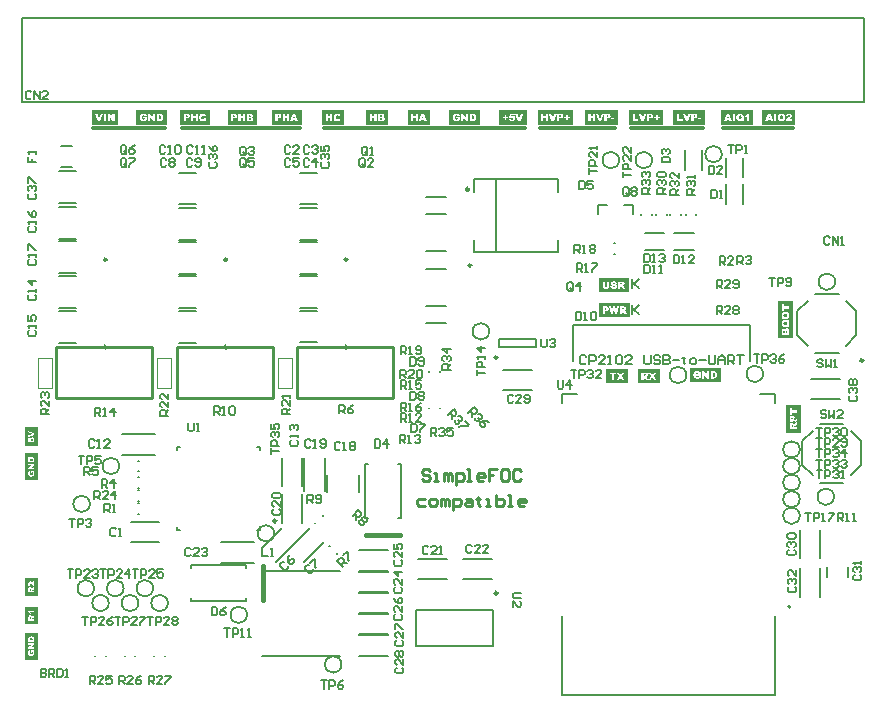
<source format=gto>
G04*
G04 #@! TF.GenerationSoftware,Altium Limited,Altium Designer,24.0.1 (36)*
G04*
G04 Layer_Color=65535*
%FSLAX44Y44*%
%MOMM*%
G71*
G04*
G04 #@! TF.SameCoordinates,05413D53-65B9-48FF-A265-3E5B4AF29DD5*
G04*
G04*
G04 #@! TF.FilePolarity,Positive*
G04*
G01*
G75*
%ADD10C,0.2500*%
%ADD11C,0.2000*%
%ADD12C,0.2540*%
%ADD13C,0.3000*%
%ADD14C,0.1000*%
%ADD15C,0.4000*%
%ADD16C,0.1270*%
%ADD17C,0.1600*%
%ADD18C,0.1500*%
G36*
X157237Y-202000D02*
X132000D01*
Y-189710D01*
X157237D01*
Y-202000D01*
D02*
G37*
G36*
X158661Y-223000D02*
X132000D01*
Y-210910D01*
X158661D01*
Y-223000D01*
D02*
G37*
G36*
X-343000Y-513000D02*
X-354235D01*
Y-490323D01*
X-343000D01*
Y-513000D01*
D02*
G37*
G36*
Y-459000D02*
X-354152D01*
Y-443625D01*
X-343000D01*
Y-459000D01*
D02*
G37*
G36*
Y-483000D02*
X-354152D01*
Y-468554D01*
X-343000D01*
Y-483000D01*
D02*
G37*
G36*
Y-361000D02*
X-354235D01*
Y-338323D01*
X-343000D01*
Y-361000D01*
D02*
G37*
G36*
Y-332000D02*
X-354152D01*
Y-315994D01*
X-343000D01*
Y-332000D01*
D02*
G37*
G36*
X303000Y-321000D02*
X290710D01*
Y-296980D01*
X303000D01*
Y-321000D01*
D02*
G37*
G36*
X296000Y-208915D02*
Y-241000D01*
X283710D01*
Y-208915D01*
X296000D01*
D02*
G37*
G36*
X156572Y-279000D02*
X138000D01*
Y-266910D01*
X156572D01*
Y-279000D01*
D02*
G37*
G36*
X183597D02*
X165000D01*
Y-266910D01*
X183597D01*
Y-279000D01*
D02*
G37*
G36*
X235037Y-278000D02*
X209000D01*
Y-265710D01*
X235037D01*
Y-278000D01*
D02*
G37*
G36*
X298303Y-60000D02*
X270000D01*
Y-47710D01*
X298303D01*
Y-60000D01*
D02*
G37*
G36*
X262186Y-47710D02*
Y-60000D01*
X235000D01*
Y-47710D01*
X262186D01*
D02*
G37*
G36*
X221453Y-60000D02*
X195000D01*
Y-47910D01*
X221453D01*
Y-60000D01*
D02*
G37*
G36*
X186361D02*
X157500D01*
Y-47910D01*
X186361D01*
Y-60000D01*
D02*
G37*
G36*
X147861D02*
X120000D01*
Y-47910D01*
X147861D01*
Y-60000D01*
D02*
G37*
G36*
X110269D02*
X80000D01*
Y-47910D01*
X110269D01*
Y-60000D01*
D02*
G37*
G36*
X70887D02*
X47500D01*
Y-47810D01*
X70887D01*
Y-60000D01*
D02*
G37*
G36*
X31037D02*
X5000D01*
Y-47710D01*
X31037D01*
Y-60000D01*
D02*
G37*
G36*
X-10903D02*
X-30000D01*
Y-47910D01*
X-10903D01*
Y-60000D01*
D02*
G37*
G36*
X-46287D02*
X-65000D01*
Y-47910D01*
X-46287D01*
Y-60000D01*
D02*
G37*
G36*
X-83720D02*
X-102500D01*
Y-47710D01*
X-83720D01*
Y-60000D01*
D02*
G37*
G36*
X-119747Y-47910D02*
Y-60000D01*
X-145000D01*
Y-47910D01*
X-119747D01*
D02*
G37*
G36*
X-157630Y-60000D02*
X-182500D01*
Y-47910D01*
X-157630D01*
Y-60000D01*
D02*
G37*
G36*
X-197563D02*
X-222500D01*
Y-47710D01*
X-197563D01*
Y-60000D01*
D02*
G37*
G36*
X-233964D02*
X-260000D01*
Y-47710D01*
X-233964D01*
Y-60000D01*
D02*
G37*
G36*
X-275138D02*
X-297500D01*
Y-47910D01*
X-275138D01*
Y-60000D01*
D02*
G37*
%LPC*%
G36*
X144681Y-192710D02*
X144398D01*
X144239Y-192718D01*
X144081Y-192735D01*
X143939Y-192743D01*
X143806Y-192768D01*
X143681Y-192785D01*
X143565Y-192810D01*
X143464Y-192827D01*
X143373Y-192852D01*
X143298Y-192877D01*
X143231Y-192893D01*
X143173Y-192910D01*
X143131Y-192927D01*
X143098Y-192943D01*
X143081Y-192952D01*
X143073D01*
X142881Y-193051D01*
X142715Y-193160D01*
X142573Y-193268D01*
X142465Y-193368D01*
X142373Y-193468D01*
X142306Y-193543D01*
X142273Y-193593D01*
X142256Y-193601D01*
Y-193610D01*
X142165Y-193768D01*
X142107Y-193926D01*
X142057Y-194068D01*
X142023Y-194210D01*
X142007Y-194326D01*
X141998Y-194410D01*
X141990Y-194443D01*
Y-194468D01*
Y-194485D01*
Y-194493D01*
X141998Y-194626D01*
X142015Y-194751D01*
X142040Y-194868D01*
X142073Y-194976D01*
X142156Y-195176D01*
X142206Y-195268D01*
X142256Y-195351D01*
X142298Y-195418D01*
X142348Y-195484D01*
X142390Y-195543D01*
X142431Y-195584D01*
X142465Y-195618D01*
X142490Y-195643D01*
X142506Y-195659D01*
X142515Y-195667D01*
X142623Y-195751D01*
X142748Y-195834D01*
X142873Y-195909D01*
X143015Y-195976D01*
X143306Y-196101D01*
X143598Y-196209D01*
X143731Y-196251D01*
X143864Y-196292D01*
X143981Y-196326D01*
X144081Y-196351D01*
X144164Y-196376D01*
X144231Y-196384D01*
X144264Y-196401D01*
X144281D01*
X144414Y-196434D01*
X144539Y-196467D01*
X144656Y-196492D01*
X144756Y-196526D01*
X144839Y-196559D01*
X144922Y-196584D01*
X144989Y-196617D01*
X145047Y-196642D01*
X145097Y-196667D01*
X145139Y-196692D01*
X145206Y-196726D01*
X145239Y-196751D01*
X145247Y-196759D01*
X145314Y-196826D01*
X145364Y-196901D01*
X145406Y-196967D01*
X145431Y-197034D01*
X145447Y-197092D01*
X145456Y-197134D01*
Y-197167D01*
Y-197176D01*
X145447Y-197267D01*
X145422Y-197350D01*
X145381Y-197425D01*
X145347Y-197492D01*
X145306Y-197542D01*
X145264Y-197584D01*
X145239Y-197609D01*
X145231Y-197617D01*
X145139Y-197675D01*
X145047Y-197725D01*
X144939Y-197759D01*
X144839Y-197775D01*
X144756Y-197792D01*
X144681Y-197800D01*
X144614D01*
X144514Y-197792D01*
X144423Y-197784D01*
X144264Y-197742D01*
X144123Y-197684D01*
X144006Y-197617D01*
X143906Y-197550D01*
X143848Y-197492D01*
X143806Y-197450D01*
X143789Y-197434D01*
X143731Y-197342D01*
X143673Y-197234D01*
X143639Y-197125D01*
X143606Y-197017D01*
X143581Y-196917D01*
X143565Y-196842D01*
Y-196809D01*
X143556Y-196784D01*
Y-196776D01*
Y-196767D01*
X141765Y-196884D01*
X141782Y-197050D01*
X141815Y-197217D01*
X141857Y-197367D01*
X141898Y-197509D01*
X141957Y-197650D01*
X142007Y-197775D01*
X142065Y-197884D01*
X142123Y-197992D01*
X142182Y-198084D01*
X142240Y-198167D01*
X142290Y-198242D01*
X142340Y-198300D01*
X142373Y-198350D01*
X142406Y-198384D01*
X142423Y-198400D01*
X142431Y-198409D01*
X142556Y-198508D01*
X142698Y-198600D01*
X142856Y-198683D01*
X143023Y-198750D01*
X143198Y-198808D01*
X143373Y-198858D01*
X143556Y-198892D01*
X143731Y-198925D01*
X143898Y-198950D01*
X144056Y-198967D01*
X144206Y-198983D01*
X144331Y-198992D01*
X144431Y-199000D01*
X141765D01*
X147280D01*
Y-196917D01*
X147272Y-196734D01*
X147239Y-196567D01*
X147205Y-196417D01*
X147155Y-196284D01*
X147114Y-196176D01*
X147072Y-196092D01*
X147055Y-196067D01*
X147039Y-196042D01*
X147030Y-196034D01*
Y-196026D01*
X146930Y-195876D01*
X146805Y-195751D01*
X146680Y-195634D01*
X146555Y-195534D01*
X146439Y-195459D01*
X146339Y-195401D01*
X146305Y-195376D01*
X146280Y-195359D01*
X146264Y-195351D01*
X146255D01*
X146147Y-195301D01*
X146031Y-195251D01*
X145897Y-195201D01*
X145756Y-195151D01*
X145464Y-195059D01*
X145172Y-194976D01*
X145039Y-194943D01*
X144906Y-194909D01*
X144789Y-194876D01*
X144689Y-194851D01*
X144606Y-194834D01*
X144548Y-194818D01*
X144506Y-194809D01*
X144489D01*
X144398Y-194793D01*
X144323Y-194768D01*
X144181Y-194726D01*
X144073Y-194693D01*
X143989Y-194660D01*
X143931Y-194626D01*
X143889Y-194601D01*
X143873Y-194593D01*
X143864Y-194585D01*
X143823Y-194543D01*
X143789Y-194493D01*
X143764Y-194451D01*
X143748Y-194410D01*
X143739Y-194376D01*
X143731Y-194351D01*
Y-194335D01*
Y-194326D01*
X143739Y-194251D01*
X143756Y-194185D01*
X143781Y-194126D01*
X143814Y-194076D01*
X143839Y-194043D01*
X143864Y-194010D01*
X143881Y-193993D01*
X143889Y-193985D01*
X143956Y-193935D01*
X144039Y-193901D01*
X144114Y-193876D01*
X144198Y-193860D01*
X144273Y-193851D01*
X144331Y-193843D01*
X144381D01*
X144522Y-193851D01*
X144648Y-193876D01*
X144756Y-193901D01*
X144847Y-193935D01*
X144914Y-193976D01*
X144964Y-194001D01*
X144997Y-194026D01*
X145006Y-194035D01*
X145081Y-194110D01*
X145147Y-194201D01*
X145197Y-194301D01*
X145239Y-194401D01*
X145272Y-194485D01*
X145289Y-194559D01*
X145306Y-194610D01*
Y-194618D01*
Y-194626D01*
X147080Y-194526D01*
X147055Y-194351D01*
X147014Y-194193D01*
X146972Y-194051D01*
X146914Y-193918D01*
X146855Y-193793D01*
X146797Y-193676D01*
X146730Y-193576D01*
X146672Y-193485D01*
X146605Y-193410D01*
X146547Y-193335D01*
X146497Y-193277D01*
X146447Y-193235D01*
X146405Y-193202D01*
X146372Y-193168D01*
X146355Y-193160D01*
X146347Y-193151D01*
X146230Y-193076D01*
X146097Y-193001D01*
X145955Y-192943D01*
X145814Y-192893D01*
X145522Y-192818D01*
X145231Y-192768D01*
X145097Y-192743D01*
X144972Y-192735D01*
X144864Y-192727D01*
X144764Y-192718D01*
X144681Y-192710D01*
D02*
G37*
G36*
X140840Y-192810D02*
X138966D01*
Y-196526D01*
X138957Y-196701D01*
X138924Y-196859D01*
X138874Y-196992D01*
X138824Y-197101D01*
X138774Y-197184D01*
X138724Y-197250D01*
X138691Y-197284D01*
X138682Y-197300D01*
X138574Y-197392D01*
X138449Y-197459D01*
X138316Y-197509D01*
X138199Y-197542D01*
X138083Y-197559D01*
X137999Y-197567D01*
X137966Y-197575D01*
X137916D01*
X137741Y-197567D01*
X137591Y-197534D01*
X137458Y-197492D01*
X137349Y-197434D01*
X137266Y-197384D01*
X137199Y-197342D01*
X137166Y-197309D01*
X137149Y-197300D01*
X137058Y-197184D01*
X136991Y-197059D01*
X136941Y-196934D01*
X136908Y-196809D01*
X136891Y-196692D01*
X136883Y-196609D01*
X136875Y-196576D01*
Y-196551D01*
Y-196534D01*
Y-196526D01*
Y-192810D01*
X137920D01*
X135000D01*
Y-196442D01*
X135008Y-196617D01*
X135025Y-196792D01*
X135050Y-196967D01*
X135083Y-197125D01*
X135117Y-197259D01*
X135125Y-197317D01*
X135142Y-197367D01*
X135150Y-197409D01*
X135158Y-197442D01*
X135167Y-197459D01*
Y-197467D01*
X135217Y-197600D01*
X135275Y-197734D01*
X135342Y-197850D01*
X135408Y-197959D01*
X135466Y-198050D01*
X135517Y-198117D01*
X135558Y-198159D01*
X135567Y-198175D01*
X135683Y-198292D01*
X135791Y-198400D01*
X135908Y-198484D01*
X136008Y-198559D01*
X136091Y-198625D01*
X136158Y-198667D01*
X136200Y-198692D01*
X136216Y-198700D01*
X136358Y-198767D01*
X136508Y-198817D01*
X136650Y-198858D01*
X136791Y-198892D01*
X136916Y-198917D01*
X137016Y-198933D01*
X137050D01*
X137074Y-198942D01*
X137099D01*
X137291Y-198958D01*
X137474Y-198975D01*
X137633Y-198983D01*
X137783Y-198992D01*
X137899Y-199000D01*
X138066D01*
X138349Y-198992D01*
X138599Y-198967D01*
X138824Y-198933D01*
X138924Y-198917D01*
X139016Y-198900D01*
X139099Y-198883D01*
X139174Y-198867D01*
X139232Y-198850D01*
X139282Y-198833D01*
X139324Y-198817D01*
X139357Y-198808D01*
X139374Y-198800D01*
X139382D01*
X139532Y-198742D01*
X139674Y-198658D01*
X139799Y-198583D01*
X139915Y-198500D01*
X140007Y-198417D01*
X140082Y-198358D01*
X140124Y-198317D01*
X140140Y-198300D01*
X140265Y-198159D01*
X140374Y-198017D01*
X140465Y-197875D01*
X140540Y-197742D01*
X140590Y-197634D01*
X140632Y-197542D01*
X140648Y-197509D01*
X140657Y-197484D01*
X140665Y-197467D01*
Y-197459D01*
X140723Y-197275D01*
X140765Y-197092D01*
X140799Y-196926D01*
X140815Y-196767D01*
X140832Y-196634D01*
Y-196584D01*
X140840Y-196534D01*
Y-198942D01*
Y-192810D01*
D02*
G37*
G36*
X151529D02*
X148255D01*
Y-198900D01*
X151905D01*
X150146D01*
Y-196434D01*
X150304D01*
X150396Y-196442D01*
X150488Y-196459D01*
X150563Y-196476D01*
X150638Y-196501D01*
X150688Y-196534D01*
X150738Y-196551D01*
X150763Y-196567D01*
X150771Y-196576D01*
X150829Y-196626D01*
X150879Y-196692D01*
X150938Y-196776D01*
X150988Y-196851D01*
X151038Y-196926D01*
X151071Y-196992D01*
X151096Y-197034D01*
X151104Y-197042D01*
Y-197050D01*
X152104Y-198900D01*
X154237D01*
X153320Y-197142D01*
X153287Y-197084D01*
X153254Y-197026D01*
X153162Y-196901D01*
X153120Y-196851D01*
X153087Y-196809D01*
X153062Y-196776D01*
X153054Y-196767D01*
X152987Y-196684D01*
X152929Y-196609D01*
X152879Y-196551D01*
X152837Y-196509D01*
X152804Y-196476D01*
X152779Y-196459D01*
X152770Y-196442D01*
X152762D01*
X152696Y-196401D01*
X152620Y-196359D01*
X152454Y-196292D01*
X152387Y-196267D01*
X152329Y-196242D01*
X152287Y-196234D01*
X152271Y-196226D01*
X152421Y-196184D01*
X152545Y-196142D01*
X152662Y-196109D01*
X152754Y-196067D01*
X152829Y-196034D01*
X152887Y-196009D01*
X152920Y-195992D01*
X152929Y-195984D01*
X153062Y-195893D01*
X153187Y-195793D01*
X153287Y-195693D01*
X153370Y-195592D01*
X153437Y-195509D01*
X153487Y-195443D01*
X153520Y-195401D01*
X153529Y-195384D01*
X153604Y-195243D01*
X153653Y-195093D01*
X153695Y-194943D01*
X153720Y-194809D01*
X153737Y-194693D01*
X153745Y-194593D01*
Y-194559D01*
Y-194534D01*
Y-194518D01*
Y-194510D01*
X153737Y-194301D01*
X153703Y-194110D01*
X153653Y-193943D01*
X153604Y-193793D01*
X153554Y-193676D01*
X153504Y-193593D01*
X153487Y-193560D01*
X153470Y-193535D01*
X153462Y-193526D01*
Y-193518D01*
X153345Y-193376D01*
X153229Y-193260D01*
X153104Y-193160D01*
X152979Y-193085D01*
X152879Y-193027D01*
X152787Y-192993D01*
X152754Y-192977D01*
X152737Y-192968D01*
X152720Y-192960D01*
X152712D01*
X152620Y-192935D01*
X152521Y-192910D01*
X152312Y-192877D01*
X152096Y-192843D01*
X151879Y-192827D01*
X151779Y-192818D01*
X151604D01*
X151529Y-192810D01*
D02*
G37*
%LPD*%
G36*
X147280Y-199000D02*
X144581D01*
X144897Y-198992D01*
X145047Y-198975D01*
X145181Y-198958D01*
X145314Y-198942D01*
X145431Y-198917D01*
X145547Y-198900D01*
X145647Y-198875D01*
X145739Y-198850D01*
X145814Y-198825D01*
X145889Y-198808D01*
X145939Y-198792D01*
X145989Y-198775D01*
X146022Y-198758D01*
X146039Y-198750D01*
X146047D01*
X146255Y-198642D01*
X146439Y-198525D01*
X146589Y-198400D01*
X146722Y-198275D01*
X146822Y-198167D01*
X146897Y-198084D01*
X146922Y-198050D01*
X146939Y-198025D01*
X146955Y-198009D01*
Y-198000D01*
X147064Y-197809D01*
X147147Y-197625D01*
X147205Y-197442D01*
X147239Y-197275D01*
X147263Y-197134D01*
X147272Y-197067D01*
Y-197017D01*
X147280Y-196975D01*
Y-199000D01*
D02*
G37*
G36*
X151138Y-194051D02*
X151287Y-194068D01*
X151412Y-194093D01*
X151504Y-194118D01*
X151579Y-194151D01*
X151629Y-194176D01*
X151654Y-194193D01*
X151662Y-194201D01*
X151729Y-194268D01*
X151771Y-194343D01*
X151804Y-194418D01*
X151829Y-194493D01*
X151846Y-194559D01*
X151854Y-194610D01*
Y-194643D01*
Y-194660D01*
X151846Y-194734D01*
X151837Y-194801D01*
X151812Y-194859D01*
X151796Y-194909D01*
X151771Y-194959D01*
X151746Y-194993D01*
X151737Y-195009D01*
X151729Y-195018D01*
X151679Y-195068D01*
X151637Y-195109D01*
X151579Y-195143D01*
X151537Y-195168D01*
X151496Y-195184D01*
X151462Y-195193D01*
X151437Y-195201D01*
X151429D01*
X151304Y-195226D01*
X151196Y-195251D01*
X151112Y-195268D01*
X151046Y-195276D01*
X150988D01*
X150954Y-195284D01*
X150146D01*
Y-194043D01*
X150963D01*
X151138Y-194051D01*
D02*
G37*
%LPC*%
G36*
X149038Y-213910D02*
X147255D01*
X146614Y-217309D01*
X145664Y-213910D01*
X143898D01*
X142948Y-217309D01*
X142306Y-213910D01*
X140524D01*
X141873Y-220000D01*
X140524D01*
X149038D01*
D01*
X147688D01*
X149038Y-213910D01*
D02*
G37*
G36*
X152954D02*
X149680D01*
Y-220000D01*
X153329D01*
X151571D01*
Y-217534D01*
X151729D01*
X151821Y-217542D01*
X151912Y-217559D01*
X151987Y-217576D01*
X152062Y-217601D01*
X152112Y-217634D01*
X152162Y-217651D01*
X152187Y-217667D01*
X152196Y-217676D01*
X152254Y-217726D01*
X152304Y-217792D01*
X152362Y-217876D01*
X152412Y-217950D01*
X152462Y-218025D01*
X152495Y-218092D01*
X152521Y-218134D01*
X152529Y-218142D01*
Y-218151D01*
X153529Y-220000D01*
X155661D01*
X154745Y-218242D01*
X154712Y-218184D01*
X154678Y-218125D01*
X154587Y-218001D01*
X154545Y-217950D01*
X154512Y-217909D01*
X154487Y-217876D01*
X154478Y-217867D01*
X154412Y-217784D01*
X154353Y-217709D01*
X154303Y-217651D01*
X154262Y-217609D01*
X154228Y-217576D01*
X154203Y-217559D01*
X154195Y-217542D01*
X154187D01*
X154120Y-217501D01*
X154045Y-217459D01*
X153878Y-217392D01*
X153812Y-217367D01*
X153753Y-217342D01*
X153712Y-217334D01*
X153695Y-217326D01*
X153845Y-217284D01*
X153970Y-217242D01*
X154087Y-217209D01*
X154178Y-217167D01*
X154253Y-217134D01*
X154312Y-217109D01*
X154345Y-217092D01*
X154353Y-217084D01*
X154487Y-216992D01*
X154612Y-216893D01*
X154712Y-216793D01*
X154795Y-216693D01*
X154862Y-216609D01*
X154912Y-216543D01*
X154945Y-216501D01*
X154953Y-216484D01*
X155028Y-216343D01*
X155078Y-216193D01*
X155120Y-216043D01*
X155145Y-215909D01*
X155162Y-215793D01*
X155170Y-215693D01*
Y-215660D01*
Y-215634D01*
Y-215618D01*
Y-215609D01*
X155162Y-215401D01*
X155128Y-215210D01*
X155078Y-215043D01*
X155028Y-214893D01*
X154978Y-214776D01*
X154928Y-214693D01*
X154912Y-214660D01*
X154895Y-214635D01*
X154887Y-214626D01*
Y-214618D01*
X154770Y-214476D01*
X154653Y-214360D01*
X154528Y-214260D01*
X154403Y-214185D01*
X154303Y-214126D01*
X154212Y-214093D01*
X154178Y-214076D01*
X154162Y-214068D01*
X154145Y-214060D01*
X154137D01*
X154045Y-214035D01*
X153945Y-214010D01*
X153737Y-213977D01*
X153520Y-213943D01*
X153304Y-213927D01*
X153204Y-213918D01*
X153029D01*
X152954Y-213910D01*
D02*
G37*
G36*
X138224D02*
X135000D01*
Y-220000D01*
X140165D01*
Y-215784D01*
X140157Y-215618D01*
X140140Y-215468D01*
X140115Y-215326D01*
X140082Y-215185D01*
X140049Y-215068D01*
X139999Y-214951D01*
X139957Y-214851D01*
X139907Y-214751D01*
X139857Y-214676D01*
X139815Y-214601D01*
X139765Y-214543D01*
X139732Y-214493D01*
X139699Y-214451D01*
X139674Y-214426D01*
X139657Y-214410D01*
X139649Y-214401D01*
X139549Y-214318D01*
X139440Y-214235D01*
X139316Y-214177D01*
X139199Y-214118D01*
X139074Y-214068D01*
X138941Y-214027D01*
X138699Y-213968D01*
X138582Y-213952D01*
X138474Y-213935D01*
X138374Y-213927D01*
X138291Y-213918D01*
X138224Y-213910D01*
D02*
G37*
%LPD*%
G36*
X145847Y-220000D02*
X143714D01*
X144781Y-216168D01*
X145847Y-220000D01*
D02*
G37*
G36*
X152562Y-215151D02*
X152712Y-215168D01*
X152837Y-215193D01*
X152929Y-215218D01*
X153004Y-215251D01*
X153054Y-215276D01*
X153079Y-215293D01*
X153087Y-215301D01*
X153154Y-215368D01*
X153195Y-215443D01*
X153229Y-215518D01*
X153254Y-215593D01*
X153270Y-215660D01*
X153279Y-215709D01*
Y-215743D01*
Y-215759D01*
X153270Y-215834D01*
X153262Y-215901D01*
X153237Y-215959D01*
X153220Y-216009D01*
X153195Y-216059D01*
X153170Y-216093D01*
X153162Y-216109D01*
X153154Y-216118D01*
X153104Y-216168D01*
X153062Y-216209D01*
X153004Y-216243D01*
X152962Y-216268D01*
X152920Y-216284D01*
X152887Y-216293D01*
X152862Y-216301D01*
X152854D01*
X152729Y-216326D01*
X152620Y-216351D01*
X152537Y-216368D01*
X152471Y-216376D01*
X152412D01*
X152379Y-216384D01*
X151571D01*
Y-215143D01*
X152387D01*
X152562Y-215151D01*
D02*
G37*
G36*
X137608Y-215160D02*
X137758Y-215185D01*
X137883Y-215218D01*
X137983Y-215251D01*
X138049Y-215285D01*
X138099Y-215318D01*
X138132Y-215343D01*
X138141Y-215351D01*
X138208Y-215426D01*
X138249Y-215509D01*
X138282Y-215593D01*
X138308Y-215668D01*
X138324Y-215743D01*
X138333Y-215793D01*
Y-215826D01*
Y-215843D01*
X138324Y-215951D01*
X138299Y-216043D01*
X138258Y-216126D01*
X138224Y-216193D01*
X138182Y-216251D01*
X138141Y-216293D01*
X138116Y-216318D01*
X138108Y-216326D01*
X138016Y-216384D01*
X137899Y-216434D01*
X137774Y-216468D01*
X137649Y-216484D01*
X137533Y-216501D01*
X137441Y-216509D01*
X136891D01*
Y-215151D01*
X137424D01*
X137608Y-215160D01*
D02*
G37*
G36*
X140165Y-220000D02*
X136891D01*
Y-217742D01*
X137916D01*
X138124Y-217734D01*
X138316Y-217717D01*
X138499Y-217692D01*
X138666Y-217659D01*
X138816Y-217626D01*
X138949Y-217576D01*
X139074Y-217534D01*
X139191Y-217484D01*
X139291Y-217434D01*
X139374Y-217392D01*
X139449Y-217342D01*
X139507Y-217309D01*
X139549Y-217276D01*
X139582Y-217251D01*
X139599Y-217234D01*
X139607Y-217226D01*
X139707Y-217126D01*
X139790Y-217017D01*
X139865Y-216901D01*
X139932Y-216784D01*
X139982Y-216659D01*
X140032Y-216543D01*
X140099Y-216309D01*
X140115Y-216201D01*
X140132Y-216101D01*
X140149Y-216018D01*
X140157Y-215934D01*
X140165Y-215876D01*
Y-220000D01*
D02*
G37*
%LPC*%
G36*
X-348503Y-493323D02*
X-348635D01*
X-348822Y-493330D01*
X-349002Y-493344D01*
X-349169Y-493365D01*
X-349314Y-493386D01*
X-349384Y-493400D01*
X-349439Y-493406D01*
X-349488Y-493420D01*
X-349529Y-493427D01*
X-349564Y-493434D01*
X-349592Y-493441D01*
X-349606Y-493448D01*
X-349613D01*
X-349779Y-493503D01*
X-349939Y-493566D01*
X-350070Y-493628D01*
X-350195Y-493698D01*
X-350292Y-493753D01*
X-350362Y-493802D01*
X-350389Y-493823D01*
X-350410Y-493836D01*
X-350417Y-493850D01*
X-350424D01*
X-350549Y-493961D01*
X-350660Y-494079D01*
X-350750Y-494197D01*
X-350826Y-494301D01*
X-350889Y-494405D01*
X-350930Y-494481D01*
X-350944Y-494509D01*
X-350958Y-494530D01*
X-350965Y-494544D01*
Y-494551D01*
X-351027Y-494717D01*
X-351076Y-494904D01*
X-351104Y-495084D01*
X-351131Y-495265D01*
X-351138Y-495348D01*
X-351145Y-495417D01*
Y-495487D01*
X-351152Y-495549D01*
Y-493323D01*
D01*
Y-497983D01*
X-346083D01*
Y-495660D01*
X-346090Y-495501D01*
X-346104Y-495341D01*
X-346125Y-495182D01*
X-346152Y-495036D01*
X-346173Y-494918D01*
X-346187Y-494863D01*
X-346194Y-494814D01*
X-346201Y-494779D01*
X-346208Y-494752D01*
X-346215Y-494738D01*
Y-494731D01*
X-346264Y-494592D01*
X-346319Y-494460D01*
X-346388Y-494343D01*
X-346458Y-494232D01*
X-346520Y-494148D01*
X-346569Y-494079D01*
X-346603Y-494038D01*
X-346617Y-494030D01*
Y-494024D01*
X-346735Y-493906D01*
X-346860Y-493809D01*
X-346992Y-493718D01*
X-347109Y-493642D01*
X-347206Y-493587D01*
X-347255Y-493566D01*
X-347290Y-493545D01*
X-347324Y-493531D01*
X-347345Y-493517D01*
X-347359Y-493511D01*
X-347366D01*
X-347456Y-493476D01*
X-347553Y-493448D01*
X-347754Y-493400D01*
X-347962Y-493372D01*
X-348170Y-493344D01*
X-348268Y-493337D01*
X-348351Y-493330D01*
X-348434D01*
X-348503Y-493323D01*
D02*
G37*
G36*
X-346083Y-499044D02*
X-351152D01*
Y-500521D01*
X-348337D01*
X-351152Y-502442D01*
Y-503898D01*
X-346083D01*
Y-502428D01*
X-348878D01*
X-346083Y-500521D01*
Y-499044D01*
D02*
G37*
G36*
X-346000Y-504834D02*
X-351235D01*
X-348968D01*
Y-507254D01*
X-347914D01*
Y-506207D01*
X-347435D01*
X-347373Y-506318D01*
X-347318Y-506422D01*
X-347276Y-506519D01*
X-347241Y-506602D01*
X-347214Y-506672D01*
X-347193Y-506720D01*
X-347186Y-506748D01*
X-347179Y-506762D01*
X-347137Y-506942D01*
X-347123Y-507025D01*
X-347116Y-507102D01*
Y-507164D01*
X-347109Y-507212D01*
Y-507261D01*
X-347116Y-507365D01*
X-347123Y-507455D01*
X-347165Y-507629D01*
X-347220Y-507781D01*
X-347283Y-507899D01*
X-347345Y-508003D01*
X-347401Y-508072D01*
X-347421Y-508093D01*
X-347442Y-508114D01*
X-347449Y-508121D01*
X-347456Y-508128D01*
X-347525Y-508183D01*
X-347609Y-508225D01*
X-347699Y-508266D01*
X-347789Y-508301D01*
X-347983Y-508357D01*
X-348177Y-508391D01*
X-348268Y-508405D01*
X-348351Y-508419D01*
X-348427Y-508426D01*
X-348496D01*
X-348552Y-508433D01*
X-348593D01*
X-348621D01*
X-348628D01*
X-348767Y-508426D01*
X-348899Y-508419D01*
X-349023Y-508405D01*
X-349134Y-508384D01*
X-349231Y-508363D01*
X-349328Y-508336D01*
X-349412Y-508308D01*
X-349488Y-508280D01*
X-349550Y-508253D01*
X-349606Y-508225D01*
X-349654Y-508197D01*
X-349689Y-508176D01*
X-349724Y-508156D01*
X-349744Y-508142D01*
X-349751Y-508128D01*
X-349758D01*
X-349821Y-508065D01*
X-349876Y-508003D01*
X-349925Y-507940D01*
X-349966Y-507871D01*
X-350029Y-507733D01*
X-350077Y-507601D01*
X-350098Y-507483D01*
X-350105Y-507434D01*
X-350112Y-507386D01*
X-350119Y-507351D01*
Y-507303D01*
X-350112Y-507178D01*
X-350098Y-507067D01*
X-350070Y-506970D01*
X-350043Y-506886D01*
X-350015Y-506824D01*
X-349987Y-506776D01*
X-349973Y-506741D01*
X-349966Y-506734D01*
X-349904Y-506658D01*
X-349835Y-506588D01*
X-349758Y-506533D01*
X-349689Y-506491D01*
X-349627Y-506457D01*
X-349578Y-506436D01*
X-349543Y-506422D01*
X-349529Y-506415D01*
X-349793Y-504903D01*
X-349966Y-504959D01*
X-350126Y-505028D01*
X-350265Y-505098D01*
X-350382Y-505160D01*
X-350480Y-505222D01*
X-350549Y-505271D01*
X-350570Y-505292D01*
X-350590Y-505305D01*
X-350597Y-505319D01*
X-350604D01*
X-350715Y-505430D01*
X-350819Y-505541D01*
X-350902Y-505659D01*
X-350965Y-505770D01*
X-351020Y-505867D01*
X-351055Y-505943D01*
X-351069Y-505971D01*
X-351076Y-505992D01*
X-351083Y-506006D01*
Y-506013D01*
X-351110Y-506096D01*
X-351131Y-506186D01*
X-351173Y-506387D01*
X-351201Y-506595D01*
X-351214Y-506796D01*
X-351221Y-506894D01*
X-351228Y-506984D01*
Y-507060D01*
X-351235Y-507129D01*
Y-510000D01*
Y-507427D01*
X-351221Y-507580D01*
X-351214Y-507719D01*
X-351194Y-507850D01*
X-351180Y-507975D01*
X-351159Y-508093D01*
X-351131Y-508197D01*
X-351110Y-508287D01*
X-351090Y-508371D01*
X-351062Y-508447D01*
X-351041Y-508509D01*
X-351027Y-508558D01*
X-351007Y-508599D01*
X-351000Y-508634D01*
X-350986Y-508648D01*
Y-508655D01*
X-350923Y-508773D01*
X-350854Y-508890D01*
X-350785Y-508994D01*
X-350708Y-509092D01*
X-350632Y-509182D01*
X-350549Y-509265D01*
X-350473Y-509341D01*
X-350403Y-509404D01*
X-350334Y-509466D01*
X-350265Y-509515D01*
X-350209Y-509563D01*
X-350160Y-509598D01*
X-350112Y-509626D01*
X-350084Y-509646D01*
X-350063Y-509653D01*
X-350056Y-509660D01*
X-349939Y-509723D01*
X-349821Y-509771D01*
X-349696Y-509820D01*
X-349571Y-509854D01*
X-349335Y-509917D01*
X-349217Y-509938D01*
X-349106Y-509958D01*
X-349002Y-509972D01*
X-348912Y-509979D01*
X-348829Y-509986D01*
X-348753Y-509993D01*
X-348697Y-510000D01*
X-348614D01*
X-348469Y-509993D01*
X-348330Y-509986D01*
X-348060Y-509952D01*
X-347942Y-509931D01*
X-347824Y-509903D01*
X-347720Y-509875D01*
X-347616Y-509841D01*
X-347525Y-509813D01*
X-347449Y-509785D01*
X-347380Y-509757D01*
X-347324Y-509737D01*
X-347276Y-509716D01*
X-347241Y-509702D01*
X-347220Y-509688D01*
X-347214D01*
X-347103Y-509626D01*
X-346998Y-509563D01*
X-346908Y-509494D01*
X-346818Y-509417D01*
X-346735Y-509348D01*
X-346659Y-509272D01*
X-346596Y-509203D01*
X-346534Y-509133D01*
X-346479Y-509064D01*
X-346437Y-509002D01*
X-346395Y-508946D01*
X-346361Y-508898D01*
X-346340Y-508863D01*
X-346319Y-508835D01*
X-346312Y-508814D01*
X-346305Y-508807D01*
X-346250Y-508696D01*
X-346208Y-508578D01*
X-346132Y-508336D01*
X-346076Y-508093D01*
X-346042Y-507857D01*
X-346028Y-507753D01*
X-346014Y-507649D01*
X-346007Y-507566D01*
Y-507490D01*
X-346000Y-507427D01*
Y-507337D01*
X-346007Y-507074D01*
X-346028Y-506831D01*
X-346042Y-506720D01*
X-346055Y-506609D01*
X-346069Y-506519D01*
X-346083Y-506429D01*
X-346097Y-506346D01*
X-346111Y-506276D01*
X-346125Y-506214D01*
X-346139Y-506165D01*
X-346152Y-506124D01*
X-346160Y-506089D01*
X-346166Y-506075D01*
Y-506068D01*
X-346201Y-505964D01*
X-346243Y-505860D01*
X-346340Y-505652D01*
X-346444Y-505444D01*
X-346555Y-505250D01*
X-346603Y-505160D01*
X-346652Y-505084D01*
X-346693Y-505014D01*
X-346735Y-504952D01*
X-346770Y-504903D01*
X-346791Y-504862D01*
X-346804Y-504841D01*
X-346811Y-504834D01*
X-346000D01*
D02*
G37*
%LPD*%
G36*
X-348385Y-494904D02*
X-348295Y-494911D01*
X-348205Y-494918D01*
X-348129Y-494925D01*
X-348052Y-494932D01*
X-347990Y-494946D01*
X-347935Y-494953D01*
X-347879Y-494967D01*
X-347838Y-494981D01*
X-347803Y-494987D01*
X-347775Y-494994D01*
X-347733Y-495008D01*
X-347720Y-495015D01*
X-347623Y-495064D01*
X-347546Y-495112D01*
X-347477Y-495168D01*
X-347428Y-495223D01*
X-347387Y-495272D01*
X-347359Y-495306D01*
X-347345Y-495334D01*
X-347338Y-495341D01*
X-347304Y-495431D01*
X-347276Y-495535D01*
X-347262Y-495653D01*
X-347248Y-495764D01*
X-347241Y-495868D01*
X-347234Y-495958D01*
Y-496416D01*
X-350001D01*
Y-495917D01*
X-349987Y-495820D01*
X-349973Y-495723D01*
X-349953Y-495639D01*
X-349932Y-495556D01*
X-349904Y-495487D01*
X-349883Y-495424D01*
X-349855Y-495369D01*
X-349828Y-495320D01*
X-349800Y-495279D01*
X-349751Y-495209D01*
X-349717Y-495175D01*
X-349710Y-495161D01*
X-349703D01*
X-349640Y-495112D01*
X-349571Y-495071D01*
X-349488Y-495036D01*
X-349405Y-495008D01*
X-349224Y-494960D01*
X-349037Y-494932D01*
X-348954Y-494918D01*
X-348871Y-494911D01*
X-348795Y-494904D01*
X-348732D01*
X-348677Y-494897D01*
X-348635D01*
X-348607D01*
X-348600D01*
X-348489D01*
X-348385Y-494904D01*
D02*
G37*
%LPC*%
G36*
X-346000Y-446625D02*
X-347151D01*
Y-448823D01*
X-347220Y-448754D01*
X-347276Y-448691D01*
X-347331Y-448636D01*
X-347373Y-448587D01*
X-347408Y-448546D01*
X-347435Y-448518D01*
X-347449Y-448497D01*
X-347456Y-448490D01*
X-347505Y-448421D01*
X-347567Y-448338D01*
X-347636Y-448248D01*
X-347706Y-448150D01*
X-347768Y-448060D01*
X-347817Y-447991D01*
X-347838Y-447963D01*
X-347851Y-447943D01*
X-347865Y-447929D01*
Y-447922D01*
X-347962Y-447790D01*
X-348052Y-447672D01*
X-348136Y-447568D01*
X-348226Y-447464D01*
X-348302Y-447374D01*
X-348378Y-447298D01*
X-348448Y-447221D01*
X-348517Y-447159D01*
X-348579Y-447103D01*
X-348628Y-447062D01*
X-348677Y-447020D01*
X-348718Y-446992D01*
X-348746Y-446965D01*
X-348767Y-446951D01*
X-348781Y-446937D01*
X-348787D01*
X-348947Y-446847D01*
X-349106Y-446777D01*
X-349252Y-446729D01*
X-349391Y-446694D01*
X-349509Y-446674D01*
X-349557Y-446667D01*
X-349599D01*
X-349627Y-446660D01*
X-349654D01*
X-349668D01*
X-349675D01*
X-349835Y-446667D01*
X-349980Y-446694D01*
X-350112Y-446736D01*
X-350230Y-446777D01*
X-350327Y-446826D01*
X-350396Y-446861D01*
X-350424Y-446881D01*
X-350445Y-446889D01*
X-350452Y-446902D01*
X-350459D01*
X-350583Y-446999D01*
X-350687Y-447103D01*
X-350778Y-447214D01*
X-350854Y-447318D01*
X-350909Y-447408D01*
X-350944Y-447485D01*
X-350958Y-447513D01*
X-350972Y-447533D01*
X-350979Y-447547D01*
Y-447554D01*
X-351007Y-447637D01*
X-351034Y-447721D01*
X-351076Y-447908D01*
X-351110Y-448095D01*
X-351131Y-448282D01*
X-351138Y-448372D01*
X-351145Y-448449D01*
Y-448518D01*
X-351152Y-448580D01*
Y-450848D01*
Y-448837D01*
X-351145Y-448955D01*
X-351138Y-449073D01*
X-351124Y-449184D01*
X-351110Y-449281D01*
X-351097Y-449371D01*
X-351076Y-449454D01*
X-351062Y-449530D01*
X-351048Y-449600D01*
X-351027Y-449655D01*
X-351013Y-449704D01*
X-351000Y-449745D01*
X-350986Y-449780D01*
X-350979Y-449801D01*
X-350972Y-449815D01*
Y-449822D01*
X-350896Y-449960D01*
X-350819Y-450085D01*
X-350729Y-450196D01*
X-350646Y-450286D01*
X-350577Y-450356D01*
X-350514Y-450404D01*
X-350473Y-450432D01*
X-350466Y-450446D01*
X-350459D01*
X-350320Y-450522D01*
X-350174Y-450584D01*
X-350022Y-450640D01*
X-349869Y-450675D01*
X-349738Y-450709D01*
X-349675Y-450716D01*
X-349627Y-450730D01*
X-349585Y-450737D01*
X-349557D01*
X-349536Y-450744D01*
X-349529D01*
X-349419Y-449336D01*
X-349571Y-449309D01*
X-349696Y-449274D01*
X-349793Y-449239D01*
X-349876Y-449198D01*
X-349939Y-449163D01*
X-349980Y-449135D01*
X-350008Y-449114D01*
X-350015Y-449107D01*
X-350070Y-449038D01*
X-350112Y-448962D01*
X-350147Y-448892D01*
X-350167Y-448823D01*
X-350181Y-448761D01*
X-350188Y-448705D01*
Y-448664D01*
X-350181Y-448573D01*
X-350160Y-448490D01*
X-350133Y-448414D01*
X-350105Y-448352D01*
X-350077Y-448303D01*
X-350050Y-448261D01*
X-350029Y-448241D01*
X-350022Y-448234D01*
X-349959Y-448178D01*
X-349890Y-448137D01*
X-349821Y-448102D01*
X-349765Y-448081D01*
X-349710Y-448067D01*
X-349668Y-448060D01*
X-349633D01*
X-349627D01*
X-349543Y-448067D01*
X-349467Y-448088D01*
X-349391Y-448116D01*
X-349314Y-448150D01*
X-349259Y-448185D01*
X-349211Y-448213D01*
X-349183Y-448234D01*
X-349169Y-448241D01*
X-349120Y-448275D01*
X-349072Y-448324D01*
X-349016Y-448379D01*
X-348961Y-448435D01*
X-348843Y-448567D01*
X-348732Y-448698D01*
X-348635Y-448823D01*
X-348587Y-448885D01*
X-348552Y-448934D01*
X-348517Y-448976D01*
X-348496Y-449003D01*
X-348482Y-449024D01*
X-348475Y-449031D01*
X-348337Y-449211D01*
X-348205Y-449378D01*
X-348080Y-449537D01*
X-347955Y-449676D01*
X-347845Y-449801D01*
X-347733Y-449912D01*
X-347636Y-450016D01*
X-347546Y-450099D01*
X-347463Y-450175D01*
X-347387Y-450238D01*
X-347324Y-450293D01*
X-347269Y-450335D01*
X-347227Y-450369D01*
X-347200Y-450390D01*
X-347179Y-450404D01*
X-347172Y-450411D01*
X-347068Y-450473D01*
X-346964Y-450536D01*
X-346756Y-450633D01*
X-346562Y-450709D01*
X-346381Y-450765D01*
X-346298Y-450785D01*
X-346229Y-450806D01*
X-346160Y-450820D01*
X-346104Y-450834D01*
X-346062Y-450841D01*
X-346028D01*
X-346007Y-450848D01*
X-351152D01*
X-346000D01*
Y-446625D01*
D02*
G37*
G36*
Y-451021D02*
X-347463Y-451784D01*
X-347512Y-451812D01*
X-347560Y-451839D01*
X-347664Y-451916D01*
X-347706Y-451950D01*
X-347741Y-451978D01*
X-347768Y-451999D01*
X-347775Y-452006D01*
X-347845Y-452061D01*
X-347907Y-452110D01*
X-347955Y-452151D01*
X-347990Y-452186D01*
X-348018Y-452214D01*
X-348032Y-452235D01*
X-348046Y-452242D01*
Y-452249D01*
X-348080Y-452304D01*
X-348115Y-452366D01*
X-348170Y-452505D01*
X-348191Y-452561D01*
X-348212Y-452609D01*
X-348219Y-452644D01*
X-348226Y-452658D01*
X-348260Y-452533D01*
X-348295Y-452429D01*
X-348323Y-452332D01*
X-348358Y-452256D01*
X-348385Y-452193D01*
X-348406Y-452145D01*
X-348420Y-452117D01*
X-348427Y-452110D01*
X-348503Y-451999D01*
X-348587Y-451895D01*
X-348670Y-451812D01*
X-348753Y-451742D01*
X-348822Y-451687D01*
X-348878Y-451645D01*
X-348912Y-451618D01*
X-348926Y-451611D01*
X-349044Y-451548D01*
X-349169Y-451507D01*
X-349294Y-451472D01*
X-349405Y-451451D01*
X-349502Y-451437D01*
X-349585Y-451430D01*
X-349613D01*
X-349633D01*
X-349647D01*
X-349654D01*
X-349828Y-451437D01*
X-349987Y-451465D01*
X-350126Y-451507D01*
X-350251Y-451548D01*
X-350348Y-451590D01*
X-350417Y-451632D01*
X-350445Y-451645D01*
X-350466Y-451659D01*
X-350473Y-451666D01*
X-350480D01*
X-350597Y-451763D01*
X-350694Y-451860D01*
X-350778Y-451964D01*
X-350840Y-452068D01*
X-350889Y-452151D01*
X-350916Y-452228D01*
X-350930Y-452256D01*
X-350937Y-452269D01*
X-350944Y-452283D01*
Y-452290D01*
X-350965Y-452366D01*
X-350986Y-452450D01*
X-351013Y-452623D01*
X-351041Y-452803D01*
X-351055Y-452984D01*
X-351062Y-453067D01*
Y-453213D01*
X-351069Y-453275D01*
Y-453268D01*
Y-456000D01*
X-346000D01*
Y-454218D01*
Y-454426D01*
X-348052D01*
Y-454294D01*
X-348046Y-454218D01*
X-348032Y-454142D01*
X-348018Y-454079D01*
X-347997Y-454017D01*
X-347969Y-453975D01*
X-347955Y-453934D01*
X-347942Y-453913D01*
X-347935Y-453906D01*
X-347893Y-453857D01*
X-347838Y-453816D01*
X-347768Y-453767D01*
X-347706Y-453726D01*
X-347643Y-453684D01*
X-347588Y-453656D01*
X-347553Y-453635D01*
X-347546Y-453629D01*
X-347539D01*
X-346000Y-452796D01*
Y-451021D01*
D02*
G37*
%LPD*%
G36*
X-349467Y-453011D02*
X-349412Y-453018D01*
X-349363Y-453039D01*
X-349322Y-453053D01*
X-349280Y-453074D01*
X-349252Y-453095D01*
X-349238Y-453102D01*
X-349231Y-453108D01*
X-349190Y-453150D01*
X-349155Y-453185D01*
X-349127Y-453233D01*
X-349106Y-453268D01*
X-349093Y-453303D01*
X-349086Y-453330D01*
X-349079Y-453351D01*
Y-453358D01*
X-349058Y-453462D01*
X-349037Y-453552D01*
X-349023Y-453622D01*
X-349016Y-453677D01*
Y-453726D01*
X-349009Y-453753D01*
Y-454426D01*
X-350043D01*
Y-453746D01*
X-350036Y-453601D01*
X-350022Y-453476D01*
X-350001Y-453372D01*
X-349980Y-453296D01*
X-349953Y-453233D01*
X-349932Y-453192D01*
X-349918Y-453171D01*
X-349911Y-453164D01*
X-349855Y-453108D01*
X-349793Y-453074D01*
X-349731Y-453046D01*
X-349668Y-453025D01*
X-349613Y-453011D01*
X-349571Y-453004D01*
X-349543D01*
X-349529D01*
X-349467Y-453011D01*
D02*
G37*
%LPC*%
G36*
X-346000Y-471554D02*
X-351152D01*
Y-472719D01*
X-350979Y-472809D01*
X-350826Y-472913D01*
X-350687Y-473017D01*
X-350570Y-473114D01*
X-350480Y-473204D01*
X-350403Y-473281D01*
X-350382Y-473302D01*
X-350362Y-473322D01*
X-350355Y-473336D01*
X-350348Y-473343D01*
X-350285Y-473419D01*
X-350230Y-473503D01*
X-350126Y-473683D01*
X-350029Y-473870D01*
X-349946Y-474044D01*
X-349911Y-474127D01*
X-349883Y-474203D01*
X-349855Y-474272D01*
X-349835Y-474335D01*
X-349814Y-474383D01*
X-349807Y-474418D01*
X-349793Y-474446D01*
Y-474453D01*
X-348642D01*
X-348697Y-474279D01*
X-348753Y-474120D01*
X-348801Y-473988D01*
X-348850Y-473870D01*
X-348892Y-473773D01*
X-348919Y-473704D01*
X-348933Y-473683D01*
X-348940Y-473662D01*
X-348947Y-473655D01*
Y-473648D01*
X-349016Y-473523D01*
X-349086Y-473406D01*
X-349155Y-473295D01*
X-349224Y-473191D01*
X-349280Y-473101D01*
X-349328Y-473038D01*
X-349342Y-473010D01*
X-349356Y-472990D01*
X-349370Y-472983D01*
Y-472976D01*
X-346000D01*
Y-474453D01*
D01*
Y-471554D01*
D02*
G37*
G36*
Y-475021D02*
X-347463Y-475784D01*
X-347512Y-475812D01*
X-347560Y-475840D01*
X-347664Y-475916D01*
X-347706Y-475950D01*
X-347741Y-475978D01*
X-347768Y-475999D01*
X-347775Y-476006D01*
X-347845Y-476061D01*
X-347907Y-476110D01*
X-347956Y-476152D01*
X-347990Y-476186D01*
X-348018Y-476214D01*
X-348032Y-476235D01*
X-348046Y-476242D01*
Y-476249D01*
X-348080Y-476304D01*
X-348115Y-476367D01*
X-348170Y-476505D01*
X-348191Y-476561D01*
X-348212Y-476609D01*
X-348219Y-476644D01*
X-348226Y-476658D01*
X-348261Y-476533D01*
X-348295Y-476429D01*
X-348323Y-476332D01*
X-348358Y-476255D01*
X-348385Y-476193D01*
X-348406Y-476145D01*
X-348420Y-476117D01*
X-348427Y-476110D01*
X-348503Y-475999D01*
X-348587Y-475895D01*
X-348670Y-475812D01*
X-348753Y-475742D01*
X-348822Y-475687D01*
X-348878Y-475645D01*
X-348912Y-475618D01*
X-348926Y-475611D01*
X-349044Y-475548D01*
X-349169Y-475507D01*
X-349294Y-475472D01*
X-349405Y-475451D01*
X-349502Y-475437D01*
X-349585Y-475430D01*
X-349613D01*
X-349633D01*
X-349647D01*
X-349654D01*
X-349828Y-475437D01*
X-349987Y-475465D01*
X-350126Y-475507D01*
X-350251Y-475548D01*
X-350348Y-475590D01*
X-350417Y-475631D01*
X-350445Y-475645D01*
X-350466Y-475659D01*
X-350473Y-475666D01*
X-350480D01*
X-350597Y-475763D01*
X-350695Y-475860D01*
X-350778Y-475964D01*
X-350840Y-476068D01*
X-350889Y-476152D01*
X-350916Y-476228D01*
X-350930Y-476255D01*
X-350937Y-476269D01*
X-350944Y-476283D01*
Y-476290D01*
X-350965Y-476367D01*
X-350986Y-476450D01*
X-351013Y-476623D01*
X-351041Y-476803D01*
X-351055Y-476984D01*
X-351062Y-477067D01*
Y-477212D01*
X-351069Y-477275D01*
Y-477268D01*
Y-480000D01*
X-346000D01*
Y-478218D01*
Y-478426D01*
X-348052D01*
Y-478294D01*
X-348046Y-478218D01*
X-348032Y-478142D01*
X-348018Y-478079D01*
X-347997Y-478017D01*
X-347969Y-477975D01*
X-347956Y-477934D01*
X-347942Y-477913D01*
X-347935Y-477906D01*
X-347893Y-477857D01*
X-347838Y-477816D01*
X-347768Y-477767D01*
X-347706Y-477726D01*
X-347643Y-477684D01*
X-347588Y-477656D01*
X-347553Y-477635D01*
X-347546Y-477629D01*
X-347539D01*
X-346000Y-476796D01*
Y-475021D01*
D02*
G37*
%LPD*%
G36*
X-349467Y-477011D02*
X-349412Y-477018D01*
X-349363Y-477039D01*
X-349322Y-477053D01*
X-349280Y-477074D01*
X-349252Y-477094D01*
X-349238Y-477102D01*
X-349231Y-477108D01*
X-349190Y-477150D01*
X-349155Y-477185D01*
X-349127Y-477233D01*
X-349106Y-477268D01*
X-349093Y-477303D01*
X-349086Y-477330D01*
X-349079Y-477351D01*
Y-477358D01*
X-349058Y-477462D01*
X-349037Y-477552D01*
X-349023Y-477621D01*
X-349016Y-477677D01*
Y-477726D01*
X-349010Y-477753D01*
Y-478426D01*
X-350043D01*
Y-477746D01*
X-350036Y-477601D01*
X-350022Y-477476D01*
X-350001Y-477372D01*
X-349980Y-477296D01*
X-349953Y-477233D01*
X-349932Y-477192D01*
X-349918Y-477171D01*
X-349911Y-477164D01*
X-349855Y-477108D01*
X-349793Y-477074D01*
X-349731Y-477046D01*
X-349668Y-477025D01*
X-349613Y-477011D01*
X-349571Y-477004D01*
X-349543D01*
X-349529D01*
X-349467Y-477011D01*
D02*
G37*
%LPC*%
G36*
X-348503Y-341323D02*
X-348635D01*
X-348822Y-341330D01*
X-349002Y-341344D01*
X-349169Y-341365D01*
X-349314Y-341386D01*
X-349384Y-341399D01*
X-349439Y-341407D01*
X-349488Y-341420D01*
X-349529Y-341427D01*
X-349564Y-341434D01*
X-349592Y-341441D01*
X-349606Y-341448D01*
X-349613D01*
X-349779Y-341503D01*
X-349939Y-341566D01*
X-350070Y-341628D01*
X-350195Y-341698D01*
X-350292Y-341753D01*
X-350362Y-341802D01*
X-350389Y-341823D01*
X-350410Y-341836D01*
X-350417Y-341850D01*
X-350424D01*
X-350549Y-341961D01*
X-350660Y-342079D01*
X-350750Y-342197D01*
X-350826Y-342301D01*
X-350889Y-342405D01*
X-350930Y-342481D01*
X-350944Y-342509D01*
X-350958Y-342530D01*
X-350965Y-342544D01*
Y-342551D01*
X-351027Y-342717D01*
X-351076Y-342904D01*
X-351104Y-343084D01*
X-351131Y-343265D01*
X-351138Y-343348D01*
X-351145Y-343417D01*
Y-343487D01*
X-351152Y-343549D01*
Y-341323D01*
D01*
Y-345983D01*
X-346083D01*
Y-343660D01*
X-346090Y-343501D01*
X-346104Y-343341D01*
X-346125Y-343182D01*
X-346152Y-343036D01*
X-346173Y-342918D01*
X-346187Y-342863D01*
X-346194Y-342814D01*
X-346201Y-342779D01*
X-346208Y-342752D01*
X-346215Y-342738D01*
Y-342731D01*
X-346264Y-342592D01*
X-346319Y-342461D01*
X-346388Y-342343D01*
X-346458Y-342232D01*
X-346520Y-342148D01*
X-346569Y-342079D01*
X-346603Y-342038D01*
X-346617Y-342030D01*
Y-342024D01*
X-346735Y-341906D01*
X-346860Y-341809D01*
X-346992Y-341718D01*
X-347109Y-341642D01*
X-347206Y-341587D01*
X-347255Y-341566D01*
X-347290Y-341545D01*
X-347324Y-341531D01*
X-347345Y-341517D01*
X-347359Y-341511D01*
X-347366D01*
X-347456Y-341476D01*
X-347553Y-341448D01*
X-347754Y-341399D01*
X-347962Y-341372D01*
X-348170Y-341344D01*
X-348268Y-341337D01*
X-348351Y-341330D01*
X-348434D01*
X-348503Y-341323D01*
D02*
G37*
G36*
X-346083Y-347044D02*
X-351152D01*
Y-348521D01*
X-348337D01*
X-351152Y-350442D01*
Y-351898D01*
X-346083D01*
Y-350428D01*
X-348878D01*
X-346083Y-348521D01*
Y-347044D01*
D02*
G37*
G36*
X-346000Y-352834D02*
X-351235D01*
X-348968D01*
Y-355254D01*
X-347914D01*
Y-354207D01*
X-347435D01*
X-347373Y-354318D01*
X-347318Y-354422D01*
X-347276Y-354519D01*
X-347241Y-354602D01*
X-347214Y-354672D01*
X-347193Y-354720D01*
X-347186Y-354748D01*
X-347179Y-354762D01*
X-347137Y-354942D01*
X-347123Y-355025D01*
X-347116Y-355102D01*
Y-355164D01*
X-347109Y-355212D01*
Y-355261D01*
X-347116Y-355365D01*
X-347123Y-355455D01*
X-347165Y-355629D01*
X-347220Y-355781D01*
X-347283Y-355899D01*
X-347345Y-356003D01*
X-347401Y-356072D01*
X-347421Y-356093D01*
X-347442Y-356114D01*
X-347449Y-356121D01*
X-347456Y-356128D01*
X-347525Y-356183D01*
X-347609Y-356225D01*
X-347699Y-356266D01*
X-347789Y-356301D01*
X-347983Y-356357D01*
X-348177Y-356391D01*
X-348268Y-356405D01*
X-348351Y-356419D01*
X-348427Y-356426D01*
X-348496D01*
X-348552Y-356433D01*
X-348593D01*
X-348621D01*
X-348628D01*
X-348767Y-356426D01*
X-348899Y-356419D01*
X-349023Y-356405D01*
X-349134Y-356384D01*
X-349231Y-356363D01*
X-349328Y-356336D01*
X-349412Y-356308D01*
X-349488Y-356280D01*
X-349550Y-356253D01*
X-349606Y-356225D01*
X-349654Y-356197D01*
X-349689Y-356176D01*
X-349724Y-356156D01*
X-349744Y-356142D01*
X-349751Y-356128D01*
X-349758D01*
X-349821Y-356065D01*
X-349876Y-356003D01*
X-349925Y-355941D01*
X-349966Y-355871D01*
X-350029Y-355732D01*
X-350077Y-355601D01*
X-350098Y-355483D01*
X-350105Y-355434D01*
X-350112Y-355386D01*
X-350119Y-355351D01*
Y-355303D01*
X-350112Y-355178D01*
X-350098Y-355067D01*
X-350070Y-354970D01*
X-350043Y-354887D01*
X-350015Y-354824D01*
X-349987Y-354776D01*
X-349973Y-354741D01*
X-349966Y-354734D01*
X-349904Y-354658D01*
X-349835Y-354588D01*
X-349758Y-354533D01*
X-349689Y-354491D01*
X-349627Y-354457D01*
X-349578Y-354436D01*
X-349543Y-354422D01*
X-349529Y-354415D01*
X-349793Y-352903D01*
X-349966Y-352959D01*
X-350126Y-353028D01*
X-350265Y-353097D01*
X-350382Y-353160D01*
X-350480Y-353222D01*
X-350549Y-353271D01*
X-350570Y-353292D01*
X-350590Y-353306D01*
X-350597Y-353319D01*
X-350604D01*
X-350715Y-353430D01*
X-350819Y-353541D01*
X-350902Y-353659D01*
X-350965Y-353770D01*
X-351020Y-353867D01*
X-351055Y-353943D01*
X-351069Y-353971D01*
X-351076Y-353992D01*
X-351083Y-354006D01*
Y-354013D01*
X-351110Y-354096D01*
X-351131Y-354186D01*
X-351173Y-354387D01*
X-351201Y-354595D01*
X-351214Y-354796D01*
X-351221Y-354893D01*
X-351228Y-354984D01*
Y-355060D01*
X-351235Y-355129D01*
Y-358000D01*
Y-355427D01*
X-351221Y-355580D01*
X-351214Y-355719D01*
X-351194Y-355850D01*
X-351180Y-355975D01*
X-351159Y-356093D01*
X-351131Y-356197D01*
X-351110Y-356287D01*
X-351090Y-356371D01*
X-351062Y-356447D01*
X-351041Y-356509D01*
X-351027Y-356558D01*
X-351007Y-356599D01*
X-351000Y-356634D01*
X-350986Y-356648D01*
Y-356655D01*
X-350923Y-356773D01*
X-350854Y-356890D01*
X-350785Y-356995D01*
X-350708Y-357092D01*
X-350632Y-357182D01*
X-350549Y-357265D01*
X-350473Y-357341D01*
X-350403Y-357404D01*
X-350334Y-357466D01*
X-350265Y-357515D01*
X-350209Y-357563D01*
X-350160Y-357598D01*
X-350112Y-357626D01*
X-350084Y-357646D01*
X-350063Y-357653D01*
X-350056Y-357660D01*
X-349939Y-357723D01*
X-349821Y-357771D01*
X-349696Y-357820D01*
X-349571Y-357854D01*
X-349335Y-357917D01*
X-349217Y-357938D01*
X-349106Y-357958D01*
X-349002Y-357972D01*
X-348912Y-357979D01*
X-348829Y-357986D01*
X-348753Y-357993D01*
X-348697Y-358000D01*
X-348614D01*
X-348469Y-357993D01*
X-348330Y-357986D01*
X-348060Y-357952D01*
X-347942Y-357931D01*
X-347824Y-357903D01*
X-347720Y-357875D01*
X-347616Y-357840D01*
X-347525Y-357813D01*
X-347449Y-357785D01*
X-347380Y-357757D01*
X-347324Y-357737D01*
X-347276Y-357716D01*
X-347241Y-357702D01*
X-347220Y-357688D01*
X-347214D01*
X-347103Y-357626D01*
X-346998Y-357563D01*
X-346908Y-357494D01*
X-346818Y-357417D01*
X-346735Y-357348D01*
X-346659Y-357272D01*
X-346596Y-357203D01*
X-346534Y-357133D01*
X-346479Y-357064D01*
X-346437Y-357001D01*
X-346395Y-356946D01*
X-346361Y-356898D01*
X-346340Y-356863D01*
X-346319Y-356835D01*
X-346312Y-356814D01*
X-346305Y-356807D01*
X-346250Y-356696D01*
X-346208Y-356578D01*
X-346132Y-356336D01*
X-346076Y-356093D01*
X-346042Y-355857D01*
X-346028Y-355753D01*
X-346014Y-355649D01*
X-346007Y-355566D01*
Y-355490D01*
X-346000Y-355427D01*
Y-355337D01*
X-346007Y-355074D01*
X-346028Y-354831D01*
X-346042Y-354720D01*
X-346055Y-354609D01*
X-346069Y-354519D01*
X-346083Y-354429D01*
X-346097Y-354346D01*
X-346111Y-354276D01*
X-346125Y-354214D01*
X-346139Y-354165D01*
X-346152Y-354124D01*
X-346160Y-354089D01*
X-346166Y-354075D01*
Y-354068D01*
X-346201Y-353964D01*
X-346243Y-353860D01*
X-346340Y-353652D01*
X-346444Y-353444D01*
X-346555Y-353250D01*
X-346603Y-353160D01*
X-346652Y-353084D01*
X-346693Y-353014D01*
X-346735Y-352952D01*
X-346770Y-352903D01*
X-346791Y-352862D01*
X-346804Y-352841D01*
X-346811Y-352834D01*
X-346000D01*
D02*
G37*
%LPD*%
G36*
X-348385Y-342904D02*
X-348295Y-342911D01*
X-348205Y-342918D01*
X-348129Y-342925D01*
X-348052Y-342932D01*
X-347990Y-342946D01*
X-347935Y-342953D01*
X-347879Y-342967D01*
X-347838Y-342980D01*
X-347803Y-342988D01*
X-347775Y-342994D01*
X-347733Y-343008D01*
X-347720Y-343015D01*
X-347623Y-343064D01*
X-347546Y-343112D01*
X-347477Y-343168D01*
X-347428Y-343223D01*
X-347387Y-343272D01*
X-347359Y-343306D01*
X-347345Y-343334D01*
X-347338Y-343341D01*
X-347304Y-343431D01*
X-347276Y-343535D01*
X-347262Y-343653D01*
X-347248Y-343764D01*
X-347241Y-343868D01*
X-347234Y-343958D01*
Y-344416D01*
X-350001D01*
Y-343917D01*
X-349987Y-343820D01*
X-349973Y-343722D01*
X-349953Y-343639D01*
X-349932Y-343556D01*
X-349904Y-343487D01*
X-349883Y-343424D01*
X-349855Y-343369D01*
X-349828Y-343320D01*
X-349800Y-343279D01*
X-349751Y-343209D01*
X-349717Y-343175D01*
X-349710Y-343161D01*
X-349703D01*
X-349640Y-343112D01*
X-349571Y-343071D01*
X-349488Y-343036D01*
X-349405Y-343008D01*
X-349224Y-342960D01*
X-349037Y-342932D01*
X-348954Y-342918D01*
X-348871Y-342911D01*
X-348795Y-342904D01*
X-348732D01*
X-348677Y-342897D01*
X-348635D01*
X-348607D01*
X-348600D01*
X-348489D01*
X-348385Y-342904D01*
D02*
G37*
%LPC*%
G36*
X-351152Y-318994D02*
Y-324486D01*
X-346083Y-322579D01*
Y-320880D01*
X-351152Y-318994D01*
D02*
G37*
G36*
X-346000Y-324784D02*
X-347865D01*
X-347997Y-324791D01*
X-348115Y-324805D01*
X-348233Y-324826D01*
X-348344Y-324860D01*
X-348448Y-324895D01*
X-348538Y-324937D01*
X-348628Y-324978D01*
X-348704Y-325020D01*
X-348781Y-325068D01*
X-348843Y-325110D01*
X-348899Y-325151D01*
X-348940Y-325186D01*
X-348975Y-325221D01*
X-349002Y-325242D01*
X-349016Y-325256D01*
X-349023Y-325262D01*
X-349106Y-325353D01*
X-349176Y-325450D01*
X-349238Y-325554D01*
X-349294Y-325651D01*
X-349335Y-325755D01*
X-349377Y-325859D01*
X-349432Y-326053D01*
X-349446Y-326150D01*
X-349460Y-326233D01*
X-349474Y-326303D01*
X-349481Y-326372D01*
X-349488Y-326421D01*
Y-326497D01*
X-349481Y-326663D01*
X-349474Y-326740D01*
X-349460Y-326809D01*
X-349453Y-326871D01*
X-349439Y-326913D01*
X-349432Y-326940D01*
Y-326954D01*
X-349384Y-327121D01*
X-349356Y-327204D01*
X-349328Y-327273D01*
X-349308Y-327329D01*
X-349287Y-327377D01*
X-349273Y-327405D01*
X-349266Y-327419D01*
X-350029Y-327301D01*
Y-325027D01*
X-351152D01*
Y-324860D01*
Y-329000D01*
Y-328376D01*
X-348420Y-328820D01*
X-348247Y-327627D01*
X-348316Y-327565D01*
X-348372Y-327502D01*
X-348413Y-327447D01*
X-348455Y-327405D01*
X-348475Y-327364D01*
X-348496Y-327336D01*
X-348510Y-327315D01*
Y-327308D01*
X-348545Y-327239D01*
X-348573Y-327169D01*
X-348587Y-327100D01*
X-348600Y-327038D01*
X-348607Y-326989D01*
X-348614Y-326948D01*
Y-326913D01*
X-348607Y-326802D01*
X-348579Y-326698D01*
X-348545Y-326608D01*
X-348510Y-326538D01*
X-348469Y-326476D01*
X-348434Y-326434D01*
X-348406Y-326407D01*
X-348399Y-326400D01*
X-348309Y-326330D01*
X-348212Y-326282D01*
X-348101Y-326247D01*
X-347990Y-326226D01*
X-347893Y-326205D01*
X-347817Y-326199D01*
X-347782D01*
X-347761D01*
X-347747D01*
X-347741D01*
X-347588Y-326205D01*
X-347456Y-326226D01*
X-347338Y-326261D01*
X-347248Y-326296D01*
X-347172Y-326330D01*
X-347123Y-326365D01*
X-347096Y-326386D01*
X-347082Y-326393D01*
X-347006Y-326469D01*
X-346957Y-326552D01*
X-346915Y-326635D01*
X-346888Y-326712D01*
X-346874Y-326781D01*
X-346867Y-326837D01*
X-346860Y-326871D01*
Y-326885D01*
X-346867Y-326982D01*
X-346888Y-327065D01*
X-346915Y-327149D01*
X-346950Y-327211D01*
X-346978Y-327267D01*
X-347006Y-327308D01*
X-347026Y-327336D01*
X-347033Y-327343D01*
X-347103Y-327405D01*
X-347186Y-327461D01*
X-347276Y-327502D01*
X-347359Y-327530D01*
X-347435Y-327551D01*
X-347498Y-327565D01*
X-347539Y-327579D01*
X-347546D01*
X-347553D01*
X-347394Y-329000D01*
D01*
X-347269Y-328958D01*
X-347151Y-328917D01*
X-347047Y-328875D01*
X-346964Y-328840D01*
X-346894Y-328806D01*
X-346839Y-328778D01*
X-346811Y-328757D01*
X-346797Y-328750D01*
X-346714Y-328688D01*
X-346631Y-328619D01*
X-346562Y-328549D01*
X-346499Y-328487D01*
X-346444Y-328431D01*
X-346409Y-328383D01*
X-346381Y-328355D01*
X-346374Y-328341D01*
X-346312Y-328244D01*
X-346250Y-328140D01*
X-346201Y-328036D01*
X-346160Y-327939D01*
X-346132Y-327856D01*
X-346111Y-327794D01*
X-346104Y-327766D01*
X-346097Y-327745D01*
X-346090Y-327738D01*
Y-327731D01*
X-346062Y-327592D01*
X-346042Y-327447D01*
X-346021Y-327301D01*
X-346014Y-327162D01*
X-346007Y-327045D01*
X-346000Y-326996D01*
Y-326871D01*
X-346007Y-326622D01*
X-346021Y-326504D01*
X-346035Y-326400D01*
X-346055Y-326296D01*
X-346076Y-326199D01*
X-346097Y-326115D01*
X-346118Y-326039D01*
X-346139Y-325963D01*
X-346160Y-325907D01*
X-346180Y-325852D01*
X-346201Y-325810D01*
X-346215Y-325776D01*
X-346229Y-325748D01*
X-346236Y-325734D01*
Y-325727D01*
X-346333Y-325568D01*
X-346444Y-325429D01*
X-346555Y-325311D01*
X-346666Y-325214D01*
X-346770Y-325131D01*
X-346846Y-325075D01*
X-346881Y-325061D01*
X-346901Y-325047D01*
X-346915Y-325034D01*
X-346922D01*
X-347096Y-324950D01*
X-347262Y-324888D01*
X-347421Y-324846D01*
X-347567Y-324812D01*
X-347685Y-324798D01*
X-347741Y-324791D01*
X-347782D01*
X-347817Y-324784D01*
X-346000D01*
D02*
G37*
%LPD*%
G36*
X-347498Y-321712D02*
X-351152Y-322849D01*
Y-320589D01*
X-347498Y-321712D01*
D02*
G37*
%LPC*%
G36*
X295310Y-299980D02*
X293810D01*
Y-305695D01*
X299900D01*
X295310D01*
Y-303779D01*
X299900D01*
Y-301896D01*
X295310D01*
Y-299980D01*
D02*
G37*
G36*
X300000Y-306220D02*
X297917D01*
X297734Y-306228D01*
X297567Y-306261D01*
X297417Y-306295D01*
X297284Y-306345D01*
X297176Y-306386D01*
X297092Y-306428D01*
X297067Y-306445D01*
X297042Y-306461D01*
X297034Y-306470D01*
X297026D01*
X296876Y-306570D01*
X296751Y-306695D01*
X296634Y-306820D01*
X296534Y-306945D01*
X296459Y-307061D01*
X296401Y-307161D01*
X296376Y-307194D01*
X296359Y-307220D01*
X296351Y-307236D01*
Y-307244D01*
X296301Y-307353D01*
X296251Y-307469D01*
X296201Y-307603D01*
X296151Y-307744D01*
X296059Y-308036D01*
X295976Y-308328D01*
X295943Y-308461D01*
X295909Y-308594D01*
X295876Y-308711D01*
X295851Y-308811D01*
X295834Y-308894D01*
X295818Y-308952D01*
X295809Y-308994D01*
Y-309011D01*
X295793Y-309102D01*
X295768Y-309177D01*
X295726Y-309319D01*
X295693Y-309427D01*
X295659Y-309510D01*
X295626Y-309569D01*
X295601Y-309611D01*
X295593Y-309627D01*
X295584Y-309636D01*
X295543Y-309677D01*
X295493Y-309711D01*
X295451Y-309736D01*
X295410Y-309752D01*
X295376Y-309760D01*
X295351Y-309769D01*
X295334D01*
X295326D01*
X295251Y-309760D01*
X295185Y-309744D01*
X295126Y-309719D01*
X295076Y-309685D01*
X295043Y-309660D01*
X295010Y-309636D01*
X294993Y-309619D01*
X294985Y-309611D01*
X294935Y-309544D01*
X294901Y-309461D01*
X294876Y-309386D01*
X294860Y-309302D01*
X294851Y-309227D01*
X294843Y-309169D01*
Y-309119D01*
X294851Y-308977D01*
X294876Y-308852D01*
X294901Y-308744D01*
X294935Y-308652D01*
X294976Y-308586D01*
X295001Y-308536D01*
X295026Y-308503D01*
X295035Y-308494D01*
X295110Y-308419D01*
X295201Y-308353D01*
X295301Y-308302D01*
X295401Y-308261D01*
X295485Y-308228D01*
X295560Y-308211D01*
X295609Y-308194D01*
X295618D01*
X295626D01*
X295526Y-306420D01*
X295351Y-306445D01*
X295193Y-306486D01*
X295051Y-306528D01*
X294918Y-306586D01*
X294793Y-306645D01*
X294676Y-306703D01*
X294576Y-306770D01*
X294485Y-306828D01*
X294410Y-306894D01*
X294335Y-306953D01*
X294276Y-307003D01*
X294235Y-307053D01*
X294202Y-307094D01*
X294168Y-307128D01*
X294160Y-307145D01*
X294151Y-307153D01*
X294076Y-307269D01*
X294002Y-307403D01*
X293943Y-307544D01*
X293893Y-307686D01*
X293818Y-307978D01*
X293768Y-308269D01*
X293743Y-308403D01*
X293735Y-308528D01*
X293727Y-308636D01*
X293718Y-308736D01*
X293710Y-308819D01*
Y-306220D01*
Y-311735D01*
Y-309102D01*
X293718Y-309261D01*
X293735Y-309419D01*
X293743Y-309561D01*
X293768Y-309694D01*
X293785Y-309819D01*
X293810Y-309935D01*
X293827Y-310035D01*
X293852Y-310127D01*
X293877Y-310202D01*
X293893Y-310269D01*
X293910Y-310327D01*
X293927Y-310369D01*
X293943Y-310402D01*
X293951Y-310419D01*
Y-310427D01*
X294051Y-310619D01*
X294160Y-310785D01*
X294268Y-310927D01*
X294368Y-311035D01*
X294468Y-311127D01*
X294543Y-311193D01*
X294593Y-311227D01*
X294601Y-311243D01*
X294610D01*
X294768Y-311335D01*
X294926Y-311393D01*
X295068Y-311443D01*
X295210Y-311477D01*
X295326Y-311493D01*
X295410Y-311502D01*
X295443Y-311510D01*
X295468D01*
X295485D01*
X295493D01*
X295626Y-311502D01*
X295751Y-311485D01*
X295868Y-311460D01*
X295976Y-311427D01*
X296176Y-311343D01*
X296268Y-311293D01*
X296351Y-311243D01*
X296418Y-311202D01*
X296484Y-311152D01*
X296542Y-311110D01*
X296584Y-311068D01*
X296618Y-311035D01*
X296642Y-311010D01*
X296659Y-310993D01*
X296667Y-310985D01*
X296751Y-310877D01*
X296834Y-310752D01*
X296909Y-310627D01*
X296976Y-310485D01*
X297101Y-310194D01*
X297209Y-309902D01*
X297251Y-309769D01*
X297292Y-309636D01*
X297326Y-309519D01*
X297351Y-309419D01*
X297376Y-309336D01*
X297384Y-309269D01*
X297401Y-309236D01*
Y-309219D01*
X297434Y-309086D01*
X297467Y-308961D01*
X297492Y-308844D01*
X297526Y-308744D01*
X297559Y-308661D01*
X297584Y-308577D01*
X297617Y-308511D01*
X297642Y-308452D01*
X297667Y-308403D01*
X297692Y-308361D01*
X297726Y-308294D01*
X297751Y-308261D01*
X297759Y-308253D01*
X297826Y-308186D01*
X297901Y-308136D01*
X297967Y-308094D01*
X298034Y-308069D01*
X298092Y-308053D01*
X298134Y-308044D01*
X298167D01*
X298176D01*
X298267Y-308053D01*
X298350Y-308078D01*
X298425Y-308119D01*
X298492Y-308153D01*
X298542Y-308194D01*
X298584Y-308236D01*
X298609Y-308261D01*
X298617Y-308269D01*
X298675Y-308361D01*
X298725Y-308452D01*
X298759Y-308561D01*
X298775Y-308661D01*
X298792Y-308744D01*
X298800Y-308819D01*
Y-308886D01*
X298792Y-308986D01*
X298784Y-309077D01*
X298742Y-309236D01*
X298684Y-309377D01*
X298617Y-309494D01*
X298550Y-309594D01*
X298492Y-309652D01*
X298450Y-309694D01*
X298434Y-309711D01*
X298342Y-309769D01*
X298234Y-309827D01*
X298125Y-309860D01*
X298017Y-309894D01*
X297917Y-309919D01*
X297842Y-309935D01*
X297809D01*
X297784Y-309944D01*
X297776D01*
X297767D01*
X297884Y-311735D01*
D01*
X298050Y-311718D01*
X298217Y-311685D01*
X298367Y-311643D01*
X298509Y-311602D01*
X298650Y-311543D01*
X298775Y-311493D01*
X298884Y-311435D01*
X298992Y-311377D01*
X299084Y-311318D01*
X299167Y-311260D01*
X299242Y-311210D01*
X299300Y-311160D01*
X299350Y-311127D01*
X299384Y-311094D01*
X299400Y-311077D01*
X299408Y-311068D01*
X299508Y-310944D01*
X299600Y-310802D01*
X299683Y-310644D01*
X299750Y-310477D01*
X299808Y-310302D01*
X299858Y-310127D01*
X299892Y-309944D01*
X299925Y-309769D01*
X299950Y-309602D01*
X299967Y-309444D01*
X299983Y-309294D01*
X299992Y-309169D01*
X300000Y-309069D01*
Y-309602D01*
Y-309069D01*
Y-308919D01*
X299992Y-308602D01*
X299975Y-308452D01*
X299958Y-308319D01*
X299942Y-308186D01*
X299917Y-308069D01*
X299900Y-307953D01*
X299875Y-307853D01*
X299850Y-307761D01*
X299825Y-307686D01*
X299808Y-307611D01*
X299792Y-307561D01*
X299775Y-307511D01*
X299758Y-307478D01*
X299750Y-307461D01*
Y-307453D01*
X299642Y-307244D01*
X299525Y-307061D01*
X299400Y-306911D01*
X299275Y-306778D01*
X299167Y-306678D01*
X299084Y-306603D01*
X299050Y-306578D01*
X299025Y-306561D01*
X299009Y-306545D01*
X299000D01*
X298809Y-306436D01*
X298625Y-306353D01*
X298442Y-306295D01*
X298275Y-306261D01*
X298134Y-306236D01*
X298067Y-306228D01*
X298017D01*
X297976Y-306220D01*
X300000D01*
D02*
G37*
G36*
X299900Y-312018D02*
X293810D01*
Y-318000D01*
X299900D01*
Y-316109D01*
X297434D01*
Y-315951D01*
X297442Y-315859D01*
X297459Y-315767D01*
X297476Y-315692D01*
X297501Y-315617D01*
X297534Y-315567D01*
X297551Y-315517D01*
X297567Y-315492D01*
X297576Y-315484D01*
X297626Y-315426D01*
X297692Y-315376D01*
X297776Y-315317D01*
X297850Y-315267D01*
X297925Y-315217D01*
X297992Y-315184D01*
X298034Y-315159D01*
X298042Y-315151D01*
X298050D01*
X299900Y-314151D01*
Y-312018D01*
X298142Y-312935D01*
X298084Y-312968D01*
X298025Y-313001D01*
X297901Y-313093D01*
X297850Y-313135D01*
X297809Y-313168D01*
X297776Y-313193D01*
X297767Y-313201D01*
X297684Y-313268D01*
X297609Y-313326D01*
X297551Y-313376D01*
X297509Y-313418D01*
X297476Y-313451D01*
X297459Y-313476D01*
X297442Y-313484D01*
Y-313493D01*
X297401Y-313559D01*
X297359Y-313634D01*
X297292Y-313801D01*
X297267Y-313868D01*
X297242Y-313926D01*
X297234Y-313968D01*
X297226Y-313984D01*
X297184Y-313834D01*
X297142Y-313710D01*
X297109Y-313593D01*
X297067Y-313501D01*
X297034Y-313426D01*
X297009Y-313368D01*
X296992Y-313335D01*
X296984Y-313326D01*
X296892Y-313193D01*
X296793Y-313068D01*
X296693Y-312968D01*
X296593Y-312885D01*
X296509Y-312818D01*
X296443Y-312768D01*
X296401Y-312735D01*
X296384Y-312726D01*
X296243Y-312651D01*
X296093Y-312601D01*
X295943Y-312560D01*
X295809Y-312535D01*
X295693Y-312518D01*
X295593Y-312510D01*
X295560D01*
X295534D01*
X295518D01*
X295509D01*
X295301Y-312518D01*
X295110Y-312551D01*
X294943Y-312601D01*
X294793Y-312651D01*
X294676Y-312701D01*
X294593Y-312751D01*
X294560Y-312768D01*
X294535Y-312785D01*
X294526Y-312793D01*
X294518D01*
X294376Y-312910D01*
X294260Y-313026D01*
X294160Y-313151D01*
X294085Y-313276D01*
X294027Y-313376D01*
X293993Y-313468D01*
X293976Y-313501D01*
X293968Y-313518D01*
X293960Y-313535D01*
Y-313543D01*
X293935Y-313634D01*
X293910Y-313734D01*
X293877Y-313943D01*
X293843Y-314159D01*
X293827Y-314376D01*
X293818Y-314476D01*
Y-314651D01*
X293810Y-314726D01*
Y-312018D01*
X299900D01*
D02*
G37*
%LPD*%
G36*
X295734Y-314409D02*
X295801Y-314418D01*
X295859Y-314443D01*
X295909Y-314459D01*
X295959Y-314484D01*
X295993Y-314509D01*
X296009Y-314518D01*
X296018Y-314526D01*
X296068Y-314576D01*
X296109Y-314618D01*
X296143Y-314676D01*
X296168Y-314718D01*
X296184Y-314759D01*
X296193Y-314792D01*
X296201Y-314818D01*
Y-314826D01*
X296226Y-314951D01*
X296251Y-315059D01*
X296268Y-315142D01*
X296276Y-315209D01*
Y-315267D01*
X296284Y-315301D01*
Y-316109D01*
X295043D01*
Y-315292D01*
X295051Y-315117D01*
X295068Y-314967D01*
X295093Y-314842D01*
X295118Y-314751D01*
X295151Y-314676D01*
X295176Y-314626D01*
X295193Y-314601D01*
X295201Y-314593D01*
X295268Y-314526D01*
X295343Y-314484D01*
X295418Y-314451D01*
X295493Y-314426D01*
X295560Y-314409D01*
X295609Y-314401D01*
X295643D01*
X295659D01*
X295734Y-314409D01*
D02*
G37*
%LPC*%
G36*
X292900Y-211915D02*
Y-213831D01*
X288309D01*
Y-211915D01*
X286810D01*
Y-217630D01*
X292900D01*
Y-211915D01*
D02*
G37*
G36*
X289918Y-218222D02*
X286710D01*
X289818D01*
X289551Y-218230D01*
X289293Y-218255D01*
X289059Y-218297D01*
X288834Y-218347D01*
X288634Y-218413D01*
X288443Y-218480D01*
X288276Y-218555D01*
X288118Y-218630D01*
X287985Y-218713D01*
X287860Y-218788D01*
X287760Y-218855D01*
X287676Y-218913D01*
X287610Y-218972D01*
X287568Y-219013D01*
X287535Y-219038D01*
X287526Y-219046D01*
X287385Y-219205D01*
X287260Y-219388D01*
X287152Y-219571D01*
X287052Y-219763D01*
X286977Y-219955D01*
X286910Y-220155D01*
X286852Y-220346D01*
X286810Y-220529D01*
X286777Y-220704D01*
X286752Y-220871D01*
X286735Y-221021D01*
X286718Y-221146D01*
Y-221246D01*
X286710Y-221329D01*
Y-221229D01*
Y-221329D01*
Y-224537D01*
Y-221396D01*
X286718Y-221663D01*
X286743Y-221921D01*
X286785Y-222162D01*
X286843Y-222379D01*
X286902Y-222587D01*
X286977Y-222779D01*
X287052Y-222954D01*
X287127Y-223112D01*
X287201Y-223246D01*
X287276Y-223370D01*
X287351Y-223470D01*
X287410Y-223562D01*
X287468Y-223629D01*
X287510Y-223670D01*
X287535Y-223704D01*
X287543Y-223712D01*
X287710Y-223854D01*
X287885Y-223987D01*
X288068Y-224095D01*
X288260Y-224187D01*
X288451Y-224270D01*
X288643Y-224337D01*
X288834Y-224387D01*
X289009Y-224437D01*
X289184Y-224470D01*
X289343Y-224495D01*
X289493Y-224512D01*
X289618Y-224520D01*
X289718Y-224529D01*
X289792Y-224537D01*
X289859D01*
X290051Y-224529D01*
X290242Y-224520D01*
X290417Y-224495D01*
X290584Y-224470D01*
X290742Y-224437D01*
X290892Y-224403D01*
X291026Y-224370D01*
X291150Y-224328D01*
X291259Y-224287D01*
X291359Y-224254D01*
X291442Y-224220D01*
X291517Y-224187D01*
X291567Y-224162D01*
X291609Y-224137D01*
X291634Y-224129D01*
X291642Y-224120D01*
X291767Y-224037D01*
X291892Y-223954D01*
X292000Y-223862D01*
X292100Y-223770D01*
X292192Y-223679D01*
X292283Y-223595D01*
X292358Y-223504D01*
X292425Y-223420D01*
X292533Y-223262D01*
X292575Y-223195D01*
X292617Y-223137D01*
X292642Y-223095D01*
X292658Y-223062D01*
X292675Y-223037D01*
Y-223029D01*
X292733Y-222896D01*
X292783Y-222762D01*
X292867Y-222479D01*
X292917Y-222196D01*
X292958Y-221921D01*
X292975Y-221796D01*
X292983Y-221679D01*
X292992Y-221579D01*
Y-221496D01*
X293000Y-221421D01*
Y-221321D01*
X292992Y-221138D01*
X292983Y-220954D01*
X292967Y-220788D01*
X292942Y-220630D01*
X292917Y-220480D01*
X292883Y-220338D01*
X292850Y-220213D01*
X292808Y-220096D01*
X292775Y-219988D01*
X292742Y-219896D01*
X292708Y-219813D01*
X292683Y-219755D01*
X292658Y-219696D01*
X292642Y-219663D01*
X292625Y-219638D01*
Y-219630D01*
X292467Y-219388D01*
X292300Y-219180D01*
X292125Y-218997D01*
X291950Y-218855D01*
X291800Y-218738D01*
X291734Y-218688D01*
X291675Y-218655D01*
X291634Y-218622D01*
X291600Y-218605D01*
X291575Y-218588D01*
X291567D01*
X291434Y-218522D01*
X291292Y-218463D01*
X291009Y-218380D01*
X290709Y-218313D01*
X290434Y-218263D01*
X290309Y-218255D01*
X290192Y-218238D01*
X290084Y-218230D01*
X289992D01*
X289918Y-218222D01*
D02*
G37*
G36*
X293000Y-225312D02*
D01*
Y-228411D01*
X292992Y-228228D01*
X292983Y-228044D01*
X292967Y-227878D01*
X292942Y-227719D01*
X292917Y-227569D01*
X292883Y-227428D01*
X292850Y-227303D01*
X292808Y-227186D01*
X292775Y-227078D01*
X292742Y-226986D01*
X292708Y-226903D01*
X292683Y-226845D01*
X292658Y-226786D01*
X292642Y-226753D01*
X292625Y-226728D01*
Y-226720D01*
X292467Y-226478D01*
X292300Y-226270D01*
X292125Y-226086D01*
X291950Y-225945D01*
X291800Y-225828D01*
X291734Y-225778D01*
X291675Y-225745D01*
X291634Y-225711D01*
X291600Y-225695D01*
X291575Y-225678D01*
X291567D01*
X291434Y-225611D01*
X291292Y-225553D01*
X291009Y-225470D01*
X290709Y-225403D01*
X290434Y-225353D01*
X290309Y-225345D01*
X290192Y-225328D01*
X290084Y-225320D01*
X289992D01*
X289918Y-225312D01*
X286710D01*
X289818D01*
X289551Y-225320D01*
X289293Y-225345D01*
X289059Y-225387D01*
X288834Y-225437D01*
X288634Y-225503D01*
X288443Y-225570D01*
X288276Y-225645D01*
X288118Y-225720D01*
X287985Y-225803D01*
X287860Y-225878D01*
X287760Y-225945D01*
X287676Y-226003D01*
X287610Y-226061D01*
X287568Y-226103D01*
X287535Y-226128D01*
X287526Y-226136D01*
X287385Y-226295D01*
X287260Y-226478D01*
X287152Y-226661D01*
X287052Y-226853D01*
X286977Y-227045D01*
X286910Y-227244D01*
X286852Y-227436D01*
X286810Y-227619D01*
X286777Y-227794D01*
X286752Y-227961D01*
X286735Y-228111D01*
X286718Y-228236D01*
Y-228336D01*
X286710Y-228419D01*
Y-228486D01*
X286718Y-228752D01*
X286743Y-229011D01*
X286785Y-229252D01*
X286843Y-229469D01*
X286902Y-229677D01*
X286977Y-229869D01*
X287052Y-230044D01*
X287127Y-230202D01*
X287201Y-230335D01*
X287276Y-230460D01*
X287351Y-230560D01*
X287410Y-230652D01*
X287468Y-230718D01*
X287510Y-230760D01*
X287535Y-230793D01*
X287543Y-230802D01*
X287710Y-230944D01*
X287885Y-231077D01*
X288068Y-231185D01*
X288260Y-231277D01*
X288451Y-231360D01*
X288643Y-231427D01*
X288834Y-231477D01*
X289009Y-231527D01*
X289184Y-231560D01*
X289343Y-231585D01*
X289493Y-231602D01*
X289618Y-231610D01*
X289718Y-231618D01*
X289792Y-231627D01*
X289859D01*
X290051Y-231618D01*
X290242Y-231610D01*
X290417Y-231585D01*
X290584Y-231560D01*
X290742Y-231527D01*
X290892Y-231493D01*
X291026Y-231460D01*
X291150Y-231418D01*
X291259Y-231377D01*
X291359Y-231343D01*
X291442Y-231310D01*
X291517Y-231277D01*
X291567Y-231252D01*
X291609Y-231227D01*
X291634Y-231218D01*
X291642Y-231210D01*
X291767Y-231127D01*
X291892Y-231043D01*
X292000Y-230952D01*
X292100Y-230860D01*
X292192Y-230769D01*
X292283Y-230685D01*
X292358Y-230594D01*
X292425Y-230510D01*
X292533Y-230352D01*
X292575Y-230285D01*
X292617Y-230227D01*
X292642Y-230185D01*
X292658Y-230152D01*
X292675Y-230127D01*
Y-230119D01*
X292733Y-229985D01*
X292783Y-229852D01*
X292867Y-229569D01*
X292917Y-229286D01*
X292958Y-229011D01*
X292975Y-228886D01*
X292983Y-228769D01*
X292992Y-228669D01*
Y-228586D01*
X293000Y-228511D01*
Y-231627D01*
D01*
Y-225312D01*
D02*
G37*
G36*
X292900Y-232368D02*
D01*
Y-234651D01*
X292892Y-234534D01*
X292875Y-234393D01*
X292858Y-234251D01*
X292850Y-234118D01*
X292842Y-234059D01*
X292833Y-234009D01*
Y-233968D01*
X292825Y-233934D01*
Y-233909D01*
X292800Y-233743D01*
X292767Y-233593D01*
X292733Y-233476D01*
X292700Y-233376D01*
X292667Y-233293D01*
X292650Y-233235D01*
X292633Y-233201D01*
X292625Y-233193D01*
X292533Y-233060D01*
X292433Y-232935D01*
X292334Y-232835D01*
X292242Y-232751D01*
X292159Y-232685D01*
X292084Y-232635D01*
X292042Y-232601D01*
X292025Y-232593D01*
X291875Y-232518D01*
X291734Y-232460D01*
X291584Y-232426D01*
X291459Y-232393D01*
X291342Y-232376D01*
X291250Y-232368D01*
X292900D01*
X291250D01*
D01*
X291175D01*
X290967Y-232385D01*
X290776Y-232418D01*
X290617Y-232468D01*
X290476Y-232526D01*
X290359Y-232585D01*
X290276Y-232635D01*
X290251Y-232651D01*
X290226Y-232668D01*
X290217Y-232685D01*
X290209D01*
X290076Y-232818D01*
X289959Y-232968D01*
X289867Y-233126D01*
X289792Y-233276D01*
X289734Y-233418D01*
X289718Y-233484D01*
X289701Y-233535D01*
X289684Y-233584D01*
X289676Y-233618D01*
X289667Y-233634D01*
Y-233643D01*
X289609Y-233493D01*
X289543Y-233360D01*
X289476Y-233251D01*
X289409Y-233160D01*
X289351Y-233085D01*
X289301Y-233035D01*
X289268Y-233001D01*
X289259Y-232993D01*
X289109Y-232876D01*
X288951Y-232793D01*
X288793Y-232735D01*
X288651Y-232693D01*
X288526Y-232668D01*
X288468Y-232660D01*
X288426D01*
X288384Y-232651D01*
X288360D01*
X288343D01*
X288335D01*
X288218Y-232660D01*
X288101Y-232668D01*
X287993Y-232693D01*
X287893Y-232726D01*
X287710Y-232801D01*
X287551Y-232885D01*
X287426Y-232976D01*
X287368Y-233018D01*
X287327Y-233051D01*
X287293Y-233085D01*
X287268Y-233110D01*
X287260Y-233118D01*
X287251Y-233126D01*
X287176Y-233218D01*
X287101Y-233318D01*
X287043Y-233426D01*
X286993Y-233535D01*
X286918Y-233759D01*
X286868Y-233976D01*
X286843Y-234076D01*
X286835Y-234176D01*
X286827Y-234259D01*
X286818Y-234334D01*
X286810Y-234393D01*
Y-238000D01*
X292900D01*
Y-232368D01*
D02*
G37*
%LPD*%
G36*
Y-217630D02*
X288309D01*
Y-215714D01*
X292900D01*
Y-217630D01*
D02*
G37*
G36*
X290142Y-220121D02*
X290301Y-220138D01*
X290442Y-220155D01*
X290567Y-220180D01*
X290684Y-220213D01*
X290784Y-220238D01*
X290875Y-220271D01*
X290959Y-220305D01*
X291026Y-220329D01*
X291075Y-220363D01*
X291126Y-220388D01*
X291159Y-220404D01*
X291184Y-220421D01*
X291192Y-220438D01*
X291201D01*
X291267Y-220504D01*
X291325Y-220571D01*
X291425Y-220721D01*
X291492Y-220879D01*
X291542Y-221029D01*
X291567Y-221171D01*
X291584Y-221229D01*
Y-221279D01*
X291592Y-221321D01*
Y-221379D01*
X291584Y-221488D01*
X291575Y-221588D01*
X291525Y-221771D01*
X291467Y-221938D01*
X291392Y-222071D01*
X291317Y-222171D01*
X291250Y-222246D01*
X291209Y-222296D01*
X291201Y-222304D01*
X291192Y-222312D01*
X291109Y-222371D01*
X291017Y-222429D01*
X290817Y-222512D01*
X290601Y-222571D01*
X290376Y-222612D01*
X290276Y-222629D01*
X290184Y-222637D01*
X290092Y-222646D01*
X290017D01*
X289959Y-222654D01*
X289909D01*
X289876D01*
X289867D01*
X289701D01*
X289543Y-222637D01*
X289401Y-222621D01*
X289268Y-222604D01*
X289151Y-222571D01*
X289043Y-222546D01*
X288943Y-222512D01*
X288859Y-222479D01*
X288784Y-222454D01*
X288718Y-222421D01*
X288659Y-222387D01*
X288618Y-222362D01*
X288584Y-222346D01*
X288559Y-222329D01*
X288551Y-222312D01*
X288543D01*
X288468Y-222246D01*
X288410Y-222171D01*
X288351Y-222104D01*
X288309Y-222021D01*
X288235Y-221871D01*
X288185Y-221729D01*
X288160Y-221596D01*
X288143Y-221538D01*
Y-221488D01*
X288135Y-221454D01*
Y-221396D01*
X288143Y-221288D01*
X288151Y-221188D01*
X288193Y-220996D01*
X288260Y-220838D01*
X288335Y-220704D01*
X288410Y-220596D01*
X288468Y-220521D01*
X288518Y-220471D01*
X288526Y-220455D01*
X288535D01*
X288618Y-220396D01*
X288701Y-220338D01*
X288901Y-220255D01*
X289109Y-220188D01*
X289309Y-220146D01*
X289409Y-220130D01*
X289501Y-220121D01*
X289584Y-220113D01*
X289651D01*
X289709Y-220105D01*
X289751D01*
X289784D01*
X289792D01*
X289976D01*
X290142Y-220121D01*
D02*
G37*
G36*
Y-227211D02*
X290301Y-227228D01*
X290442Y-227244D01*
X290567Y-227269D01*
X290684Y-227303D01*
X290784Y-227328D01*
X290875Y-227361D01*
X290959Y-227394D01*
X291026Y-227419D01*
X291075Y-227453D01*
X291126Y-227478D01*
X291159Y-227494D01*
X291184Y-227511D01*
X291192Y-227528D01*
X291201D01*
X291267Y-227594D01*
X291325Y-227661D01*
X291425Y-227811D01*
X291492Y-227969D01*
X291542Y-228119D01*
X291567Y-228261D01*
X291584Y-228319D01*
Y-228369D01*
X291592Y-228411D01*
Y-228469D01*
X291584Y-228577D01*
X291575Y-228677D01*
X291525Y-228861D01*
X291467Y-229027D01*
X291392Y-229161D01*
X291317Y-229261D01*
X291250Y-229336D01*
X291209Y-229386D01*
X291201Y-229394D01*
X291192Y-229402D01*
X291109Y-229461D01*
X291017Y-229519D01*
X290817Y-229602D01*
X290601Y-229660D01*
X290376Y-229702D01*
X290276Y-229719D01*
X290184Y-229727D01*
X290092Y-229736D01*
X290017D01*
X289959Y-229744D01*
X289909D01*
X289876D01*
X289867D01*
X289701D01*
X289543Y-229727D01*
X289401Y-229711D01*
X289268Y-229694D01*
X289151Y-229660D01*
X289043Y-229636D01*
X288943Y-229602D01*
X288859Y-229569D01*
X288784Y-229544D01*
X288718Y-229510D01*
X288659Y-229477D01*
X288618Y-229452D01*
X288584Y-229436D01*
X288559Y-229419D01*
X288551Y-229402D01*
X288543D01*
X288468Y-229336D01*
X288410Y-229261D01*
X288351Y-229194D01*
X288309Y-229111D01*
X288235Y-228961D01*
X288185Y-228819D01*
X288160Y-228686D01*
X288143Y-228627D01*
Y-228577D01*
X288135Y-228544D01*
Y-228486D01*
X288143Y-228377D01*
X288151Y-228277D01*
X288193Y-228086D01*
X288260Y-227928D01*
X288335Y-227794D01*
X288410Y-227686D01*
X288468Y-227611D01*
X288518Y-227561D01*
X288526Y-227544D01*
X288535D01*
X288618Y-227486D01*
X288701Y-227428D01*
X288901Y-227344D01*
X289109Y-227278D01*
X289309Y-227236D01*
X289409Y-227219D01*
X289501Y-227211D01*
X289584Y-227203D01*
X289651D01*
X289709Y-227194D01*
X289751D01*
X289784D01*
X289792D01*
X289976D01*
X290142Y-227211D01*
D02*
G37*
G36*
X291059Y-234259D02*
X291150Y-234284D01*
X291234Y-234318D01*
X291300Y-234351D01*
X291350Y-234384D01*
X291392Y-234418D01*
X291417Y-234443D01*
X291425Y-234451D01*
X291484Y-234534D01*
X291525Y-234643D01*
X291550Y-234759D01*
X291567Y-234867D01*
X291584Y-234976D01*
X291592Y-235059D01*
Y-236101D01*
X290359D01*
Y-235142D01*
X290367Y-234967D01*
X290384Y-234826D01*
X290409Y-234709D01*
X290442Y-234609D01*
X290476Y-234543D01*
X290501Y-234493D01*
X290517Y-234459D01*
X290526Y-234451D01*
X290592Y-234384D01*
X290667Y-234334D01*
X290734Y-234301D01*
X290801Y-234276D01*
X290867Y-234259D01*
X290917Y-234251D01*
X290951D01*
X290959D01*
X291059Y-234259D01*
D02*
G37*
G36*
X288709Y-234501D02*
X288801Y-234518D01*
X288876Y-234551D01*
X288943Y-234576D01*
X288984Y-234609D01*
X289026Y-234643D01*
X289043Y-234659D01*
X289051Y-234667D01*
X289101Y-234743D01*
X289134Y-234834D01*
X289168Y-234942D01*
X289184Y-235042D01*
X289193Y-235134D01*
X289201Y-235209D01*
Y-236101D01*
X288043D01*
Y-235267D01*
X288051Y-235117D01*
X288068Y-234992D01*
X288093Y-234893D01*
X288118Y-234809D01*
X288143Y-234743D01*
X288168Y-234701D01*
X288185Y-234676D01*
X288193Y-234667D01*
X288251Y-234609D01*
X288318Y-234568D01*
X288393Y-234534D01*
X288459Y-234518D01*
X288518Y-234501D01*
X288568Y-234493D01*
X288601D01*
X288610D01*
X288709Y-234501D01*
D02*
G37*
%LPC*%
G36*
X153572Y-269910D02*
X151347D01*
X150289Y-271784D01*
X149223Y-269910D01*
X151237D01*
X146957D01*
D01*
X147148D01*
X149056Y-272834D01*
X146957Y-276000D01*
X149056D01*
X150256Y-274051D01*
X151456Y-276000D01*
X153572D01*
X151497Y-272868D01*
X153397Y-269910D01*
X153572D01*
D02*
G37*
G36*
X146715D02*
X141000D01*
Y-276000D01*
Y-271409D01*
X142916D01*
Y-276000D01*
X144799D01*
Y-271409D01*
X146715D01*
Y-269910D01*
D02*
G37*
G36*
X180597D02*
X178372D01*
X177314Y-271784D01*
X176248Y-269910D01*
X177690D01*
X168000D01*
Y-276000D01*
X169891D01*
Y-273534D01*
X170049D01*
X170141Y-273542D01*
X170233Y-273559D01*
X170308Y-273576D01*
X170383Y-273601D01*
X170433Y-273634D01*
X170483Y-273651D01*
X170508Y-273667D01*
X170516Y-273676D01*
X170574Y-273726D01*
X170624Y-273792D01*
X170683Y-273876D01*
X170733Y-273951D01*
X170783Y-274025D01*
X170816Y-274092D01*
X170841Y-274134D01*
X170849Y-274142D01*
Y-274151D01*
X171849Y-276000D01*
X173982D01*
X173065Y-274242D01*
X173032Y-274184D01*
X172999Y-274125D01*
X172907Y-274000D01*
X172865Y-273951D01*
X172832Y-273909D01*
X172807Y-273876D01*
X172799Y-273867D01*
X172732Y-273784D01*
X172674Y-273709D01*
X172624Y-273651D01*
X172582Y-273609D01*
X172549Y-273576D01*
X172524Y-273559D01*
X172516Y-273542D01*
X172507D01*
X172440Y-273501D01*
X172365Y-273459D01*
X172199Y-273392D01*
X172132Y-273367D01*
X172074Y-273342D01*
X172032Y-273334D01*
X172016Y-273326D01*
X172166Y-273284D01*
X172291Y-273242D01*
X172407Y-273209D01*
X172499Y-273167D01*
X172574Y-273134D01*
X172632Y-273109D01*
X172666Y-273092D01*
X172674Y-273084D01*
X172807Y-272992D01*
X172932Y-272892D01*
X173032Y-272792D01*
X173115Y-272693D01*
X173182Y-272609D01*
X173232Y-272543D01*
X173265Y-272501D01*
X173274Y-272484D01*
X173349Y-272343D01*
X173399Y-272193D01*
X173440Y-272043D01*
X173465Y-271909D01*
X173482Y-271793D01*
X173490Y-271693D01*
Y-271660D01*
Y-271635D01*
Y-271618D01*
Y-271609D01*
X173482Y-271401D01*
X173449Y-271210D01*
X173399Y-271043D01*
X173349Y-270893D01*
X173299Y-270776D01*
X173249Y-270693D01*
X173232Y-270660D01*
X173215Y-270635D01*
X173207Y-270626D01*
Y-270618D01*
X173090Y-270476D01*
X172974Y-270360D01*
X172849Y-270260D01*
X172724Y-270185D01*
X172624Y-270126D01*
X172532Y-270093D01*
X172499Y-270077D01*
X172482Y-270068D01*
X172465Y-270060D01*
X172457D01*
X172365Y-270035D01*
X172266Y-270010D01*
X172057Y-269977D01*
X171841Y-269943D01*
X171624Y-269927D01*
X171524Y-269918D01*
X171349D01*
X171274Y-269910D01*
X173982D01*
X174173D01*
X176081Y-272834D01*
X173982Y-276000D01*
X177531D01*
X176081D01*
X177281Y-274051D01*
X178481Y-276000D01*
X180597D01*
X178522Y-272868D01*
X180422Y-269910D01*
X180597D01*
D02*
G37*
%LPD*%
G36*
X170883Y-271151D02*
X171033Y-271168D01*
X171157Y-271193D01*
X171249Y-271218D01*
X171324Y-271251D01*
X171374Y-271276D01*
X171399Y-271293D01*
X171408Y-271301D01*
X171474Y-271368D01*
X171516Y-271443D01*
X171549Y-271518D01*
X171574Y-271593D01*
X171591Y-271660D01*
X171599Y-271709D01*
Y-271743D01*
Y-271759D01*
X171591Y-271834D01*
X171582Y-271901D01*
X171557Y-271959D01*
X171541Y-272009D01*
X171516Y-272059D01*
X171491Y-272093D01*
X171482Y-272109D01*
X171474Y-272118D01*
X171424Y-272168D01*
X171383Y-272209D01*
X171324Y-272243D01*
X171283Y-272268D01*
X171241Y-272284D01*
X171208Y-272293D01*
X171182Y-272301D01*
X171174D01*
X171049Y-272326D01*
X170941Y-272351D01*
X170858Y-272368D01*
X170791Y-272376D01*
X170733D01*
X170699Y-272384D01*
X169891D01*
Y-271143D01*
X170708D01*
X170883Y-271151D01*
D02*
G37*
%LPC*%
G36*
X225163Y-268810D02*
X223389D01*
Y-272192D01*
X221081Y-268810D01*
X219331D01*
Y-274900D01*
X225163D01*
Y-268810D01*
D02*
G37*
G36*
X229362D02*
X226438D01*
Y-274900D01*
X232036D01*
X229229D01*
X229421Y-274892D01*
X229612Y-274875D01*
X229804Y-274850D01*
X229979Y-274817D01*
X230120Y-274792D01*
X230187Y-274775D01*
X230245Y-274767D01*
X230287Y-274758D01*
X230320Y-274750D01*
X230337Y-274742D01*
X230345D01*
X230512Y-274683D01*
X230670Y-274617D01*
X230812Y-274534D01*
X230945Y-274450D01*
X231045Y-274375D01*
X231128Y-274317D01*
X231178Y-274275D01*
X231187Y-274258D01*
X231195D01*
X231337Y-274117D01*
X231453Y-273967D01*
X231562Y-273809D01*
X231653Y-273667D01*
X231720Y-273550D01*
X231745Y-273492D01*
X231770Y-273450D01*
X231787Y-273409D01*
X231803Y-273384D01*
X231812Y-273367D01*
Y-273359D01*
X231853Y-273251D01*
X231887Y-273134D01*
X231945Y-272892D01*
X231978Y-272642D01*
X232012Y-272392D01*
X232020Y-272276D01*
X232028Y-272176D01*
Y-272076D01*
X232036Y-271992D01*
Y-271834D01*
X232028Y-271609D01*
X232012Y-271393D01*
X231987Y-271193D01*
X231961Y-271018D01*
X231945Y-270934D01*
X231936Y-270868D01*
X231920Y-270809D01*
X231912Y-270759D01*
X231903Y-270718D01*
X231895Y-270684D01*
X231887Y-270668D01*
Y-270660D01*
X231820Y-270459D01*
X231745Y-270268D01*
X231670Y-270110D01*
X231587Y-269960D01*
X231520Y-269843D01*
X231462Y-269760D01*
X231437Y-269726D01*
X231420Y-269701D01*
X231403Y-269693D01*
Y-269685D01*
X231270Y-269535D01*
X231128Y-269401D01*
X230987Y-269293D01*
X230862Y-269202D01*
X230737Y-269126D01*
X230645Y-269076D01*
X230612Y-269060D01*
X230587Y-269043D01*
X230570Y-269035D01*
X230562D01*
X230362Y-268960D01*
X230137Y-268902D01*
X229920Y-268868D01*
X229704Y-268835D01*
X229604Y-268827D01*
X229520Y-268818D01*
X229437D01*
X229362Y-268810D01*
D02*
G37*
G36*
X215449Y-268710D02*
X212000D01*
X215091D01*
X214908Y-268727D01*
X214741Y-268735D01*
X214583Y-268760D01*
X214433Y-268777D01*
X214291Y-268802D01*
X214166Y-268835D01*
X214058Y-268860D01*
X213958Y-268885D01*
X213866Y-268918D01*
X213791Y-268943D01*
X213733Y-268960D01*
X213683Y-268985D01*
X213641Y-268993D01*
X213625Y-269010D01*
X213616D01*
X213475Y-269085D01*
X213333Y-269168D01*
X213208Y-269251D01*
X213091Y-269343D01*
X212983Y-269435D01*
X212883Y-269535D01*
X212791Y-269626D01*
X212717Y-269710D01*
X212642Y-269793D01*
X212583Y-269876D01*
X212525Y-269943D01*
X212483Y-270001D01*
X212450Y-270060D01*
X212425Y-270093D01*
X212416Y-270118D01*
X212408Y-270126D01*
X212333Y-270268D01*
X212275Y-270410D01*
X212217Y-270560D01*
X212175Y-270709D01*
X212100Y-270993D01*
X212075Y-271134D01*
X212050Y-271268D01*
X212033Y-271393D01*
X212025Y-271501D01*
X212017Y-271601D01*
X212008Y-271693D01*
X212000Y-271759D01*
Y-271859D01*
X212008Y-272034D01*
X212017Y-272201D01*
X212058Y-272526D01*
X212083Y-272667D01*
X212117Y-272809D01*
X212150Y-272934D01*
X212192Y-273059D01*
X212225Y-273167D01*
X212258Y-273259D01*
X212292Y-273342D01*
X212317Y-273409D01*
X212342Y-273467D01*
X212358Y-273509D01*
X212375Y-273534D01*
Y-273542D01*
X212450Y-273675D01*
X212525Y-273800D01*
X212608Y-273909D01*
X212700Y-274017D01*
X212783Y-274117D01*
X212875Y-274209D01*
X212958Y-274284D01*
X213041Y-274359D01*
X213125Y-274425D01*
X213200Y-274475D01*
X213266Y-274525D01*
X213325Y-274567D01*
X213366Y-274592D01*
X213400Y-274617D01*
X213425Y-274625D01*
X213433Y-274633D01*
X213566Y-274700D01*
X213708Y-274750D01*
X214000Y-274842D01*
X214291Y-274908D01*
X214574Y-274950D01*
X214699Y-274967D01*
X214824Y-274983D01*
X214924Y-274992D01*
X215016D01*
X215091Y-275000D01*
X218207D01*
D01*
X215199D01*
X215516Y-274992D01*
X215807Y-274967D01*
X215941Y-274950D01*
X216074Y-274933D01*
X216182Y-274917D01*
X216291Y-274900D01*
X216390Y-274883D01*
X216474Y-274867D01*
X216549Y-274850D01*
X216607Y-274833D01*
X216657Y-274817D01*
X216699Y-274808D01*
X216715Y-274800D01*
X216724D01*
X216849Y-274758D01*
X216974Y-274708D01*
X217224Y-274592D01*
X217474Y-274467D01*
X217707Y-274333D01*
X217815Y-274275D01*
X217907Y-274217D01*
X217990Y-274167D01*
X218065Y-274117D01*
X218123Y-274075D01*
X218173Y-274050D01*
X218198Y-274034D01*
X218207Y-274025D01*
Y-269618D01*
Y-271434D01*
X215299D01*
Y-272701D01*
X216557D01*
Y-273276D01*
X216424Y-273350D01*
X216299Y-273417D01*
X216182Y-273467D01*
X216082Y-273509D01*
X215999Y-273542D01*
X215941Y-273567D01*
X215907Y-273575D01*
X215891Y-273584D01*
X215674Y-273634D01*
X215574Y-273650D01*
X215482Y-273659D01*
X215407D01*
X215349Y-273667D01*
X215291D01*
X215166Y-273659D01*
X215058Y-273650D01*
X214849Y-273600D01*
X214666Y-273534D01*
X214524Y-273459D01*
X214399Y-273384D01*
X214316Y-273317D01*
X214291Y-273292D01*
X214266Y-273267D01*
X214258Y-273259D01*
X214249Y-273251D01*
X214183Y-273167D01*
X214133Y-273067D01*
X214083Y-272959D01*
X214041Y-272851D01*
X213974Y-272617D01*
X213933Y-272384D01*
X213916Y-272276D01*
X213899Y-272176D01*
X213891Y-272084D01*
Y-272001D01*
X213883Y-271934D01*
Y-271884D01*
Y-271851D01*
Y-271842D01*
X213891Y-271676D01*
X213899Y-271518D01*
X213916Y-271368D01*
X213941Y-271234D01*
X213966Y-271118D01*
X214000Y-271001D01*
X214033Y-270901D01*
X214066Y-270809D01*
X214099Y-270734D01*
X214133Y-270668D01*
X214166Y-270609D01*
X214191Y-270568D01*
X214216Y-270526D01*
X214233Y-270501D01*
X214249Y-270493D01*
Y-270485D01*
X214324Y-270410D01*
X214399Y-270343D01*
X214474Y-270285D01*
X214558Y-270235D01*
X214724Y-270160D01*
X214883Y-270101D01*
X215024Y-270076D01*
X215082Y-270068D01*
X215141Y-270060D01*
X215182Y-270051D01*
X215241D01*
X215391Y-270060D01*
X215524Y-270076D01*
X215641Y-270110D01*
X215741Y-270143D01*
X215816Y-270176D01*
X215874Y-270210D01*
X215916Y-270226D01*
X215924Y-270235D01*
X216016Y-270310D01*
X216099Y-270393D01*
X216166Y-270485D01*
X216216Y-270568D01*
X216257Y-270643D01*
X216282Y-270701D01*
X216299Y-270743D01*
X216307Y-270759D01*
X218123Y-270443D01*
X218057Y-270235D01*
X217973Y-270043D01*
X217890Y-269876D01*
X217815Y-269735D01*
X217740Y-269618D01*
X217682Y-269535D01*
X217657Y-269510D01*
X217640Y-269485D01*
X217624Y-269476D01*
Y-269468D01*
X217490Y-269335D01*
X217357Y-269210D01*
X217215Y-269110D01*
X217082Y-269035D01*
X216965Y-268968D01*
X216874Y-268927D01*
X216840Y-268910D01*
X216815Y-268902D01*
X216799Y-268893D01*
X216790D01*
X216690Y-268860D01*
X216582Y-268835D01*
X216341Y-268785D01*
X216091Y-268752D01*
X215849Y-268735D01*
X215732Y-268727D01*
X215624Y-268718D01*
X215532D01*
X215449Y-268710D01*
D02*
G37*
%LPD*%
G36*
X223389Y-274900D02*
X221098D01*
Y-271543D01*
X223389Y-274900D01*
D02*
G37*
G36*
X229037Y-270210D02*
X229154Y-270226D01*
X229254Y-270251D01*
X229354Y-270276D01*
X229437Y-270310D01*
X229512Y-270334D01*
X229579Y-270368D01*
X229637Y-270401D01*
X229687Y-270434D01*
X229770Y-270493D01*
X229812Y-270534D01*
X229829Y-270543D01*
Y-270551D01*
X229887Y-270626D01*
X229937Y-270709D01*
X229979Y-270809D01*
X230012Y-270909D01*
X230070Y-271126D01*
X230104Y-271351D01*
X230120Y-271451D01*
X230129Y-271551D01*
X230137Y-271642D01*
Y-271717D01*
X230145Y-271784D01*
Y-271834D01*
Y-271868D01*
Y-271876D01*
Y-272009D01*
X230137Y-272134D01*
X230129Y-272242D01*
X230120Y-272351D01*
X230112Y-272442D01*
X230104Y-272534D01*
X230087Y-272609D01*
X230079Y-272676D01*
X230062Y-272742D01*
X230045Y-272792D01*
X230037Y-272834D01*
X230029Y-272867D01*
X230012Y-272917D01*
X230004Y-272934D01*
X229945Y-273050D01*
X229887Y-273142D01*
X229820Y-273225D01*
X229754Y-273284D01*
X229695Y-273334D01*
X229654Y-273367D01*
X229620Y-273384D01*
X229612Y-273392D01*
X229504Y-273434D01*
X229379Y-273467D01*
X229237Y-273484D01*
X229104Y-273500D01*
X228979Y-273509D01*
X228871Y-273517D01*
X228321D01*
Y-270193D01*
X228921D01*
X229037Y-270210D01*
D02*
G37*
%LPC*%
G36*
X295303Y-50710D02*
Y-55517D01*
X292662D01*
X292745Y-55434D01*
X292820Y-55367D01*
X292887Y-55300D01*
X292945Y-55251D01*
X292995Y-55209D01*
X293028Y-55175D01*
X293053Y-55159D01*
X293062Y-55150D01*
X293145Y-55092D01*
X293245Y-55017D01*
X293353Y-54934D01*
X293470Y-54851D01*
X293578Y-54776D01*
X293661Y-54717D01*
X293695Y-54692D01*
X293720Y-54676D01*
X293736Y-54659D01*
X293745D01*
X293903Y-54542D01*
X294045Y-54434D01*
X294170Y-54334D01*
X294294Y-54226D01*
X294403Y-54134D01*
X294494Y-54042D01*
X294586Y-53959D01*
X294661Y-53876D01*
X294728Y-53801D01*
X294778Y-53742D01*
X294828Y-53684D01*
X294861Y-53634D01*
X294894Y-53601D01*
X294911Y-53576D01*
X294928Y-53559D01*
Y-53551D01*
X295036Y-53359D01*
X295119Y-53168D01*
X295178Y-52993D01*
X295219Y-52826D01*
X295244Y-52684D01*
X295253Y-52626D01*
Y-52576D01*
X295261Y-52543D01*
Y-52509D01*
Y-52493D01*
Y-52484D01*
X295253Y-52293D01*
X295219Y-52118D01*
X295169Y-51960D01*
X295119Y-51818D01*
X295061Y-51701D01*
X295019Y-51618D01*
X294994Y-51585D01*
X294986Y-51560D01*
X294969Y-51551D01*
Y-51543D01*
X294853Y-51393D01*
X294728Y-51268D01*
X294594Y-51160D01*
X294470Y-51068D01*
X294361Y-51002D01*
X294270Y-50960D01*
X294236Y-50943D01*
X294211Y-50927D01*
X294195Y-50918D01*
X294186D01*
X294086Y-50885D01*
X293986Y-50852D01*
X293761Y-50802D01*
X293536Y-50760D01*
X293312Y-50735D01*
X293203Y-50727D01*
X293111Y-50718D01*
X293028D01*
X292953Y-50710D01*
X292645D01*
X292503Y-50718D01*
X292362Y-50727D01*
X292228Y-50743D01*
X292112Y-50760D01*
X292003Y-50777D01*
X291903Y-50802D01*
X291812Y-50818D01*
X291728Y-50835D01*
X291662Y-50860D01*
X291604Y-50877D01*
X291554Y-50893D01*
X291512Y-50910D01*
X291487Y-50918D01*
X291470Y-50927D01*
X291462D01*
X291295Y-51018D01*
X291145Y-51110D01*
X291012Y-51218D01*
X290904Y-51318D01*
X290820Y-51401D01*
X290762Y-51476D01*
X290729Y-51526D01*
X290712Y-51535D01*
Y-51543D01*
X290620Y-51710D01*
X290546Y-51885D01*
X290479Y-52068D01*
X290437Y-52251D01*
X290396Y-52410D01*
X290387Y-52484D01*
X290371Y-52543D01*
X290362Y-52593D01*
Y-52626D01*
X290354Y-52651D01*
Y-52660D01*
X292045Y-52793D01*
X292078Y-52610D01*
X292120Y-52460D01*
X292162Y-52343D01*
X292212Y-52243D01*
X292253Y-52168D01*
X292287Y-52118D01*
X292312Y-52085D01*
X292320Y-52076D01*
X292403Y-52010D01*
X292495Y-51960D01*
X292578Y-51918D01*
X292662Y-51893D01*
X292737Y-51876D01*
X292803Y-51868D01*
X292853D01*
X292962Y-51876D01*
X293062Y-51901D01*
X293153Y-51935D01*
X293228Y-51968D01*
X293286Y-52001D01*
X293336Y-52035D01*
X293361Y-52060D01*
X293370Y-52068D01*
X293436Y-52143D01*
X293486Y-52226D01*
X293528Y-52309D01*
X293553Y-52376D01*
X293570Y-52443D01*
X293578Y-52493D01*
Y-52534D01*
Y-52543D01*
X293570Y-52643D01*
X293545Y-52734D01*
X293511Y-52826D01*
X293470Y-52918D01*
X293428Y-52984D01*
X293395Y-53043D01*
X293370Y-53076D01*
X293361Y-53093D01*
X293320Y-53151D01*
X293262Y-53209D01*
X293195Y-53276D01*
X293128Y-53343D01*
X292970Y-53484D01*
X292812Y-53618D01*
X292662Y-53734D01*
X292587Y-53793D01*
X292528Y-53834D01*
X292478Y-53876D01*
X292445Y-53901D01*
X292420Y-53917D01*
X292412Y-53926D01*
X292195Y-54092D01*
X291995Y-54251D01*
X291803Y-54401D01*
X291637Y-54551D01*
X291487Y-54684D01*
X291354Y-54817D01*
X291229Y-54934D01*
X291129Y-55042D01*
X291037Y-55142D01*
X290962Y-55234D01*
X290895Y-55309D01*
X290845Y-55375D01*
X290804Y-55425D01*
X290779Y-55459D01*
X290762Y-55484D01*
X290754Y-55492D01*
X290679Y-55617D01*
X290604Y-55742D01*
X290487Y-55992D01*
X290396Y-56225D01*
X290329Y-56442D01*
X290304Y-56542D01*
X290279Y-56625D01*
X290262Y-56708D01*
X290246Y-56775D01*
X290237Y-56825D01*
Y-56867D01*
X290229Y-56892D01*
Y-56900D01*
X295303D01*
Y-50710D01*
D02*
G37*
G36*
X286505D02*
X283297D01*
X286438D01*
X286172Y-50718D01*
X285913Y-50743D01*
X285672Y-50785D01*
X285455Y-50843D01*
X285247Y-50902D01*
X285055Y-50977D01*
X284880Y-51052D01*
X284722Y-51126D01*
X284589Y-51202D01*
X284464Y-51276D01*
X284364Y-51351D01*
X284272Y-51410D01*
X284205Y-51468D01*
X284164Y-51510D01*
X284130Y-51535D01*
X284122Y-51543D01*
X283981Y-51710D01*
X283847Y-51885D01*
X283739Y-52068D01*
X283647Y-52260D01*
X283564Y-52451D01*
X283497Y-52643D01*
X283447Y-52834D01*
X283397Y-53009D01*
X283364Y-53184D01*
X283339Y-53343D01*
X283322Y-53493D01*
X283314Y-53618D01*
X283306Y-53717D01*
X283297Y-53793D01*
Y-53859D01*
X283306Y-54051D01*
X283314Y-54242D01*
X283339Y-54417D01*
X283364Y-54584D01*
X283397Y-54742D01*
X283431Y-54892D01*
X283464Y-55026D01*
X283506Y-55150D01*
X283547Y-55259D01*
X283581Y-55359D01*
X283614Y-55442D01*
X283647Y-55517D01*
X283672Y-55567D01*
X283697Y-55609D01*
X283706Y-55634D01*
X283714Y-55642D01*
X283797Y-55767D01*
X283881Y-55892D01*
X283972Y-56000D01*
X284064Y-56100D01*
X284156Y-56192D01*
X284239Y-56283D01*
X284330Y-56358D01*
X284414Y-56425D01*
X284572Y-56533D01*
X284639Y-56575D01*
X284697Y-56617D01*
X284739Y-56642D01*
X284772Y-56658D01*
X284797Y-56675D01*
X284805D01*
X284939Y-56733D01*
X285072Y-56783D01*
X285355Y-56867D01*
X285638Y-56917D01*
X285913Y-56958D01*
X286038Y-56975D01*
X286155Y-56983D01*
X286255Y-56992D01*
X286338D01*
X286413Y-57000D01*
X286513D01*
X286696Y-56992D01*
X286880Y-56983D01*
X287046Y-56967D01*
X287205Y-56942D01*
X287355Y-56917D01*
X287496Y-56883D01*
X287621Y-56850D01*
X287738Y-56808D01*
X287846Y-56775D01*
X287938Y-56742D01*
X288021Y-56708D01*
X288079Y-56683D01*
X288138Y-56658D01*
X288171Y-56642D01*
X288196Y-56625D01*
X288204D01*
X288446Y-56467D01*
X288654Y-56300D01*
X288838Y-56125D01*
X288979Y-55950D01*
X289096Y-55800D01*
X289146Y-55734D01*
X289179Y-55675D01*
X289212Y-55634D01*
X289229Y-55600D01*
X289246Y-55575D01*
Y-55567D01*
X289312Y-55434D01*
X289371Y-55292D01*
X289454Y-55009D01*
X289521Y-54709D01*
X289571Y-54434D01*
X289579Y-54309D01*
X289596Y-54192D01*
X289604Y-54084D01*
Y-53992D01*
X289612Y-53917D01*
Y-56675D01*
Y-53818D01*
X289604Y-53551D01*
X289579Y-53293D01*
X289537Y-53059D01*
X289487Y-52834D01*
X289421Y-52635D01*
X289354Y-52443D01*
X289279Y-52276D01*
X289204Y-52118D01*
X289121Y-51985D01*
X289046Y-51860D01*
X288979Y-51760D01*
X288921Y-51676D01*
X288863Y-51610D01*
X288821Y-51568D01*
X288796Y-51535D01*
X288788Y-51526D01*
X288629Y-51385D01*
X288446Y-51260D01*
X288263Y-51151D01*
X288071Y-51052D01*
X287880Y-50977D01*
X287680Y-50910D01*
X287488Y-50852D01*
X287305Y-50810D01*
X287130Y-50777D01*
X286963Y-50752D01*
X286813Y-50735D01*
X286688Y-50718D01*
X286588D01*
X286505Y-50710D01*
D02*
G37*
G36*
X282189Y-50810D02*
X280306D01*
Y-56900D01*
X282189D01*
Y-50810D01*
D02*
G37*
G36*
X277349D02*
X275283D01*
X273000Y-56900D01*
X279632D01*
D01*
X277349Y-50810D01*
D02*
G37*
%LPD*%
G36*
X286546Y-52143D02*
X286646Y-52151D01*
X286838Y-52193D01*
X286996Y-52260D01*
X287130Y-52334D01*
X287238Y-52410D01*
X287313Y-52468D01*
X287363Y-52518D01*
X287380Y-52526D01*
Y-52534D01*
X287438Y-52618D01*
X287496Y-52701D01*
X287580Y-52901D01*
X287646Y-53109D01*
X287688Y-53309D01*
X287705Y-53409D01*
X287713Y-53501D01*
X287721Y-53584D01*
Y-53651D01*
X287729Y-53709D01*
Y-53751D01*
Y-53784D01*
Y-53793D01*
Y-53976D01*
X287713Y-54142D01*
X287696Y-54301D01*
X287680Y-54442D01*
X287655Y-54567D01*
X287621Y-54684D01*
X287596Y-54784D01*
X287563Y-54876D01*
X287530Y-54959D01*
X287505Y-55026D01*
X287471Y-55075D01*
X287446Y-55125D01*
X287430Y-55159D01*
X287413Y-55184D01*
X287396Y-55192D01*
Y-55201D01*
X287330Y-55267D01*
X287263Y-55325D01*
X287113Y-55425D01*
X286955Y-55492D01*
X286805Y-55542D01*
X286663Y-55567D01*
X286605Y-55584D01*
X286555D01*
X286513Y-55592D01*
X286455D01*
X286347Y-55584D01*
X286247Y-55575D01*
X286063Y-55525D01*
X285897Y-55467D01*
X285763Y-55392D01*
X285663Y-55317D01*
X285588Y-55251D01*
X285538Y-55209D01*
X285530Y-55201D01*
X285522Y-55192D01*
X285464Y-55109D01*
X285405Y-55017D01*
X285322Y-54817D01*
X285264Y-54601D01*
X285222Y-54376D01*
X285205Y-54276D01*
X285197Y-54184D01*
X285189Y-54092D01*
Y-54017D01*
X285180Y-53959D01*
Y-53909D01*
Y-53876D01*
Y-53868D01*
Y-53701D01*
X285197Y-53543D01*
X285214Y-53401D01*
X285230Y-53268D01*
X285264Y-53151D01*
X285289Y-53043D01*
X285322Y-52943D01*
X285355Y-52859D01*
X285380Y-52784D01*
X285413Y-52718D01*
X285447Y-52660D01*
X285472Y-52618D01*
X285488Y-52585D01*
X285505Y-52559D01*
X285522Y-52551D01*
Y-52543D01*
X285588Y-52468D01*
X285663Y-52410D01*
X285730Y-52351D01*
X285813Y-52309D01*
X285963Y-52235D01*
X286105Y-52185D01*
X286238Y-52160D01*
X286297Y-52143D01*
X286347D01*
X286380Y-52135D01*
X286438D01*
X286546Y-52143D01*
D02*
G37*
G36*
X276966Y-54576D02*
X275624D01*
X276291Y-52393D01*
X276966Y-54576D01*
D02*
G37*
G36*
X277657Y-56900D02*
X274916D01*
X275216Y-55892D01*
X277357D01*
X277657Y-56900D01*
D02*
G37*
%LPC*%
G36*
X251505Y-50710D02*
X248297D01*
X251438D01*
X251172Y-50718D01*
X250913Y-50743D01*
X250672Y-50785D01*
X250455Y-50843D01*
X250247Y-50902D01*
X250055Y-50977D01*
X249880Y-51052D01*
X249722Y-51126D01*
X249589Y-51202D01*
X249464Y-51276D01*
X249364Y-51351D01*
X249272Y-51410D01*
X249205Y-51468D01*
X249164Y-51510D01*
X249130Y-51535D01*
X249122Y-51543D01*
X248981Y-51710D01*
X248847Y-51885D01*
X248739Y-52068D01*
X248647Y-52260D01*
X248564Y-52451D01*
X248497Y-52643D01*
X248447Y-52834D01*
X248397Y-53009D01*
X248364Y-53184D01*
X248339Y-53343D01*
X248322Y-53493D01*
X248314Y-53618D01*
X248306Y-53717D01*
X248297Y-53793D01*
Y-53859D01*
X248306Y-54051D01*
X248314Y-54242D01*
X248339Y-54417D01*
X248364Y-54584D01*
X248397Y-54742D01*
X248431Y-54892D01*
X248464Y-55026D01*
X248506Y-55150D01*
X248547Y-55259D01*
X248581Y-55359D01*
X248614Y-55442D01*
X248647Y-55517D01*
X248672Y-55567D01*
X248697Y-55609D01*
X248706Y-55634D01*
X248714Y-55642D01*
X248797Y-55767D01*
X248881Y-55892D01*
X248972Y-56000D01*
X249064Y-56100D01*
X249156Y-56192D01*
X249239Y-56283D01*
X249330Y-56358D01*
X249414Y-56425D01*
X249572Y-56533D01*
X249639Y-56575D01*
X249697Y-56617D01*
X249739Y-56642D01*
X249772Y-56658D01*
X249797Y-56675D01*
X249805D01*
X249939Y-56733D01*
X250072Y-56783D01*
X250355Y-56867D01*
X250638Y-56917D01*
X250913Y-56958D01*
X251038Y-56975D01*
X251155Y-56983D01*
X251255Y-56992D01*
X251338D01*
X251413Y-57000D01*
X251513D01*
X251696Y-56992D01*
X251880Y-56983D01*
X252046Y-56967D01*
X252205Y-56942D01*
X252355Y-56917D01*
X252496Y-56883D01*
X252621Y-56850D01*
X252738Y-56808D01*
X252846Y-56775D01*
X252938Y-56742D01*
X253021Y-56708D01*
X253079Y-56683D01*
X253138Y-56658D01*
X253171Y-56642D01*
X253196Y-56625D01*
X253204D01*
X253446Y-56467D01*
X253654Y-56300D01*
X253838Y-56125D01*
X253979Y-55950D01*
X254096Y-55800D01*
X254146Y-55734D01*
X254179Y-55675D01*
X254212Y-55634D01*
X254229Y-55600D01*
X254246Y-55575D01*
Y-55567D01*
X254312Y-55434D01*
X254371Y-55292D01*
X254454Y-55009D01*
X254521Y-54709D01*
X254571Y-54434D01*
X254579Y-54309D01*
X254596Y-54192D01*
X254604Y-54084D01*
Y-53992D01*
X254612Y-53917D01*
Y-56675D01*
Y-53818D01*
X254604Y-53551D01*
X254579Y-53293D01*
X254537Y-53059D01*
X254487Y-52834D01*
X254421Y-52635D01*
X254354Y-52443D01*
X254279Y-52276D01*
X254204Y-52118D01*
X254121Y-51985D01*
X254046Y-51860D01*
X253979Y-51760D01*
X253921Y-51676D01*
X253863Y-51610D01*
X253821Y-51568D01*
X253796Y-51535D01*
X253788Y-51526D01*
X253629Y-51385D01*
X253446Y-51260D01*
X253263Y-51151D01*
X253071Y-51052D01*
X252880Y-50977D01*
X252680Y-50910D01*
X252488Y-50852D01*
X252305Y-50810D01*
X252130Y-50777D01*
X251963Y-50752D01*
X251813Y-50735D01*
X251688Y-50718D01*
X251588D01*
X251505Y-50710D01*
D02*
G37*
G36*
X259186D02*
X257787D01*
X257678Y-50918D01*
X257553Y-51101D01*
X257428Y-51268D01*
X257312Y-51410D01*
X257203Y-51518D01*
X257112Y-51610D01*
X257087Y-51635D01*
X257062Y-51660D01*
X257045Y-51668D01*
X257037Y-51676D01*
X256945Y-51751D01*
X256845Y-51818D01*
X256629Y-51943D01*
X256404Y-52060D01*
X256195Y-52160D01*
X256095Y-52201D01*
X256004Y-52235D01*
X255920Y-52268D01*
X255845Y-52293D01*
X255787Y-52318D01*
X255746Y-52326D01*
X255712Y-52343D01*
X255704D01*
Y-53726D01*
X255912Y-53659D01*
X256104Y-53593D01*
X256262Y-53534D01*
X256404Y-53476D01*
X256520Y-53426D01*
X256604Y-53393D01*
X256629Y-53376D01*
X256654Y-53368D01*
X256662Y-53359D01*
X256670D01*
X256820Y-53276D01*
X256962Y-53193D01*
X257095Y-53109D01*
X257220Y-53026D01*
X257328Y-52959D01*
X257403Y-52901D01*
X257437Y-52884D01*
X257462Y-52868D01*
X257470Y-52851D01*
X257478D01*
Y-56900D01*
X255704D01*
X259186D01*
Y-50710D01*
D02*
G37*
G36*
X247189Y-50810D02*
X245306D01*
Y-56900D01*
X247189D01*
Y-50810D01*
D02*
G37*
G36*
X244632D02*
X238000D01*
D01*
X240283D01*
X238000Y-56900D01*
X239916D01*
X240216Y-55892D01*
X242357D01*
X242657Y-56900D01*
X244632D01*
X242349Y-50810D01*
X244632D01*
D02*
G37*
%LPD*%
G36*
X251546Y-52143D02*
X251646Y-52151D01*
X251838Y-52193D01*
X251996Y-52260D01*
X252130Y-52334D01*
X252238Y-52410D01*
X252313Y-52468D01*
X252363Y-52518D01*
X252380Y-52526D01*
Y-52534D01*
X252438Y-52618D01*
X252496Y-52701D01*
X252580Y-52901D01*
X252646Y-53109D01*
X252688Y-53309D01*
X252705Y-53409D01*
X252713Y-53501D01*
X252721Y-53584D01*
Y-53651D01*
X252730Y-53709D01*
Y-53751D01*
Y-53784D01*
Y-53793D01*
Y-53976D01*
X252713Y-54142D01*
X252696Y-54301D01*
X252680Y-54442D01*
X252655Y-54567D01*
X252621Y-54684D01*
X252596Y-54784D01*
X252563Y-54876D01*
X252530Y-54959D01*
X252505Y-55026D01*
X252471Y-55075D01*
X252446Y-55125D01*
X252430Y-55159D01*
X252413Y-55184D01*
X252396Y-55192D01*
Y-55201D01*
X252330Y-55267D01*
X252263Y-55325D01*
X252113Y-55425D01*
X251955Y-55492D01*
X251805Y-55542D01*
X251663Y-55567D01*
X251605Y-55584D01*
X251555D01*
X251513Y-55592D01*
X251455D01*
X251347Y-55584D01*
X251247Y-55575D01*
X251063Y-55525D01*
X250897Y-55467D01*
X250763Y-55392D01*
X250663Y-55317D01*
X250588Y-55251D01*
X250539Y-55209D01*
X250530Y-55201D01*
X250522Y-55192D01*
X250464Y-55109D01*
X250405Y-55017D01*
X250322Y-54817D01*
X250264Y-54601D01*
X250222Y-54376D01*
X250205Y-54276D01*
X250197Y-54184D01*
X250189Y-54092D01*
Y-54017D01*
X250180Y-53959D01*
Y-53909D01*
Y-53876D01*
Y-53868D01*
Y-53701D01*
X250197Y-53543D01*
X250214Y-53401D01*
X250230Y-53268D01*
X250264Y-53151D01*
X250289Y-53043D01*
X250322Y-52943D01*
X250355Y-52859D01*
X250380Y-52784D01*
X250413Y-52718D01*
X250447Y-52660D01*
X250472Y-52618D01*
X250488Y-52585D01*
X250505Y-52559D01*
X250522Y-52551D01*
Y-52543D01*
X250588Y-52468D01*
X250663Y-52410D01*
X250730Y-52351D01*
X250813Y-52309D01*
X250963Y-52235D01*
X251105Y-52185D01*
X251238Y-52160D01*
X251297Y-52143D01*
X251347D01*
X251380Y-52135D01*
X251438D01*
X251546Y-52143D01*
D02*
G37*
G36*
X241966Y-54576D02*
X240624D01*
X241291Y-52393D01*
X241966Y-54576D01*
D02*
G37*
%LPC*%
G36*
X209672Y-50910D02*
X207756D01*
X206406Y-55300D01*
X205040Y-50910D01*
X206062D01*
X203074D01*
X205365Y-57000D01*
X203074D01*
X209672D01*
X207406D01*
X209672Y-50910D01*
D02*
G37*
G36*
X218453Y-54126D02*
X215987D01*
Y-55434D01*
X218453D01*
Y-54126D01*
D02*
G37*
G36*
X202815Y-50910D02*
Y-55500D01*
X199883D01*
Y-50910D01*
X198000D01*
Y-57000D01*
X202815D01*
Y-50910D01*
D02*
G37*
G36*
X213504D02*
X210280D01*
Y-57000D01*
X215445D01*
Y-52784D01*
X215437Y-52618D01*
X215420Y-52468D01*
X215396Y-52326D01*
X215362Y-52185D01*
X215329Y-52068D01*
X215279Y-51951D01*
X215237Y-51851D01*
X215187Y-51751D01*
X215137Y-51676D01*
X215096Y-51601D01*
X215046Y-51543D01*
X215012Y-51493D01*
X214979Y-51451D01*
X214954Y-51426D01*
X214937Y-51410D01*
X214929Y-51401D01*
X214829Y-51318D01*
X214721Y-51235D01*
X214596Y-51177D01*
X214479Y-51118D01*
X214354Y-51068D01*
X214221Y-51027D01*
X213979Y-50968D01*
X213863Y-50952D01*
X213754Y-50935D01*
X213654Y-50927D01*
X213571Y-50918D01*
X213504Y-50910D01*
D02*
G37*
%LPD*%
G36*
X212888Y-52160D02*
X213038Y-52185D01*
X213163Y-52218D01*
X213263Y-52251D01*
X213329Y-52285D01*
X213379Y-52318D01*
X213413Y-52343D01*
X213421Y-52351D01*
X213488Y-52426D01*
X213529Y-52509D01*
X213563Y-52593D01*
X213588Y-52668D01*
X213604Y-52743D01*
X213613Y-52793D01*
Y-52826D01*
Y-52843D01*
X213604Y-52951D01*
X213579Y-53043D01*
X213538Y-53126D01*
X213504Y-53193D01*
X213463Y-53251D01*
X213421Y-53293D01*
X213396Y-53318D01*
X213388Y-53326D01*
X213296Y-53384D01*
X213179Y-53434D01*
X213055Y-53468D01*
X212929Y-53484D01*
X212813Y-53501D01*
X212721Y-53509D01*
X212171D01*
Y-52151D01*
X212705D01*
X212888Y-52160D01*
D02*
G37*
G36*
X215445Y-57000D02*
X212171D01*
Y-54742D01*
X213196D01*
X213404Y-54734D01*
X213596Y-54717D01*
X213779Y-54692D01*
X213946Y-54659D01*
X214096Y-54626D01*
X214229Y-54576D01*
X214354Y-54534D01*
X214471Y-54484D01*
X214571Y-54434D01*
X214654Y-54392D01*
X214729Y-54342D01*
X214787Y-54309D01*
X214829Y-54276D01*
X214862Y-54251D01*
X214879Y-54234D01*
X214887Y-54226D01*
X214987Y-54126D01*
X215071Y-54017D01*
X215146Y-53901D01*
X215212Y-53784D01*
X215262Y-53659D01*
X215312Y-53543D01*
X215379Y-53309D01*
X215396Y-53201D01*
X215412Y-53101D01*
X215429Y-53018D01*
X215437Y-52934D01*
X215445Y-52876D01*
Y-57000D01*
D02*
G37*
%LPC*%
G36*
X183361Y-51693D02*
X178829D01*
X180420D01*
Y-53293D01*
X178829D01*
D01*
D01*
Y-54634D01*
X180420D01*
Y-56225D01*
X181761D01*
Y-54634D01*
X183361D01*
D01*
Y-51693D01*
D02*
G37*
G36*
X172172Y-50910D02*
X170256D01*
X168906Y-55300D01*
X167540Y-50910D01*
X168562D01*
X165574D01*
X167865Y-57000D01*
X165574D01*
X172172D01*
X169906D01*
X172172Y-50910D01*
D02*
G37*
G36*
X165315D02*
Y-55500D01*
X162383D01*
Y-50910D01*
X160500D01*
Y-57000D01*
X165315D01*
Y-50910D01*
D02*
G37*
G36*
X176004D02*
X172780D01*
Y-57000D01*
X177945D01*
Y-52784D01*
X177937Y-52618D01*
X177920Y-52468D01*
X177896Y-52326D01*
X177862Y-52185D01*
X177829Y-52068D01*
X177779Y-51951D01*
X177737Y-51851D01*
X177687Y-51751D01*
X177637Y-51676D01*
X177596Y-51601D01*
X177546Y-51543D01*
X177512Y-51493D01*
X177479Y-51451D01*
X177454Y-51426D01*
X177437Y-51410D01*
X177429Y-51401D01*
X177329Y-51318D01*
X177221Y-51235D01*
X177096Y-51177D01*
X176979Y-51118D01*
X176854Y-51068D01*
X176721Y-51027D01*
X176479Y-50968D01*
X176363Y-50952D01*
X176254Y-50935D01*
X176154Y-50927D01*
X176071Y-50918D01*
X176004Y-50910D01*
D02*
G37*
%LPD*%
G36*
X183361Y-53293D02*
X181761D01*
Y-51693D01*
X183361D01*
Y-53293D01*
D02*
G37*
G36*
X175388Y-52160D02*
X175538Y-52185D01*
X175663Y-52218D01*
X175763Y-52251D01*
X175829Y-52285D01*
X175879Y-52318D01*
X175913Y-52343D01*
X175921Y-52351D01*
X175988Y-52426D01*
X176029Y-52509D01*
X176063Y-52593D01*
X176088Y-52668D01*
X176104Y-52743D01*
X176113Y-52793D01*
Y-52826D01*
Y-52843D01*
X176104Y-52951D01*
X176079Y-53043D01*
X176038Y-53126D01*
X176004Y-53193D01*
X175963Y-53251D01*
X175921Y-53293D01*
X175896Y-53318D01*
X175888Y-53326D01*
X175796Y-53384D01*
X175679Y-53434D01*
X175555Y-53468D01*
X175429Y-53484D01*
X175313Y-53501D01*
X175221Y-53509D01*
X174671D01*
Y-52151D01*
X175205D01*
X175388Y-52160D01*
D02*
G37*
G36*
X177945Y-57000D02*
X174671D01*
Y-54742D01*
X175696D01*
X175904Y-54734D01*
X176096Y-54717D01*
X176279Y-54692D01*
X176446Y-54659D01*
X176596Y-54626D01*
X176729Y-54576D01*
X176854Y-54534D01*
X176971Y-54484D01*
X177071Y-54434D01*
X177154Y-54392D01*
X177229Y-54342D01*
X177287Y-54309D01*
X177329Y-54276D01*
X177362Y-54251D01*
X177379Y-54234D01*
X177387Y-54226D01*
X177487Y-54126D01*
X177571Y-54017D01*
X177646Y-53901D01*
X177712Y-53784D01*
X177762Y-53659D01*
X177812Y-53543D01*
X177879Y-53309D01*
X177896Y-53201D01*
X177912Y-53101D01*
X177929Y-53018D01*
X177937Y-52934D01*
X177945Y-52876D01*
Y-57000D01*
D02*
G37*
%LPC*%
G36*
X136080Y-50910D02*
X134164D01*
X132814Y-55300D01*
X131448Y-50910D01*
X132470D01*
X129482D01*
X131773Y-57000D01*
X129482D01*
X136080D01*
X133814D01*
X136080Y-50910D01*
D02*
G37*
G36*
X144861Y-54126D02*
X142395D01*
Y-55434D01*
X144861D01*
Y-54126D01*
D02*
G37*
G36*
X139912Y-50910D02*
X136688D01*
Y-57000D01*
X141854D01*
Y-52784D01*
X141845Y-52618D01*
X141828Y-52468D01*
X141804Y-52326D01*
X141770Y-52185D01*
X141737Y-52068D01*
X141687Y-51951D01*
X141645Y-51851D01*
X141595Y-51751D01*
X141545Y-51676D01*
X141504Y-51601D01*
X141454Y-51543D01*
X141420Y-51493D01*
X141387Y-51451D01*
X141362Y-51426D01*
X141345Y-51410D01*
X141337Y-51401D01*
X141237Y-51318D01*
X141129Y-51235D01*
X141004Y-51177D01*
X140887Y-51118D01*
X140762Y-51068D01*
X140629Y-51027D01*
X140387Y-50968D01*
X140271Y-50952D01*
X140162Y-50935D01*
X140062Y-50927D01*
X139979Y-50918D01*
X139912Y-50910D01*
D02*
G37*
G36*
X128832D02*
X123000D01*
Y-57000D01*
X124883D01*
Y-54534D01*
X126941D01*
Y-57000D01*
X128832D01*
Y-50910D01*
D02*
G37*
%LPD*%
G36*
X139296Y-52160D02*
X139446Y-52185D01*
X139571Y-52218D01*
X139671Y-52251D01*
X139737Y-52285D01*
X139787Y-52318D01*
X139821Y-52343D01*
X139829Y-52351D01*
X139896Y-52426D01*
X139937Y-52509D01*
X139971Y-52593D01*
X139996Y-52668D01*
X140012Y-52743D01*
X140021Y-52793D01*
Y-52826D01*
Y-52843D01*
X140012Y-52951D01*
X139987Y-53043D01*
X139946Y-53126D01*
X139912Y-53193D01*
X139871Y-53251D01*
X139829Y-53293D01*
X139804Y-53318D01*
X139796Y-53326D01*
X139704Y-53384D01*
X139587Y-53434D01*
X139462Y-53468D01*
X139338Y-53484D01*
X139221Y-53501D01*
X139129Y-53509D01*
X138579D01*
Y-52151D01*
X139113D01*
X139296Y-52160D01*
D02*
G37*
G36*
X141854Y-57000D02*
X138579D01*
Y-54742D01*
X139604D01*
X139812Y-54734D01*
X140004Y-54717D01*
X140187Y-54692D01*
X140354Y-54659D01*
X140504Y-54626D01*
X140637Y-54576D01*
X140762Y-54534D01*
X140879Y-54484D01*
X140979Y-54434D01*
X141062Y-54392D01*
X141137Y-54342D01*
X141195Y-54309D01*
X141237Y-54276D01*
X141270Y-54251D01*
X141287Y-54234D01*
X141295Y-54226D01*
X141395Y-54126D01*
X141479Y-54017D01*
X141554Y-53901D01*
X141620Y-53784D01*
X141670Y-53659D01*
X141720Y-53543D01*
X141787Y-53309D01*
X141804Y-53201D01*
X141820Y-53101D01*
X141837Y-53018D01*
X141845Y-52934D01*
X141854Y-52876D01*
Y-57000D01*
D02*
G37*
G36*
X126941Y-53043D02*
X124883D01*
Y-50910D01*
X126941D01*
Y-53043D01*
D02*
G37*
%LPC*%
G36*
X107269Y-51693D02*
Y-53293D01*
X105669D01*
Y-51693D01*
X104328D01*
Y-53293D01*
X102737D01*
D01*
D01*
Y-54634D01*
X104328D01*
Y-56225D01*
X102737D01*
X107269D01*
Y-51693D01*
D02*
G37*
G36*
X96080Y-50910D02*
X94164D01*
X92814Y-55300D01*
X91448Y-50910D01*
X92470D01*
X89482D01*
X91773Y-57000D01*
X89482D01*
X96080D01*
X93814D01*
X96080Y-50910D01*
D02*
G37*
G36*
X99912D02*
X96688D01*
Y-57000D01*
X101854D01*
Y-52784D01*
X101845Y-52618D01*
X101828Y-52468D01*
X101804Y-52326D01*
X101770Y-52185D01*
X101737Y-52068D01*
X101687Y-51951D01*
X101645Y-51851D01*
X101595Y-51751D01*
X101545Y-51676D01*
X101504Y-51601D01*
X101454Y-51543D01*
X101420Y-51493D01*
X101387Y-51451D01*
X101362Y-51426D01*
X101345Y-51410D01*
X101337Y-51401D01*
X101237Y-51318D01*
X101129Y-51235D01*
X101004Y-51177D01*
X100887Y-51118D01*
X100762Y-51068D01*
X100629Y-51027D01*
X100387Y-50968D01*
X100271Y-50952D01*
X100162Y-50935D01*
X100062Y-50927D01*
X99979Y-50918D01*
X99912Y-50910D01*
D02*
G37*
G36*
X88832D02*
X83000D01*
Y-57000D01*
X84883D01*
Y-54534D01*
X86941D01*
Y-57000D01*
X88832D01*
Y-50910D01*
D02*
G37*
%LPD*%
G36*
X107269Y-56225D02*
X105669D01*
Y-54634D01*
X107269D01*
Y-56225D01*
D02*
G37*
G36*
X99296Y-52160D02*
X99446Y-52185D01*
X99571Y-52218D01*
X99671Y-52251D01*
X99737Y-52285D01*
X99787Y-52318D01*
X99821Y-52343D01*
X99829Y-52351D01*
X99896Y-52426D01*
X99937Y-52509D01*
X99971Y-52593D01*
X99996Y-52668D01*
X100012Y-52743D01*
X100021Y-52793D01*
Y-52826D01*
Y-52843D01*
X100012Y-52951D01*
X99987Y-53043D01*
X99946Y-53126D01*
X99912Y-53193D01*
X99871Y-53251D01*
X99829Y-53293D01*
X99804Y-53318D01*
X99796Y-53326D01*
X99704Y-53384D01*
X99587Y-53434D01*
X99462Y-53468D01*
X99338Y-53484D01*
X99221Y-53501D01*
X99129Y-53509D01*
X98579D01*
Y-52151D01*
X99113D01*
X99296Y-52160D01*
D02*
G37*
G36*
X101854Y-57000D02*
X98579D01*
Y-54742D01*
X99604D01*
X99812Y-54734D01*
X100004Y-54717D01*
X100187Y-54692D01*
X100354Y-54659D01*
X100504Y-54626D01*
X100637Y-54576D01*
X100762Y-54534D01*
X100879Y-54484D01*
X100979Y-54434D01*
X101062Y-54392D01*
X101137Y-54342D01*
X101195Y-54309D01*
X101237Y-54276D01*
X101270Y-54251D01*
X101287Y-54234D01*
X101295Y-54226D01*
X101395Y-54126D01*
X101479Y-54017D01*
X101554Y-53901D01*
X101620Y-53784D01*
X101670Y-53659D01*
X101720Y-53543D01*
X101787Y-53309D01*
X101804Y-53201D01*
X101820Y-53101D01*
X101837Y-53018D01*
X101845Y-52934D01*
X101854Y-52876D01*
Y-57000D01*
D02*
G37*
G36*
X86941Y-53043D02*
X84883D01*
Y-50910D01*
X86941D01*
Y-53043D01*
D02*
G37*
%LPC*%
G36*
X55032Y-51593D02*
Y-53193D01*
X53433D01*
Y-51593D01*
X52091D01*
Y-53193D01*
X50500D01*
D01*
D01*
Y-54534D01*
X52091D01*
Y-56125D01*
X50500D01*
D01*
X55032D01*
Y-51593D01*
D02*
G37*
G36*
X60931Y-50810D02*
Y-54759D01*
X60922Y-54601D01*
X60906Y-54459D01*
X60881Y-54317D01*
X60839Y-54184D01*
X60797Y-54059D01*
X60747Y-53951D01*
X60697Y-53843D01*
X60647Y-53751D01*
X60589Y-53659D01*
X60539Y-53584D01*
X60489Y-53518D01*
X60448Y-53468D01*
X60406Y-53426D01*
X60381Y-53393D01*
X60364Y-53376D01*
X60356Y-53368D01*
X60248Y-53268D01*
X60131Y-53184D01*
X60006Y-53109D01*
X59889Y-53043D01*
X59764Y-52993D01*
X59639Y-52943D01*
X59406Y-52876D01*
X59289Y-52859D01*
X59189Y-52843D01*
X59106Y-52826D01*
X59023Y-52818D01*
X58965Y-52809D01*
X58873D01*
X58673Y-52818D01*
X58581Y-52826D01*
X58498Y-52843D01*
X58423Y-52851D01*
X58373Y-52868D01*
X58340Y-52876D01*
X58323D01*
X58123Y-52934D01*
X58023Y-52968D01*
X57940Y-53001D01*
X57873Y-53026D01*
X57815Y-53051D01*
X57782Y-53068D01*
X57765Y-53076D01*
X57906Y-52160D01*
X60639D01*
Y-50810D01*
X56615D01*
X56082Y-54092D01*
X57515Y-54301D01*
X57590Y-54217D01*
X57665Y-54151D01*
X57731Y-54101D01*
X57782Y-54051D01*
X57832Y-54026D01*
X57865Y-54001D01*
X57890Y-53984D01*
X57898D01*
X57981Y-53942D01*
X58065Y-53909D01*
X58148Y-53892D01*
X58223Y-53876D01*
X58281Y-53868D01*
X58331Y-53859D01*
X58373D01*
X58506Y-53868D01*
X58631Y-53901D01*
X58740Y-53942D01*
X58823Y-53984D01*
X58898Y-54034D01*
X58948Y-54076D01*
X58981Y-54109D01*
X58990Y-54117D01*
X59073Y-54226D01*
X59131Y-54342D01*
X59173Y-54476D01*
X59198Y-54609D01*
X59223Y-54726D01*
X59231Y-54817D01*
Y-54859D01*
Y-54884D01*
Y-54901D01*
Y-54909D01*
X59223Y-55092D01*
X59198Y-55251D01*
X59156Y-55392D01*
X59114Y-55500D01*
X59073Y-55592D01*
X59031Y-55650D01*
X59006Y-55684D01*
X58998Y-55700D01*
X58906Y-55792D01*
X58806Y-55850D01*
X58706Y-55900D01*
X58615Y-55934D01*
X58531Y-55950D01*
X58465Y-55959D01*
X58423Y-55967D01*
X58406D01*
X58290Y-55959D01*
X58190Y-55934D01*
X58090Y-55900D01*
X58015Y-55859D01*
X57948Y-55825D01*
X57898Y-55792D01*
X57865Y-55767D01*
X57856Y-55759D01*
X57782Y-55675D01*
X57715Y-55575D01*
X57665Y-55467D01*
X57632Y-55367D01*
X57607Y-55276D01*
X57590Y-55201D01*
X57573Y-55150D01*
Y-55142D01*
Y-55134D01*
X55865Y-55325D01*
X55915Y-55475D01*
X55965Y-55617D01*
X56015Y-55742D01*
X56057Y-55842D01*
X56099Y-55925D01*
X56132Y-55992D01*
X56157Y-56025D01*
X56165Y-56042D01*
X56240Y-56142D01*
X56323Y-56242D01*
X56407Y-56325D01*
X56482Y-56400D01*
X56549Y-56467D01*
X56607Y-56508D01*
X56640Y-56542D01*
X56657Y-56550D01*
X56773Y-56625D01*
X56898Y-56700D01*
X57023Y-56758D01*
X57140Y-56808D01*
X57240Y-56842D01*
X57315Y-56867D01*
X57348Y-56875D01*
X57373Y-56883D01*
X57382Y-56892D01*
X57390D01*
X57557Y-56925D01*
X57731Y-56950D01*
X57906Y-56975D01*
X58073Y-56983D01*
X58215Y-56992D01*
X58273Y-57000D01*
X55865D01*
D01*
X60931D01*
Y-50810D01*
D02*
G37*
G36*
X67887D02*
X65971D01*
X64621Y-55201D01*
X63255Y-50810D01*
X61289D01*
X63580Y-56900D01*
X61289D01*
D01*
X67887D01*
X65621D01*
X67887Y-50810D01*
D02*
G37*
%LPD*%
G36*
X55032Y-56125D02*
X53433D01*
Y-54534D01*
X55032D01*
Y-56125D01*
D02*
G37*
G36*
X60931Y-57000D02*
X58423D01*
X58723Y-56992D01*
X58864Y-56975D01*
X58990Y-56958D01*
X59114Y-56933D01*
X59231Y-56908D01*
X59331Y-56883D01*
X59423Y-56858D01*
X59514Y-56833D01*
X59581Y-56808D01*
X59648Y-56783D01*
X59698Y-56758D01*
X59739Y-56742D01*
X59773Y-56725D01*
X59789Y-56717D01*
X59798D01*
X59989Y-56600D01*
X60156Y-56467D01*
X60297Y-56333D01*
X60414Y-56200D01*
X60514Y-56075D01*
X60581Y-55984D01*
X60597Y-55942D01*
X60614Y-55917D01*
X60631Y-55900D01*
Y-55892D01*
X60731Y-55684D01*
X60806Y-55484D01*
X60856Y-55292D01*
X60897Y-55117D01*
X60914Y-54976D01*
X60922Y-54909D01*
Y-54859D01*
X60931Y-54817D01*
Y-57000D01*
D02*
G37*
%LPC*%
G36*
X28036Y-50810D02*
X22438D01*
Y-56900D01*
X25229D01*
X25420Y-56892D01*
X25612Y-56875D01*
X25804Y-56850D01*
X25979Y-56817D01*
X26120Y-56792D01*
X26187Y-56775D01*
X26245Y-56767D01*
X26287Y-56758D01*
X26320Y-56750D01*
X26337Y-56742D01*
X26345D01*
X26512Y-56683D01*
X26670Y-56617D01*
X26812Y-56533D01*
X26945Y-56450D01*
X27045Y-56375D01*
X27128Y-56317D01*
X27178Y-56275D01*
X27187Y-56259D01*
X27195D01*
X27337Y-56117D01*
X27453Y-55967D01*
X27562Y-55809D01*
X27653Y-55667D01*
X27720Y-55550D01*
X27745Y-55492D01*
X27770Y-55450D01*
X27787Y-55409D01*
X27803Y-55384D01*
X27812Y-55367D01*
Y-55359D01*
X27853Y-55251D01*
X27887Y-55134D01*
X27945Y-54892D01*
X27978Y-54642D01*
X28012Y-54392D01*
X28020Y-54276D01*
X28028Y-54176D01*
Y-54076D01*
X28036Y-53992D01*
Y-53834D01*
X28028Y-53609D01*
X28012Y-53393D01*
X27987Y-53193D01*
X27961Y-53018D01*
X27945Y-52934D01*
X27936Y-52868D01*
X27920Y-52809D01*
X27912Y-52759D01*
X27903Y-52718D01*
X27895Y-52684D01*
X27887Y-52668D01*
Y-52660D01*
X27820Y-52460D01*
X27745Y-52268D01*
X27670Y-52110D01*
X27587Y-51960D01*
X27520Y-51843D01*
X27462Y-51760D01*
X27437Y-51726D01*
X27420Y-51701D01*
X27403Y-51693D01*
Y-51685D01*
X27270Y-51535D01*
X27128Y-51401D01*
X26987Y-51293D01*
X26862Y-51202D01*
X26737Y-51126D01*
X26645Y-51076D01*
X26612Y-51060D01*
X26587Y-51043D01*
X26570Y-51035D01*
X26562D01*
X26362Y-50960D01*
X26137Y-50902D01*
X25920Y-50868D01*
X25704Y-50835D01*
X25604Y-50827D01*
X25521Y-50818D01*
X25437D01*
X25362Y-50810D01*
X28036D01*
D02*
G37*
G36*
X21163D02*
X15331D01*
Y-56900D01*
X17098D01*
Y-53543D01*
X19389Y-56900D01*
X21163D01*
Y-50810D01*
D02*
G37*
G36*
X11449Y-50710D02*
X11091D01*
X10908Y-50727D01*
X10741Y-50735D01*
X10583Y-50760D01*
X10433Y-50777D01*
X10291Y-50802D01*
X10166Y-50835D01*
X10058Y-50860D01*
X9958Y-50885D01*
X9866Y-50918D01*
X9791Y-50943D01*
X9733Y-50960D01*
X9683Y-50985D01*
X9641Y-50993D01*
X9625Y-51010D01*
X9616D01*
X9475Y-51085D01*
X9333Y-51168D01*
X9208Y-51252D01*
X9091Y-51343D01*
X8983Y-51435D01*
X8883Y-51535D01*
X8791Y-51626D01*
X8716Y-51710D01*
X8641Y-51793D01*
X8583Y-51876D01*
X8525Y-51943D01*
X8483Y-52001D01*
X8450Y-52060D01*
X8425Y-52093D01*
X8417Y-52118D01*
X8408Y-52126D01*
X8333Y-52268D01*
X8275Y-52410D01*
X8217Y-52559D01*
X8175Y-52709D01*
X8100Y-52993D01*
X8075Y-53134D01*
X8050Y-53268D01*
X8033Y-53393D01*
X8025Y-53501D01*
X8017Y-53601D01*
X8008Y-53692D01*
X8000Y-53759D01*
Y-53859D01*
X8008Y-54034D01*
X8017Y-54201D01*
X8058Y-54526D01*
X8083Y-54667D01*
X8117Y-54809D01*
X8150Y-54934D01*
X8192Y-55059D01*
X8225Y-55167D01*
X8258Y-55259D01*
X8292Y-55342D01*
X8317Y-55409D01*
X8342Y-55467D01*
X8358Y-55509D01*
X8375Y-55534D01*
Y-55542D01*
X8450Y-55675D01*
X8525Y-55800D01*
X8608Y-55909D01*
X8700Y-56017D01*
X8783Y-56117D01*
X8875Y-56209D01*
X8958Y-56283D01*
X9041Y-56358D01*
X9125Y-56425D01*
X9200Y-56475D01*
X9266Y-56525D01*
X9325Y-56567D01*
X9366Y-56592D01*
X9400Y-56617D01*
X9425Y-56625D01*
X9433Y-56633D01*
X9566Y-56700D01*
X9708Y-56750D01*
X9999Y-56842D01*
X10291Y-56908D01*
X10574Y-56950D01*
X10699Y-56967D01*
X10824Y-56983D01*
X10924Y-56992D01*
X11016D01*
X11091Y-57000D01*
X8000D01*
X14207D01*
X11199D01*
X11516Y-56992D01*
X11807Y-56967D01*
X11941Y-56950D01*
X12074Y-56933D01*
X12182Y-56917D01*
X12291Y-56900D01*
X12391Y-56883D01*
X12474Y-56867D01*
X12549Y-56850D01*
X12607Y-56833D01*
X12657Y-56817D01*
X12699Y-56808D01*
X12715Y-56800D01*
X12724D01*
X12849Y-56758D01*
X12974Y-56708D01*
X13224Y-56592D01*
X13474Y-56467D01*
X13707Y-56333D01*
X13815Y-56275D01*
X13907Y-56217D01*
X13990Y-56167D01*
X14065Y-56117D01*
X14123Y-56075D01*
X14173Y-56050D01*
X14198Y-56034D01*
X14207Y-56025D01*
Y-51618D01*
Y-53434D01*
X11299D01*
Y-54701D01*
X12557D01*
Y-55276D01*
X12424Y-55350D01*
X12299Y-55417D01*
X12182Y-55467D01*
X12082Y-55509D01*
X11999Y-55542D01*
X11941Y-55567D01*
X11907Y-55575D01*
X11891Y-55584D01*
X11674Y-55634D01*
X11574Y-55650D01*
X11482Y-55659D01*
X11407D01*
X11349Y-55667D01*
X11291D01*
X11166Y-55659D01*
X11057Y-55650D01*
X10849Y-55600D01*
X10666Y-55534D01*
X10524Y-55459D01*
X10399Y-55384D01*
X10316Y-55317D01*
X10291Y-55292D01*
X10266Y-55267D01*
X10258Y-55259D01*
X10249Y-55251D01*
X10183Y-55167D01*
X10133Y-55067D01*
X10083Y-54959D01*
X10041Y-54851D01*
X9974Y-54617D01*
X9933Y-54384D01*
X9916Y-54276D01*
X9900Y-54176D01*
X9891Y-54084D01*
Y-54001D01*
X9883Y-53934D01*
Y-53884D01*
Y-53851D01*
Y-53843D01*
X9891Y-53676D01*
X9900Y-53518D01*
X9916Y-53368D01*
X9941Y-53234D01*
X9966Y-53118D01*
X9999Y-53001D01*
X10033Y-52901D01*
X10066Y-52809D01*
X10099Y-52734D01*
X10133Y-52668D01*
X10166Y-52610D01*
X10191Y-52568D01*
X10216Y-52526D01*
X10233Y-52501D01*
X10249Y-52493D01*
Y-52484D01*
X10324Y-52410D01*
X10399Y-52343D01*
X10474Y-52285D01*
X10558Y-52235D01*
X10724Y-52160D01*
X10883Y-52101D01*
X11024Y-52076D01*
X11083Y-52068D01*
X11141Y-52060D01*
X11183Y-52051D01*
X11241D01*
X11391Y-52060D01*
X11524Y-52076D01*
X11641Y-52110D01*
X11741Y-52143D01*
X11816Y-52176D01*
X11874Y-52210D01*
X11916Y-52226D01*
X11924Y-52235D01*
X12016Y-52309D01*
X12099Y-52393D01*
X12166Y-52484D01*
X12216Y-52568D01*
X12257Y-52643D01*
X12282Y-52701D01*
X12299Y-52743D01*
X12307Y-52759D01*
X14123Y-52443D01*
X14057Y-52235D01*
X13973Y-52043D01*
X13890Y-51876D01*
X13815Y-51735D01*
X13740Y-51618D01*
X13682Y-51535D01*
X13657Y-51510D01*
X13640Y-51485D01*
X13623Y-51476D01*
Y-51468D01*
X13490Y-51335D01*
X13357Y-51210D01*
X13215Y-51110D01*
X13082Y-51035D01*
X12965Y-50968D01*
X12874Y-50927D01*
X12840Y-50910D01*
X12815Y-50902D01*
X12799Y-50893D01*
X12790D01*
X12690Y-50860D01*
X12582Y-50835D01*
X12341Y-50785D01*
X12091Y-50752D01*
X11849Y-50735D01*
X11732Y-50727D01*
X11624Y-50718D01*
X11532D01*
X11449Y-50710D01*
D02*
G37*
%LPD*%
G36*
X25037Y-52210D02*
X25154Y-52226D01*
X25254Y-52251D01*
X25354Y-52276D01*
X25437Y-52309D01*
X25512Y-52334D01*
X25579Y-52368D01*
X25637Y-52401D01*
X25687Y-52435D01*
X25770Y-52493D01*
X25812Y-52534D01*
X25829Y-52543D01*
Y-52551D01*
X25887Y-52626D01*
X25937Y-52709D01*
X25979Y-52809D01*
X26012Y-52909D01*
X26070Y-53126D01*
X26104Y-53351D01*
X26120Y-53451D01*
X26129Y-53551D01*
X26137Y-53643D01*
Y-53717D01*
X26145Y-53784D01*
Y-53834D01*
Y-53868D01*
Y-53876D01*
Y-54009D01*
X26137Y-54134D01*
X26129Y-54242D01*
X26120Y-54351D01*
X26112Y-54442D01*
X26104Y-54534D01*
X26087Y-54609D01*
X26079Y-54676D01*
X26062Y-54742D01*
X26045Y-54792D01*
X26037Y-54834D01*
X26029Y-54867D01*
X26012Y-54917D01*
X26004Y-54934D01*
X25945Y-55051D01*
X25887Y-55142D01*
X25820Y-55226D01*
X25754Y-55284D01*
X25696Y-55334D01*
X25654Y-55367D01*
X25621Y-55384D01*
X25612Y-55392D01*
X25504Y-55434D01*
X25379Y-55467D01*
X25237Y-55484D01*
X25104Y-55500D01*
X24979Y-55509D01*
X24871Y-55517D01*
X24321D01*
Y-52193D01*
X24921D01*
X25037Y-52210D01*
D02*
G37*
G36*
X19389Y-54192D02*
X17081Y-50810D01*
X19389D01*
Y-54192D01*
D02*
G37*
%LPC*%
G36*
X-13903Y-50910D02*
X-18252D01*
X-20535Y-57000D01*
X-16903D01*
X-18619D01*
X-18319Y-55992D01*
X-16178D01*
X-15878Y-57000D01*
X-13903D01*
X-16186Y-50910D01*
X-13903D01*
D02*
G37*
G36*
X-21168D02*
X-27000D01*
Y-57000D01*
X-25117D01*
Y-54534D01*
X-23059D01*
Y-57000D01*
X-21168D01*
Y-50910D01*
D02*
G37*
%LPD*%
G36*
X-16569Y-54676D02*
X-17911D01*
X-17244Y-52493D01*
X-16569Y-54676D01*
D02*
G37*
G36*
X-23059Y-53043D02*
X-25117D01*
Y-50910D01*
X-23059D01*
Y-53043D01*
D02*
G37*
%LPC*%
G36*
X-56168Y-50910D02*
X-58059D01*
Y-53043D01*
X-60117D01*
Y-50910D01*
X-62000D01*
Y-57000D01*
X-56168D01*
Y-50910D01*
D02*
G37*
G36*
X-51311D02*
X-54918D01*
Y-57000D01*
X-51569D01*
X-51453Y-56992D01*
X-51311Y-56975D01*
X-51169Y-56958D01*
X-51036Y-56950D01*
X-50978Y-56942D01*
X-50928Y-56933D01*
X-50886D01*
X-50853Y-56925D01*
X-50828D01*
X-50661Y-56900D01*
X-50511Y-56867D01*
X-50395Y-56833D01*
X-50295Y-56800D01*
X-50211Y-56767D01*
X-50153Y-56750D01*
X-50120Y-56733D01*
X-50111Y-56725D01*
X-49978Y-56633D01*
X-49853Y-56533D01*
X-49753Y-56434D01*
X-49670Y-56342D01*
X-49603Y-56259D01*
X-49553Y-56184D01*
X-49520Y-56142D01*
X-49511Y-56125D01*
X-49437Y-55975D01*
X-49378Y-55834D01*
X-49345Y-55684D01*
X-49312Y-55559D01*
X-49295Y-55442D01*
X-49287Y-55350D01*
Y-55276D01*
X-49303Y-55067D01*
X-49337Y-54876D01*
X-49387Y-54717D01*
X-49445Y-54576D01*
X-49503Y-54459D01*
X-49553Y-54376D01*
X-49570Y-54351D01*
X-49587Y-54326D01*
X-49603Y-54317D01*
Y-54309D01*
X-49736Y-54176D01*
X-49886Y-54059D01*
X-50045Y-53967D01*
X-50195Y-53892D01*
X-50336Y-53834D01*
X-50403Y-53818D01*
X-50453Y-53801D01*
X-50503Y-53784D01*
X-50536Y-53776D01*
X-50553Y-53767D01*
X-50561D01*
X-50411Y-53709D01*
X-50278Y-53643D01*
X-50170Y-53576D01*
X-50078Y-53509D01*
X-50003Y-53451D01*
X-49953Y-53401D01*
X-49920Y-53368D01*
X-49911Y-53359D01*
X-49795Y-53209D01*
X-49711Y-53051D01*
X-49653Y-52893D01*
X-49612Y-52751D01*
X-49587Y-52626D01*
X-49578Y-52568D01*
Y-52526D01*
X-49570Y-52484D01*
Y-52460D01*
Y-52443D01*
Y-52435D01*
X-49578Y-52318D01*
X-49587Y-52201D01*
X-49612Y-52093D01*
X-49645Y-51993D01*
X-49720Y-51810D01*
X-49803Y-51651D01*
X-49895Y-51526D01*
X-49936Y-51468D01*
X-49970Y-51426D01*
X-50003Y-51393D01*
X-50028Y-51368D01*
X-50036Y-51360D01*
X-50045Y-51351D01*
X-50136Y-51276D01*
X-50236Y-51202D01*
X-50345Y-51143D01*
X-50453Y-51093D01*
X-50678Y-51018D01*
X-50894Y-50968D01*
X-50995Y-50943D01*
X-51094Y-50935D01*
X-51178Y-50927D01*
X-51253Y-50918D01*
X-51311Y-50910D01*
D02*
G37*
%LPD*%
G36*
X-58059Y-57000D02*
X-60117D01*
Y-54534D01*
X-58059D01*
Y-57000D01*
D02*
G37*
G36*
X-52036Y-52151D02*
X-51911Y-52168D01*
X-51811Y-52193D01*
X-51728Y-52218D01*
X-51661Y-52243D01*
X-51619Y-52268D01*
X-51594Y-52285D01*
X-51586Y-52293D01*
X-51528Y-52351D01*
X-51486Y-52418D01*
X-51453Y-52493D01*
X-51436Y-52559D01*
X-51419Y-52618D01*
X-51411Y-52668D01*
Y-52701D01*
Y-52709D01*
X-51419Y-52809D01*
X-51436Y-52901D01*
X-51469Y-52976D01*
X-51494Y-53043D01*
X-51528Y-53084D01*
X-51561Y-53126D01*
X-51578Y-53143D01*
X-51586Y-53151D01*
X-51661Y-53201D01*
X-51753Y-53234D01*
X-51861Y-53268D01*
X-51961Y-53284D01*
X-52053Y-53293D01*
X-52127Y-53301D01*
X-53019D01*
Y-52143D01*
X-52186D01*
X-52036Y-52151D01*
D02*
G37*
G36*
X-51886Y-54467D02*
X-51744Y-54484D01*
X-51628Y-54509D01*
X-51528Y-54542D01*
X-51461Y-54576D01*
X-51411Y-54601D01*
X-51378Y-54617D01*
X-51369Y-54626D01*
X-51303Y-54692D01*
X-51253Y-54767D01*
X-51219Y-54834D01*
X-51194Y-54901D01*
X-51178Y-54967D01*
X-51169Y-55017D01*
Y-55051D01*
Y-55059D01*
X-51178Y-55159D01*
X-51203Y-55251D01*
X-51236Y-55334D01*
X-51269Y-55400D01*
X-51303Y-55450D01*
X-51336Y-55492D01*
X-51361Y-55517D01*
X-51369Y-55525D01*
X-51453Y-55584D01*
X-51561Y-55625D01*
X-51678Y-55650D01*
X-51786Y-55667D01*
X-51894Y-55684D01*
X-51978Y-55692D01*
X-53019D01*
Y-54459D01*
X-52061D01*
X-51886Y-54467D01*
D02*
G37*
%LPC*%
G36*
X-93668Y-50810D02*
X-95559D01*
Y-52943D01*
X-97617D01*
Y-50810D01*
X-99500D01*
Y-56900D01*
X-93668D01*
Y-50810D01*
D02*
G37*
G36*
X-86720Y-50710D02*
X-92643D01*
D01*
X-89569D01*
X-89836Y-50718D01*
X-90094Y-50743D01*
X-90327Y-50785D01*
X-90544Y-50835D01*
X-90752Y-50902D01*
X-90935Y-50968D01*
X-91110Y-51043D01*
X-91260Y-51118D01*
X-91394Y-51193D01*
X-91510Y-51268D01*
X-91610Y-51335D01*
X-91694Y-51401D01*
X-91760Y-51451D01*
X-91802Y-51493D01*
X-91835Y-51518D01*
X-91844Y-51526D01*
X-91985Y-51685D01*
X-92110Y-51860D01*
X-92210Y-52043D01*
X-92302Y-52226D01*
X-92385Y-52418D01*
X-92452Y-52618D01*
X-92502Y-52801D01*
X-92543Y-52984D01*
X-92577Y-53159D01*
X-92602Y-53326D01*
X-92618Y-53468D01*
X-92627Y-53593D01*
X-92635Y-53701D01*
X-92643Y-53776D01*
Y-53701D01*
Y-53776D01*
Y-57000D01*
Y-53843D01*
X-92635Y-54051D01*
X-92627Y-54251D01*
X-92602Y-54434D01*
X-92577Y-54609D01*
X-92535Y-54776D01*
X-92502Y-54925D01*
X-92460Y-55067D01*
X-92418Y-55192D01*
X-92377Y-55309D01*
X-92335Y-55409D01*
X-92294Y-55500D01*
X-92260Y-55567D01*
X-92235Y-55625D01*
X-92210Y-55667D01*
X-92202Y-55692D01*
X-92193Y-55700D01*
X-92102Y-55834D01*
X-92019Y-55950D01*
X-91927Y-56067D01*
X-91827Y-56167D01*
X-91735Y-56259D01*
X-91652Y-56342D01*
X-91560Y-56417D01*
X-91477Y-56483D01*
X-91402Y-56533D01*
X-91335Y-56583D01*
X-91269Y-56625D01*
X-91219Y-56658D01*
X-91169Y-56683D01*
X-91136Y-56700D01*
X-91119Y-56717D01*
X-91110D01*
X-90985Y-56767D01*
X-90861Y-56808D01*
X-90586Y-56883D01*
X-90319Y-56933D01*
X-90061Y-56967D01*
X-89944Y-56975D01*
X-89836Y-56983D01*
X-89736Y-56992D01*
X-89653D01*
X-89578Y-57000D01*
X-89486D01*
X-89194Y-56992D01*
X-89053Y-56975D01*
X-88928Y-56967D01*
X-88811Y-56942D01*
X-88694Y-56925D01*
X-88595Y-56908D01*
X-88503Y-56883D01*
X-88420Y-56858D01*
X-88344Y-56842D01*
X-88286Y-56817D01*
X-88228Y-56800D01*
X-88186Y-56792D01*
X-88161Y-56775D01*
X-88145Y-56767D01*
X-88136D01*
X-87945Y-56667D01*
X-87770Y-56558D01*
X-87620Y-56442D01*
X-87486Y-56325D01*
X-87386Y-56225D01*
X-87311Y-56142D01*
X-87278Y-56109D01*
X-87261Y-56084D01*
X-87245Y-56075D01*
Y-56067D01*
X-87120Y-55884D01*
X-87011Y-55684D01*
X-86920Y-55492D01*
X-86845Y-55309D01*
X-86795Y-55142D01*
X-86770Y-55075D01*
X-86753Y-55017D01*
X-86737Y-54967D01*
X-86728Y-54934D01*
X-86720Y-54909D01*
Y-50710D01*
D02*
G37*
%LPD*%
G36*
X-95559Y-56900D02*
X-97617D01*
Y-54434D01*
X-95559D01*
Y-56900D01*
D02*
G37*
G36*
X-86720Y-54901D02*
X-88370Y-54401D01*
X-88420Y-54609D01*
X-88486Y-54784D01*
X-88553Y-54934D01*
X-88619Y-55059D01*
X-88678Y-55159D01*
X-88728Y-55226D01*
X-88761Y-55267D01*
X-88778Y-55284D01*
X-88894Y-55384D01*
X-89019Y-55459D01*
X-89153Y-55509D01*
X-89286Y-55542D01*
X-89411Y-55567D01*
X-89503Y-55575D01*
X-89544Y-55584D01*
X-89594D01*
X-89694Y-55575D01*
X-89794Y-55567D01*
X-89961Y-55525D01*
X-90111Y-55467D01*
X-90236Y-55400D01*
X-90336Y-55334D01*
X-90402Y-55276D01*
X-90444Y-55234D01*
X-90461Y-55217D01*
X-90511Y-55142D01*
X-90561Y-55051D01*
X-90602Y-54950D01*
X-90636Y-54842D01*
X-90686Y-54617D01*
X-90719Y-54384D01*
X-90736Y-54276D01*
X-90744Y-54176D01*
X-90752Y-54076D01*
Y-54001D01*
X-90761Y-53926D01*
Y-53876D01*
Y-53843D01*
Y-53834D01*
Y-53684D01*
X-90752Y-53551D01*
X-90736Y-53418D01*
X-90719Y-53301D01*
X-90702Y-53193D01*
X-90677Y-53093D01*
X-90652Y-53009D01*
X-90627Y-52926D01*
X-90611Y-52859D01*
X-90586Y-52801D01*
X-90561Y-52751D01*
X-90544Y-52709D01*
X-90527Y-52676D01*
X-90511Y-52651D01*
X-90502Y-52643D01*
Y-52635D01*
X-90436Y-52543D01*
X-90361Y-52468D01*
X-90286Y-52393D01*
X-90202Y-52334D01*
X-90119Y-52285D01*
X-90044Y-52243D01*
X-89886Y-52185D01*
X-89736Y-52143D01*
X-89677Y-52135D01*
X-89628Y-52126D01*
X-89578Y-52118D01*
X-89519D01*
X-89419Y-52126D01*
X-89319Y-52135D01*
X-89236Y-52151D01*
X-89161Y-52176D01*
X-89094Y-52201D01*
X-89053Y-52218D01*
X-89019Y-52226D01*
X-89011Y-52235D01*
X-88928Y-52285D01*
X-88853Y-52334D01*
X-88786Y-52393D01*
X-88728Y-52443D01*
X-88678Y-52493D01*
X-88645Y-52534D01*
X-88628Y-52559D01*
X-88619Y-52568D01*
X-88586Y-52626D01*
X-88553Y-52684D01*
X-88495Y-52818D01*
X-88469Y-52884D01*
X-88453Y-52934D01*
X-88436Y-52968D01*
Y-52976D01*
X-86778Y-52610D01*
X-86845Y-52435D01*
X-86912Y-52268D01*
X-86987Y-52118D01*
X-87070Y-51976D01*
X-87153Y-51851D01*
X-87228Y-51735D01*
X-87311Y-51626D01*
X-87395Y-51526D01*
X-87470Y-51443D01*
X-87536Y-51377D01*
X-87595Y-51310D01*
X-87653Y-51268D01*
X-87695Y-51227D01*
X-87728Y-51202D01*
X-87753Y-51185D01*
X-87761Y-51177D01*
X-87886Y-51093D01*
X-88028Y-51018D01*
X-88170Y-50960D01*
X-88320Y-50910D01*
X-88619Y-50827D01*
X-88911Y-50768D01*
X-89044Y-50752D01*
X-89169Y-50735D01*
X-89286Y-50727D01*
X-89378Y-50718D01*
X-89461Y-50710D01*
X-86720D01*
Y-54901D01*
D02*
G37*
%LPC*%
G36*
X-130011Y-50910D02*
X-131903D01*
Y-53043D01*
X-133960D01*
Y-50910D01*
X-135843D01*
Y-57000D01*
X-130011D01*
Y-50910D01*
D02*
G37*
G36*
X-122747D02*
X-129378D01*
D01*
X-127095D01*
X-129378Y-57000D01*
X-127462D01*
X-127162Y-55992D01*
X-125021D01*
X-124721Y-57000D01*
X-122747D01*
X-125029Y-50910D01*
X-122747D01*
D02*
G37*
G36*
X-138776D02*
X-142000D01*
Y-57000D01*
X-136835D01*
Y-52784D01*
X-136843Y-52618D01*
X-136860Y-52468D01*
X-136885Y-52326D01*
X-136918Y-52185D01*
X-136951Y-52068D01*
X-137001Y-51951D01*
X-137043Y-51851D01*
X-137093Y-51751D01*
X-137143Y-51676D01*
X-137185Y-51601D01*
X-137234Y-51543D01*
X-137268Y-51493D01*
X-137301Y-51451D01*
X-137326Y-51426D01*
X-137343Y-51410D01*
X-137351Y-51401D01*
X-137451Y-51318D01*
X-137559Y-51235D01*
X-137684Y-51177D01*
X-137801Y-51118D01*
X-137926Y-51068D01*
X-138059Y-51027D01*
X-138301Y-50968D01*
X-138418Y-50952D01*
X-138526Y-50935D01*
X-138626Y-50927D01*
X-138709Y-50918D01*
X-138776Y-50910D01*
D02*
G37*
%LPD*%
G36*
X-131903Y-57000D02*
X-133960D01*
Y-54534D01*
X-131903D01*
Y-57000D01*
D02*
G37*
G36*
X-125413Y-54676D02*
X-126754D01*
X-126087Y-52493D01*
X-125413Y-54676D01*
D02*
G37*
G36*
X-139392Y-52160D02*
X-139242Y-52185D01*
X-139117Y-52218D01*
X-139017Y-52251D01*
X-138951Y-52285D01*
X-138901Y-52318D01*
X-138868Y-52343D01*
X-138859Y-52351D01*
X-138792Y-52426D01*
X-138751Y-52509D01*
X-138717Y-52593D01*
X-138693Y-52668D01*
X-138676Y-52743D01*
X-138667Y-52793D01*
Y-52826D01*
Y-52843D01*
X-138676Y-52951D01*
X-138701Y-53043D01*
X-138743Y-53126D01*
X-138776Y-53193D01*
X-138818Y-53251D01*
X-138859Y-53293D01*
X-138884Y-53318D01*
X-138892Y-53326D01*
X-138984Y-53384D01*
X-139101Y-53434D01*
X-139226Y-53468D01*
X-139351Y-53484D01*
X-139467Y-53501D01*
X-139559Y-53509D01*
X-140109D01*
Y-52151D01*
X-139576D01*
X-139392Y-52160D01*
D02*
G37*
G36*
X-136835Y-57000D02*
X-140109D01*
Y-54742D01*
X-139084D01*
X-138876Y-54734D01*
X-138684Y-54717D01*
X-138501Y-54692D01*
X-138334Y-54659D01*
X-138184Y-54626D01*
X-138051Y-54576D01*
X-137926Y-54534D01*
X-137809Y-54484D01*
X-137709Y-54434D01*
X-137626Y-54392D01*
X-137551Y-54342D01*
X-137493Y-54309D01*
X-137451Y-54276D01*
X-137418Y-54251D01*
X-137401Y-54234D01*
X-137393Y-54226D01*
X-137293Y-54126D01*
X-137210Y-54017D01*
X-137135Y-53901D01*
X-137068Y-53784D01*
X-137018Y-53659D01*
X-136968Y-53543D01*
X-136901Y-53309D01*
X-136885Y-53201D01*
X-136868Y-53101D01*
X-136851Y-53018D01*
X-136843Y-52934D01*
X-136835Y-52876D01*
Y-57000D01*
D02*
G37*
%LPC*%
G36*
X-160630Y-50910D02*
X-166262D01*
Y-57000D01*
X-162913D01*
X-162796Y-56992D01*
X-162654Y-56975D01*
X-162513Y-56958D01*
X-162379Y-56950D01*
X-162321Y-56942D01*
X-162271Y-56933D01*
X-162229D01*
X-162196Y-56925D01*
X-162171D01*
X-162005Y-56900D01*
X-161854Y-56867D01*
X-161738Y-56833D01*
X-161638Y-56800D01*
X-161555Y-56767D01*
X-161496Y-56750D01*
X-161463Y-56733D01*
X-161455Y-56725D01*
X-161321Y-56633D01*
X-161196Y-56533D01*
X-161096Y-56434D01*
X-161013Y-56342D01*
X-160946Y-56259D01*
X-160896Y-56184D01*
X-160863Y-56142D01*
X-160855Y-56125D01*
X-160780Y-55975D01*
X-160721Y-55834D01*
X-160688Y-55684D01*
X-160655Y-55559D01*
X-160638Y-55442D01*
X-160630Y-55350D01*
Y-50910D01*
D02*
G37*
G36*
X-167511D02*
X-173343D01*
Y-57000D01*
X-171460D01*
Y-54534D01*
X-169403D01*
Y-57000D01*
X-167511D01*
Y-50910D01*
D02*
G37*
G36*
X-176276D02*
X-179500D01*
Y-57000D01*
X-174335D01*
X-177609D01*
Y-54742D01*
X-176584D01*
X-176376Y-54734D01*
X-176184Y-54717D01*
X-176001Y-54692D01*
X-175834Y-54659D01*
X-175684Y-54626D01*
X-175551Y-54576D01*
X-175426Y-54534D01*
X-175309Y-54484D01*
X-175209Y-54434D01*
X-175126Y-54392D01*
X-175051Y-54342D01*
X-174993Y-54309D01*
X-174951Y-54276D01*
X-174918Y-54251D01*
X-174901Y-54234D01*
X-174893Y-54226D01*
X-174793Y-54126D01*
X-174710Y-54017D01*
X-174635Y-53901D01*
X-174568Y-53784D01*
X-174518Y-53659D01*
X-174468Y-53543D01*
X-174401Y-53309D01*
X-174385Y-53201D01*
X-174368Y-53101D01*
X-174351Y-53018D01*
X-174343Y-52934D01*
X-174335Y-52876D01*
Y-52784D01*
X-174343Y-52618D01*
X-174360Y-52468D01*
X-174385Y-52326D01*
X-174418Y-52185D01*
X-174451Y-52068D01*
X-174501Y-51951D01*
X-174543Y-51851D01*
X-174593Y-51751D01*
X-174643Y-51676D01*
X-174685Y-51601D01*
X-174735Y-51543D01*
X-174768Y-51493D01*
X-174801Y-51451D01*
X-174826Y-51426D01*
X-174843Y-51410D01*
X-174851Y-51401D01*
X-174951Y-51318D01*
X-175060Y-51235D01*
X-175184Y-51177D01*
X-175301Y-51118D01*
X-175426Y-51068D01*
X-175559Y-51027D01*
X-175801Y-50968D01*
X-175918Y-50952D01*
X-176026Y-50935D01*
X-176126Y-50927D01*
X-176209Y-50918D01*
X-176276Y-50910D01*
D02*
G37*
%LPD*%
G36*
X-163379Y-52151D02*
X-163254Y-52168D01*
X-163154Y-52193D01*
X-163071Y-52218D01*
X-163004Y-52243D01*
X-162963Y-52268D01*
X-162938Y-52285D01*
X-162929Y-52293D01*
X-162871Y-52351D01*
X-162829Y-52418D01*
X-162796Y-52493D01*
X-162779Y-52559D01*
X-162763Y-52618D01*
X-162754Y-52668D01*
Y-52701D01*
Y-52709D01*
X-162763Y-52809D01*
X-162779Y-52901D01*
X-162813Y-52976D01*
X-162838Y-53043D01*
X-162871Y-53084D01*
X-162904Y-53126D01*
X-162921Y-53143D01*
X-162929Y-53151D01*
X-163004Y-53201D01*
X-163096Y-53234D01*
X-163204Y-53268D01*
X-163304Y-53284D01*
X-163396Y-53293D01*
X-163471Y-53301D01*
X-164362D01*
Y-52143D01*
X-163529D01*
X-163379Y-52151D01*
D02*
G37*
G36*
X-160630Y-55276D02*
X-160646Y-55067D01*
X-160680Y-54876D01*
X-160730Y-54717D01*
X-160788Y-54576D01*
X-160846Y-54459D01*
X-160896Y-54376D01*
X-160913Y-54351D01*
X-160930Y-54326D01*
X-160946Y-54317D01*
Y-54309D01*
X-161080Y-54176D01*
X-161230Y-54059D01*
X-161388Y-53967D01*
X-161538Y-53892D01*
X-161680Y-53834D01*
X-161746Y-53818D01*
X-161796Y-53801D01*
X-161846Y-53784D01*
X-161880Y-53776D01*
X-161896Y-53767D01*
X-161905D01*
X-161754Y-53709D01*
X-161621Y-53643D01*
X-161513Y-53576D01*
X-161421Y-53509D01*
X-161346Y-53451D01*
X-161296Y-53401D01*
X-161263Y-53368D01*
X-161255Y-53359D01*
X-161138Y-53209D01*
X-161055Y-53051D01*
X-160996Y-52893D01*
X-160955Y-52751D01*
X-160930Y-52626D01*
X-160921Y-52568D01*
Y-52526D01*
X-160913Y-52484D01*
Y-52460D01*
Y-52443D01*
Y-52435D01*
X-160921Y-52318D01*
X-160930Y-52201D01*
X-160955Y-52093D01*
X-160988Y-51993D01*
X-161063Y-51810D01*
X-161146Y-51651D01*
X-161238Y-51526D01*
X-161280Y-51468D01*
X-161313Y-51426D01*
X-161346Y-51393D01*
X-161371Y-51368D01*
X-161380Y-51360D01*
X-161388Y-51351D01*
X-161480Y-51276D01*
X-161580Y-51202D01*
X-161688Y-51143D01*
X-161796Y-51093D01*
X-162021Y-51018D01*
X-162238Y-50968D01*
X-162338Y-50943D01*
X-162438Y-50935D01*
X-162521Y-50927D01*
X-162596Y-50918D01*
X-162654Y-50910D01*
X-160630D01*
Y-55276D01*
D02*
G37*
G36*
X-163229Y-54467D02*
X-163088Y-54484D01*
X-162971Y-54509D01*
X-162871Y-54542D01*
X-162804Y-54576D01*
X-162754Y-54601D01*
X-162721Y-54617D01*
X-162713Y-54626D01*
X-162646Y-54692D01*
X-162596Y-54767D01*
X-162563Y-54834D01*
X-162538Y-54901D01*
X-162521Y-54967D01*
X-162513Y-55017D01*
Y-55051D01*
Y-55059D01*
X-162521Y-55159D01*
X-162546Y-55251D01*
X-162579Y-55334D01*
X-162613Y-55400D01*
X-162646Y-55450D01*
X-162679Y-55492D01*
X-162704Y-55517D01*
X-162713Y-55525D01*
X-162796Y-55584D01*
X-162904Y-55625D01*
X-163021Y-55650D01*
X-163129Y-55667D01*
X-163237Y-55684D01*
X-163321Y-55692D01*
X-164362D01*
Y-54459D01*
X-163404D01*
X-163229Y-54467D01*
D02*
G37*
G36*
X-169403Y-53043D02*
X-171460D01*
Y-50910D01*
X-169403D01*
Y-53043D01*
D02*
G37*
G36*
X-176892Y-52160D02*
X-176742Y-52185D01*
X-176617Y-52218D01*
X-176517Y-52251D01*
X-176451Y-52285D01*
X-176401Y-52318D01*
X-176367Y-52343D01*
X-176359Y-52351D01*
X-176292Y-52426D01*
X-176251Y-52509D01*
X-176217Y-52593D01*
X-176192Y-52668D01*
X-176176Y-52743D01*
X-176168Y-52793D01*
Y-52826D01*
Y-52843D01*
X-176176Y-52951D01*
X-176201Y-53043D01*
X-176243Y-53126D01*
X-176276Y-53193D01*
X-176318Y-53251D01*
X-176359Y-53293D01*
X-176384Y-53318D01*
X-176392Y-53326D01*
X-176484Y-53384D01*
X-176601Y-53434D01*
X-176726Y-53468D01*
X-176851Y-53484D01*
X-176967Y-53501D01*
X-177059Y-53509D01*
X-177609D01*
Y-52151D01*
X-177076D01*
X-176892Y-52160D01*
D02*
G37*
%LPC*%
G36*
X-207511Y-50810D02*
X-209403D01*
Y-52943D01*
X-211460D01*
Y-50810D01*
X-213343D01*
Y-56900D01*
X-207511D01*
Y-50810D01*
D02*
G37*
G36*
X-203304Y-50710D02*
X-206487D01*
X-203412D01*
X-203679Y-50718D01*
X-203937Y-50743D01*
X-204171Y-50785D01*
X-204387Y-50835D01*
X-204596Y-50902D01*
X-204779Y-50968D01*
X-204954Y-51043D01*
X-205104Y-51118D01*
X-205237Y-51193D01*
X-205354Y-51268D01*
X-205454Y-51335D01*
X-205537Y-51401D01*
X-205604Y-51451D01*
X-205645Y-51493D01*
X-205679Y-51518D01*
X-205687Y-51526D01*
X-205828Y-51685D01*
X-205954Y-51860D01*
X-206054Y-52043D01*
X-206145Y-52226D01*
X-206228Y-52418D01*
X-206295Y-52618D01*
X-206345Y-52801D01*
X-206387Y-52984D01*
X-206420Y-53159D01*
X-206445Y-53326D01*
X-206462Y-53468D01*
X-206470Y-53593D01*
X-206478Y-53701D01*
X-206487Y-53776D01*
Y-53593D01*
Y-53843D01*
X-206478Y-54051D01*
X-206470Y-54251D01*
X-206445Y-54434D01*
X-206420Y-54609D01*
X-206378Y-54776D01*
X-206345Y-54925D01*
X-206303Y-55067D01*
X-206262Y-55192D01*
X-206220Y-55309D01*
X-206178Y-55409D01*
X-206137Y-55500D01*
X-206103Y-55567D01*
X-206078Y-55625D01*
X-206054Y-55667D01*
X-206045Y-55692D01*
X-206037Y-55700D01*
X-205945Y-55834D01*
X-205862Y-55950D01*
X-205770Y-56067D01*
X-205670Y-56167D01*
X-205579Y-56259D01*
X-205495Y-56342D01*
X-205404Y-56417D01*
X-205320Y-56483D01*
X-205245Y-56533D01*
X-205179Y-56583D01*
X-205112Y-56625D01*
X-205062Y-56658D01*
X-205012Y-56683D01*
X-204979Y-56700D01*
X-204962Y-56717D01*
X-204954D01*
X-204829Y-56767D01*
X-204704Y-56808D01*
X-204429Y-56883D01*
X-204162Y-56933D01*
X-203904Y-56967D01*
X-203787Y-56975D01*
X-203679Y-56983D01*
X-203579Y-56992D01*
X-203496D01*
X-203421Y-57000D01*
X-206487D01*
X-203329D01*
X-203038Y-56992D01*
X-202896Y-56975D01*
X-202771Y-56967D01*
X-202654Y-56942D01*
X-202538Y-56925D01*
X-202438Y-56908D01*
X-202346Y-56883D01*
X-202263Y-56858D01*
X-202188Y-56842D01*
X-202129Y-56817D01*
X-202071Y-56800D01*
X-202029Y-56792D01*
X-202005Y-56775D01*
X-201988Y-56767D01*
X-201980D01*
X-201788Y-56667D01*
X-201613Y-56558D01*
X-201463Y-56442D01*
X-201330Y-56325D01*
X-201230Y-56225D01*
X-201155Y-56142D01*
X-201121Y-56109D01*
X-201105Y-56084D01*
X-201088Y-56075D01*
Y-56067D01*
X-200963Y-55884D01*
X-200855Y-55684D01*
X-200763Y-55492D01*
X-200688Y-55309D01*
X-200638Y-55142D01*
X-200613Y-55075D01*
X-200597Y-55017D01*
X-200580Y-54967D01*
X-200571Y-54934D01*
X-200563Y-54909D01*
Y-56967D01*
Y-54609D01*
Y-54901D01*
X-202213Y-54401D01*
X-202263Y-54609D01*
X-202329Y-54784D01*
X-202396Y-54934D01*
X-202463Y-55059D01*
X-202521Y-55159D01*
X-202571Y-55226D01*
X-202604Y-55267D01*
X-202621Y-55284D01*
X-202738Y-55384D01*
X-202863Y-55459D01*
X-202996Y-55509D01*
X-203129Y-55542D01*
X-203254Y-55567D01*
X-203346Y-55575D01*
X-203388Y-55584D01*
X-203438D01*
X-203537Y-55575D01*
X-203637Y-55567D01*
X-203804Y-55525D01*
X-203954Y-55467D01*
X-204079Y-55400D01*
X-204179Y-55334D01*
X-204246Y-55276D01*
X-204287Y-55234D01*
X-204304Y-55217D01*
X-204354Y-55142D01*
X-204404Y-55051D01*
X-204445Y-54950D01*
X-204479Y-54842D01*
X-204529Y-54617D01*
X-204562Y-54384D01*
X-204579Y-54276D01*
X-204587Y-54176D01*
X-204596Y-54076D01*
Y-54001D01*
X-204604Y-53926D01*
Y-53876D01*
Y-53843D01*
Y-53834D01*
Y-53684D01*
X-204596Y-53551D01*
X-204579Y-53418D01*
X-204562Y-53301D01*
X-204545Y-53193D01*
X-204520Y-53093D01*
X-204496Y-53009D01*
X-204471Y-52926D01*
X-204454Y-52859D01*
X-204429Y-52801D01*
X-204404Y-52751D01*
X-204387Y-52709D01*
X-204371Y-52676D01*
X-204354Y-52651D01*
X-204346Y-52643D01*
Y-52635D01*
X-204279Y-52543D01*
X-204204Y-52468D01*
X-204129Y-52393D01*
X-204046Y-52334D01*
X-203962Y-52285D01*
X-203887Y-52243D01*
X-203729Y-52185D01*
X-203579Y-52143D01*
X-203521Y-52135D01*
X-203471Y-52126D01*
X-203421Y-52118D01*
X-203363D01*
X-203263Y-52126D01*
X-203162Y-52135D01*
X-203079Y-52151D01*
X-203004Y-52176D01*
X-202938Y-52201D01*
X-202896Y-52218D01*
X-202863Y-52226D01*
X-202854Y-52235D01*
X-202771Y-52285D01*
X-202696Y-52334D01*
X-202629Y-52393D01*
X-202571Y-52443D01*
X-202521Y-52493D01*
X-202488Y-52534D01*
X-202471Y-52559D01*
X-202463Y-52568D01*
X-202429Y-52626D01*
X-202396Y-52684D01*
X-202338Y-52818D01*
X-202313Y-52884D01*
X-202296Y-52934D01*
X-202279Y-52968D01*
Y-52976D01*
X-200621Y-52610D01*
X-200688Y-52435D01*
X-200755Y-52268D01*
X-200830Y-52118D01*
X-200913Y-51976D01*
X-200996Y-51851D01*
X-201071Y-51735D01*
X-201155Y-51626D01*
X-201238Y-51526D01*
X-201313Y-51443D01*
X-201380Y-51377D01*
X-201438Y-51310D01*
X-201496Y-51268D01*
X-201538Y-51227D01*
X-201571Y-51202D01*
X-201596Y-51185D01*
X-201605Y-51177D01*
X-201730Y-51093D01*
X-201871Y-51018D01*
X-202013Y-50960D01*
X-202163Y-50910D01*
X-202463Y-50827D01*
X-202754Y-50768D01*
X-202888Y-50752D01*
X-203013Y-50735D01*
X-203129Y-50727D01*
X-203221Y-50718D01*
X-203304Y-50710D01*
D02*
G37*
G36*
X-216276Y-50810D02*
X-219500D01*
Y-56900D01*
X-214335D01*
X-217609D01*
Y-54642D01*
X-216584D01*
X-216376Y-54634D01*
X-216184Y-54617D01*
X-216001Y-54592D01*
X-215834Y-54559D01*
X-215684Y-54526D01*
X-215551Y-54476D01*
X-215426Y-54434D01*
X-215309Y-54384D01*
X-215210Y-54334D01*
X-215126Y-54292D01*
X-215051Y-54242D01*
X-214993Y-54209D01*
X-214951Y-54176D01*
X-214918Y-54151D01*
X-214901Y-54134D01*
X-214893Y-54126D01*
X-214793Y-54026D01*
X-214710Y-53917D01*
X-214635Y-53801D01*
X-214568Y-53684D01*
X-214518Y-53559D01*
X-214468Y-53443D01*
X-214401Y-53209D01*
X-214385Y-53101D01*
X-214368Y-53001D01*
X-214351Y-52918D01*
X-214343Y-52834D01*
X-214335Y-52776D01*
Y-52684D01*
X-214343Y-52518D01*
X-214360Y-52368D01*
X-214385Y-52226D01*
X-214418Y-52085D01*
X-214451Y-51968D01*
X-214501Y-51851D01*
X-214543Y-51751D01*
X-214593Y-51651D01*
X-214643Y-51576D01*
X-214685Y-51501D01*
X-214735Y-51443D01*
X-214768Y-51393D01*
X-214801Y-51351D01*
X-214826Y-51326D01*
X-214843Y-51310D01*
X-214851Y-51301D01*
X-214951Y-51218D01*
X-215060Y-51135D01*
X-215184Y-51076D01*
X-215301Y-51018D01*
X-215426Y-50968D01*
X-215559Y-50927D01*
X-215801Y-50868D01*
X-215918Y-50852D01*
X-216026Y-50835D01*
X-216126Y-50827D01*
X-216209Y-50818D01*
X-216276Y-50810D01*
D02*
G37*
%LPD*%
G36*
X-209403Y-56900D02*
X-211460D01*
Y-54434D01*
X-209403D01*
Y-56900D01*
D02*
G37*
G36*
X-216892Y-52060D02*
X-216742Y-52085D01*
X-216617Y-52118D01*
X-216517Y-52151D01*
X-216451Y-52185D01*
X-216401Y-52218D01*
X-216367Y-52243D01*
X-216359Y-52251D01*
X-216292Y-52326D01*
X-216251Y-52410D01*
X-216217Y-52493D01*
X-216192Y-52568D01*
X-216176Y-52643D01*
X-216168Y-52693D01*
Y-52726D01*
Y-52743D01*
X-216176Y-52851D01*
X-216201Y-52943D01*
X-216243Y-53026D01*
X-216276Y-53093D01*
X-216318Y-53151D01*
X-216359Y-53193D01*
X-216384Y-53218D01*
X-216392Y-53226D01*
X-216484Y-53284D01*
X-216601Y-53334D01*
X-216726Y-53368D01*
X-216851Y-53384D01*
X-216967Y-53401D01*
X-217059Y-53409D01*
X-217609D01*
Y-52051D01*
X-217076D01*
X-216892Y-52060D01*
D02*
G37*
%LPC*%
G36*
X-253551Y-50710D02*
X-253909D01*
X-254092Y-50727D01*
X-254259Y-50735D01*
X-254417Y-50760D01*
X-254567Y-50777D01*
X-254709Y-50802D01*
X-254834Y-50835D01*
X-254942Y-50860D01*
X-255042Y-50885D01*
X-255134Y-50918D01*
X-255209Y-50943D01*
X-255267Y-50960D01*
X-255317Y-50985D01*
X-255359Y-50993D01*
X-255375Y-51010D01*
X-255384D01*
X-255525Y-51085D01*
X-255667Y-51168D01*
X-255792Y-51252D01*
X-255909Y-51343D01*
X-256017Y-51435D01*
X-256117Y-51535D01*
X-256208Y-51626D01*
X-256283Y-51710D01*
X-256359Y-51793D01*
X-256417Y-51876D01*
X-256475Y-51943D01*
X-256517Y-52001D01*
X-256550Y-52060D01*
X-256575Y-52093D01*
X-256583Y-52118D01*
X-256592Y-52126D01*
X-256667Y-52268D01*
X-256725Y-52410D01*
X-256783Y-52559D01*
X-256825Y-52709D01*
X-256900Y-52993D01*
X-256925Y-53134D01*
X-256950Y-53268D01*
X-256967Y-53393D01*
X-256975Y-53501D01*
X-256983Y-53601D01*
X-256992Y-53692D01*
X-257000Y-53759D01*
Y-53859D01*
X-256992Y-54034D01*
X-256983Y-54201D01*
X-256942Y-54526D01*
X-256917Y-54667D01*
X-256883Y-54809D01*
X-256850Y-54934D01*
X-256808Y-55059D01*
X-256775Y-55167D01*
X-256742Y-55259D01*
X-256708Y-55342D01*
X-256683Y-55409D01*
X-256658Y-55467D01*
X-256642Y-55509D01*
X-256625Y-55534D01*
Y-55542D01*
X-256550Y-55675D01*
X-256475Y-55800D01*
X-256392Y-55909D01*
X-256300Y-56017D01*
X-256217Y-56117D01*
X-256125Y-56209D01*
X-256042Y-56283D01*
X-255959Y-56358D01*
X-255875Y-56425D01*
X-255800Y-56475D01*
X-255734Y-56525D01*
X-255675Y-56567D01*
X-255634Y-56592D01*
X-255600Y-56617D01*
X-255575Y-56625D01*
X-255567Y-56633D01*
X-255434Y-56700D01*
X-255292Y-56750D01*
X-255000Y-56842D01*
X-254709Y-56908D01*
X-254426Y-56950D01*
X-254301Y-56967D01*
X-254176Y-56983D01*
X-254076Y-56992D01*
X-253984D01*
X-253909Y-57000D01*
X-257000D01*
X-250793D01*
Y-53393D01*
Y-53434D01*
X-253701D01*
Y-54701D01*
X-252443D01*
Y-55276D01*
X-252576Y-55350D01*
X-252701Y-55417D01*
X-252818Y-55467D01*
X-252918Y-55509D01*
X-253001Y-55542D01*
X-253059Y-55567D01*
X-253093Y-55575D01*
X-253109Y-55584D01*
X-253326Y-55634D01*
X-253426Y-55650D01*
X-253518Y-55659D01*
X-253592D01*
X-253651Y-55667D01*
X-253709D01*
X-253834Y-55659D01*
X-253942Y-55650D01*
X-254151Y-55600D01*
X-254334Y-55534D01*
X-254476Y-55459D01*
X-254601Y-55384D01*
X-254684Y-55317D01*
X-254709Y-55292D01*
X-254734Y-55267D01*
X-254742Y-55259D01*
X-254751Y-55251D01*
X-254817Y-55167D01*
X-254867Y-55067D01*
X-254917Y-54959D01*
X-254959Y-54851D01*
X-255026Y-54617D01*
X-255067Y-54384D01*
X-255084Y-54276D01*
X-255100Y-54176D01*
X-255109Y-54084D01*
Y-54001D01*
X-255117Y-53934D01*
Y-53884D01*
Y-53851D01*
Y-53843D01*
X-255109Y-53676D01*
X-255100Y-53518D01*
X-255084Y-53368D01*
X-255059Y-53234D01*
X-255034Y-53118D01*
X-255000Y-53001D01*
X-254967Y-52901D01*
X-254934Y-52809D01*
X-254900Y-52734D01*
X-254867Y-52668D01*
X-254834Y-52610D01*
X-254809Y-52568D01*
X-254784Y-52526D01*
X-254767Y-52501D01*
X-254751Y-52493D01*
Y-52484D01*
X-254676Y-52410D01*
X-254601Y-52343D01*
X-254526Y-52285D01*
X-254442Y-52235D01*
X-254276Y-52160D01*
X-254117Y-52101D01*
X-253976Y-52076D01*
X-253917Y-52068D01*
X-253859Y-52060D01*
X-253818Y-52051D01*
X-253759D01*
X-253609Y-52060D01*
X-253476Y-52076D01*
X-253359Y-52110D01*
X-253259Y-52143D01*
X-253184Y-52176D01*
X-253126Y-52210D01*
X-253084Y-52226D01*
X-253076Y-52235D01*
X-252984Y-52309D01*
X-252901Y-52393D01*
X-252834Y-52484D01*
X-252784Y-52568D01*
X-252743Y-52643D01*
X-252718Y-52701D01*
X-252701Y-52743D01*
X-252693Y-52759D01*
X-250877Y-52443D01*
X-250943Y-52235D01*
X-251026Y-52043D01*
X-251110Y-51876D01*
X-251185Y-51735D01*
X-251260Y-51618D01*
X-251318Y-51535D01*
X-251343Y-51510D01*
X-251360Y-51485D01*
X-251376Y-51476D01*
Y-51468D01*
X-251510Y-51335D01*
X-251643Y-51210D01*
X-251785Y-51110D01*
X-251918Y-51035D01*
X-252035Y-50968D01*
X-252126Y-50927D01*
X-252160Y-50910D01*
X-252185Y-50902D01*
X-252201Y-50893D01*
X-252210D01*
X-252309Y-50860D01*
X-252418Y-50835D01*
X-252659Y-50785D01*
X-252909Y-50752D01*
X-253151Y-50735D01*
X-253268Y-50727D01*
X-253376Y-50718D01*
X-253468D01*
X-253551Y-50710D01*
D02*
G37*
G36*
X-236964Y-50810D02*
Y-53834D01*
X-236972Y-53609D01*
X-236989Y-53393D01*
X-237013Y-53193D01*
X-237038Y-53018D01*
X-237055Y-52934D01*
X-237063Y-52868D01*
X-237080Y-52809D01*
X-237088Y-52759D01*
X-237097Y-52718D01*
X-237105Y-52684D01*
X-237113Y-52668D01*
Y-52660D01*
X-237180Y-52460D01*
X-237255Y-52268D01*
X-237330Y-52110D01*
X-237413Y-51960D01*
X-237480Y-51843D01*
X-237538Y-51760D01*
X-237563Y-51726D01*
X-237580Y-51701D01*
X-237597Y-51693D01*
Y-51685D01*
X-237730Y-51535D01*
X-237872Y-51401D01*
X-238013Y-51293D01*
X-238138Y-51202D01*
X-238263Y-51126D01*
X-238355Y-51076D01*
X-238388Y-51060D01*
X-238413Y-51043D01*
X-238430Y-51035D01*
X-238438D01*
X-238638Y-50960D01*
X-238863Y-50902D01*
X-239080Y-50868D01*
X-239296Y-50835D01*
X-239396Y-50827D01*
X-239480Y-50818D01*
X-239563D01*
X-239638Y-50810D01*
X-242562D01*
Y-56900D01*
X-236964D01*
D01*
X-239771D01*
X-239580Y-56892D01*
X-239388Y-56875D01*
X-239196Y-56850D01*
X-239021Y-56817D01*
X-238880Y-56792D01*
X-238813Y-56775D01*
X-238755Y-56767D01*
X-238713Y-56758D01*
X-238680Y-56750D01*
X-238663Y-56742D01*
X-238655D01*
X-238488Y-56683D01*
X-238330Y-56617D01*
X-238188Y-56533D01*
X-238055Y-56450D01*
X-237955Y-56375D01*
X-237872Y-56317D01*
X-237822Y-56275D01*
X-237813Y-56259D01*
X-237805D01*
X-237663Y-56117D01*
X-237547Y-55967D01*
X-237438Y-55809D01*
X-237347Y-55667D01*
X-237280Y-55550D01*
X-237255Y-55492D01*
X-237230Y-55450D01*
X-237213Y-55409D01*
X-237197Y-55384D01*
X-237188Y-55367D01*
Y-55359D01*
X-237147Y-55251D01*
X-237113Y-55134D01*
X-237055Y-54892D01*
X-237022Y-54642D01*
X-236989Y-54392D01*
X-236980Y-54276D01*
X-236972Y-54176D01*
Y-54076D01*
X-236964Y-53992D01*
Y-50810D01*
D02*
G37*
G36*
X-243837D02*
X-245611D01*
Y-54192D01*
X-247919Y-50810D01*
X-246584D01*
X-249669D01*
Y-56900D01*
X-243837D01*
Y-50810D01*
D02*
G37*
%LPD*%
G36*
X-250793Y-57000D02*
X-253801D01*
X-253484Y-56992D01*
X-253193Y-56967D01*
X-253059Y-56950D01*
X-252926Y-56933D01*
X-252818Y-56917D01*
X-252709Y-56900D01*
X-252610Y-56883D01*
X-252526Y-56867D01*
X-252451Y-56850D01*
X-252393Y-56833D01*
X-252343Y-56817D01*
X-252301Y-56808D01*
X-252285Y-56800D01*
X-252276D01*
X-252151Y-56758D01*
X-252026Y-56708D01*
X-251776Y-56592D01*
X-251526Y-56467D01*
X-251293Y-56333D01*
X-251185Y-56275D01*
X-251093Y-56217D01*
X-251010Y-56167D01*
X-250935Y-56117D01*
X-250877Y-56075D01*
X-250827Y-56050D01*
X-250802Y-56034D01*
X-250793Y-56025D01*
Y-57000D01*
D02*
G37*
G36*
X-239963Y-52210D02*
X-239846Y-52226D01*
X-239746Y-52251D01*
X-239646Y-52276D01*
X-239563Y-52309D01*
X-239488Y-52334D01*
X-239421Y-52368D01*
X-239363Y-52401D01*
X-239313Y-52435D01*
X-239230Y-52493D01*
X-239188Y-52534D01*
X-239171Y-52543D01*
Y-52551D01*
X-239113Y-52626D01*
X-239063Y-52709D01*
X-239021Y-52809D01*
X-238988Y-52909D01*
X-238930Y-53126D01*
X-238896Y-53351D01*
X-238880Y-53451D01*
X-238871Y-53551D01*
X-238863Y-53643D01*
Y-53717D01*
X-238855Y-53784D01*
Y-53834D01*
Y-53868D01*
Y-53876D01*
Y-54009D01*
X-238863Y-54134D01*
X-238871Y-54242D01*
X-238880Y-54351D01*
X-238888Y-54442D01*
X-238896Y-54534D01*
X-238913Y-54609D01*
X-238921Y-54676D01*
X-238938Y-54742D01*
X-238955Y-54792D01*
X-238963Y-54834D01*
X-238971Y-54867D01*
X-238988Y-54917D01*
X-238996Y-54934D01*
X-239055Y-55051D01*
X-239113Y-55142D01*
X-239180Y-55226D01*
X-239246Y-55284D01*
X-239305Y-55334D01*
X-239346Y-55367D01*
X-239380Y-55384D01*
X-239388Y-55392D01*
X-239496Y-55434D01*
X-239621Y-55467D01*
X-239763Y-55484D01*
X-239896Y-55500D01*
X-240021Y-55509D01*
X-240129Y-55517D01*
X-240679D01*
Y-52193D01*
X-240079D01*
X-239963Y-52210D01*
D02*
G37*
G36*
X-245611Y-56900D02*
X-247902D01*
Y-53543D01*
X-245611Y-56900D01*
D02*
G37*
%LPC*%
G36*
X-278137Y-50910D02*
X-279912D01*
Y-54292D01*
X-282220Y-50910D01*
X-283969D01*
Y-57000D01*
X-278137D01*
Y-50910D01*
D02*
G37*
G36*
X-287902D02*
X-289818D01*
X-291168Y-55300D01*
X-292534Y-50910D01*
X-291511D01*
X-294500D01*
X-292209Y-57000D01*
X-294500D01*
X-287902D01*
X-290168D01*
X-287902Y-50910D01*
D02*
G37*
G36*
X-285327D02*
X-287210D01*
Y-57000D01*
X-285327D01*
Y-50910D01*
D02*
G37*
%LPD*%
G36*
X-279912Y-57000D02*
X-282203D01*
Y-53643D01*
X-279912Y-57000D01*
D02*
G37*
D10*
X46250Y-456738D02*
G03*
X46250Y-456738I-1250J0D01*
G01*
X300750Y-306500D02*
G03*
X300750Y-306500I-1250J0D01*
G01*
X-141189Y-395500D02*
G03*
X-141189Y-395500I-1250J0D01*
G01*
X355750Y-259500D02*
G03*
X355750Y-259500I-1250J0D01*
G01*
X22000Y-114750D02*
G03*
X22000Y-114750I-1250J0D01*
G01*
X46000Y-257000D02*
G03*
X46000Y-257000I-1250J0D01*
G01*
X-10989Y-353509D02*
X-12655Y-351843D01*
X-15987D01*
X-17653Y-353509D01*
Y-355175D01*
X-15987Y-356841D01*
X-12655D01*
X-10989Y-358507D01*
Y-360173D01*
X-12655Y-361839D01*
X-15987D01*
X-17653Y-360173D01*
X-7656Y-361839D02*
X-4324D01*
X-5990D01*
Y-355175D01*
X-7656D01*
X674Y-361839D02*
Y-355175D01*
X2340D01*
X4006Y-356841D01*
Y-361839D01*
Y-356841D01*
X5673Y-355175D01*
X7339Y-356841D01*
Y-361839D01*
X10671Y-365172D02*
Y-355175D01*
X15669D01*
X17335Y-356841D01*
Y-360173D01*
X15669Y-361839D01*
X10671D01*
X20668D02*
X24000D01*
X22334D01*
Y-351843D01*
X20668D01*
X33997Y-361839D02*
X30665D01*
X28998Y-360173D01*
Y-356841D01*
X30665Y-355175D01*
X33997D01*
X35663Y-356841D01*
Y-358507D01*
X28998D01*
X45660Y-351843D02*
X38995D01*
Y-356841D01*
X42327D01*
X38995D01*
Y-361839D01*
X53990Y-351843D02*
X50658D01*
X48992Y-353509D01*
Y-360173D01*
X50658Y-361839D01*
X53990D01*
X55656Y-360173D01*
Y-353509D01*
X53990Y-351843D01*
X65653Y-353509D02*
X63987Y-351843D01*
X60655D01*
X58989Y-353509D01*
Y-360173D01*
X60655Y-361839D01*
X63987D01*
X65653Y-360173D01*
X-15154Y-376503D02*
X-20152D01*
X-21818Y-378169D01*
Y-381502D01*
X-20152Y-383168D01*
X-15154D01*
X-10156D02*
X-6823D01*
X-5157Y-381502D01*
Y-378169D01*
X-6823Y-376503D01*
X-10156D01*
X-11822Y-378169D01*
Y-381502D01*
X-10156Y-383168D01*
X-1825D02*
Y-376503D01*
X-159D01*
X1507Y-378169D01*
Y-383168D01*
Y-378169D01*
X3173Y-376503D01*
X4839Y-378169D01*
Y-383168D01*
X8172Y-386500D02*
Y-376503D01*
X13170D01*
X14836Y-378169D01*
Y-381502D01*
X13170Y-383168D01*
X8172D01*
X19835Y-376503D02*
X23167D01*
X24833Y-378169D01*
Y-383168D01*
X19835D01*
X18169Y-381502D01*
X19835Y-379836D01*
X24833D01*
X29832Y-374837D02*
Y-376503D01*
X28165D01*
X31498D01*
X29832D01*
Y-381502D01*
X31498Y-383168D01*
X36496D02*
X39828D01*
X38162D01*
Y-376503D01*
X36496D01*
X44827Y-373171D02*
Y-383168D01*
X49825D01*
X51491Y-381502D01*
Y-379836D01*
Y-378169D01*
X49825Y-376503D01*
X44827D01*
X54823Y-383168D02*
X58156D01*
X56490D01*
Y-373171D01*
X54823D01*
X68152Y-383168D02*
X64820D01*
X63154Y-381502D01*
Y-378169D01*
X64820Y-376503D01*
X68152D01*
X69819Y-378169D01*
Y-379836D01*
X63154D01*
D11*
X271000Y-271000D02*
G03*
X271000Y-271000I-7000J0D01*
G01*
X-143000Y-406000D02*
G03*
X-143000Y-406000I-7000J0D01*
G01*
X302000Y-349000D02*
G03*
X302000Y-349000I-7000J0D01*
G01*
Y-335000D02*
G03*
X302000Y-335000I-7000J0D01*
G01*
Y-391000D02*
G03*
X302000Y-391000I-7000J0D01*
G01*
X206000Y-272000D02*
G03*
X206000Y-272000I-7000J0D01*
G01*
X302000Y-377000D02*
G03*
X302000Y-377000I-7000J0D01*
G01*
Y-363000D02*
G03*
X302000Y-363000I-7000J0D01*
G01*
X-295500Y-452500D02*
G03*
X-295500Y-452500I-7000J0D01*
G01*
X-270500D02*
G03*
X-270500Y-452500I-7000J0D01*
G01*
X-245500D02*
G03*
X-245500Y-452500I-7000J0D01*
G01*
X-283000Y-465000D02*
G03*
X-283000Y-465000I-7000J0D01*
G01*
X-258000D02*
G03*
X-258000Y-465000I-7000J0D01*
G01*
X-233000D02*
G03*
X-233000Y-465000I-7000J0D01*
G01*
X236000Y-85000D02*
G03*
X236000Y-85000I-7000J0D01*
G01*
X-299000Y-381000D02*
G03*
X-299000Y-381000I-7000J0D01*
G01*
X-274250Y-349000D02*
G03*
X-274250Y-349000I-7000J0D01*
G01*
X-86000Y-517000D02*
G03*
X-86000Y-517000I-7000J0D01*
G01*
X332000Y-193000D02*
G03*
X332000Y-193000I-7000J0D01*
G01*
X-166000Y-475000D02*
G03*
X-166000Y-475000I-7000J0D01*
G01*
X39000Y-235000D02*
G03*
X39000Y-235000I-7000J0D01*
G01*
X331000Y-375000D02*
G03*
X331000Y-375000I-7000J0D01*
G01*
X149000Y-90000D02*
G03*
X149000Y-90000I-7000J0D01*
G01*
X177000D02*
G03*
X177000Y-90000I-7000J0D01*
G01*
X294000Y-468200D02*
G03*
X294000Y-468200I-1000J0D01*
G01*
X-96359Y-416995D02*
X-96005Y-416641D01*
X-89995Y-423359D02*
X-89641Y-423005D01*
X-101995Y-390641D02*
X-101641Y-390995D01*
X-108359Y-397005D02*
X-108005Y-397359D01*
X-22500Y-471000D02*
X42500D01*
X-22500Y-501000D02*
Y-471000D01*
Y-501000D02*
X42500D01*
Y-471000D01*
X-356250Y-41000D02*
Y30000D01*
Y-41000D02*
X356250D01*
Y30000D01*
X-356250D02*
X356250D01*
X-2500Y-269250D02*
Y-268750D01*
X-11500Y-269250D02*
Y-268750D01*
X-2500Y-300250D02*
Y-299750D01*
X-11500Y-300250D02*
Y-299750D01*
X311939Y-275439D02*
X336061D01*
X311939Y-292561D02*
X336061D01*
X-121250Y-100500D02*
X-106750D01*
X-121250Y-127500D02*
X-106750D01*
X-223250Y-100500D02*
X-208750D01*
X-223250Y-127500D02*
X-208750D01*
X-325250Y-99500D02*
X-310750D01*
X-325250Y-126500D02*
X-310750D01*
X214500Y-136250D02*
Y-135750D01*
X205500Y-136250D02*
Y-135750D01*
X201500Y-136250D02*
Y-135750D01*
X192500Y-136250D02*
Y-135750D01*
X195638Y-166362D02*
X212362D01*
X195638Y-151638D02*
X212362D01*
X189500Y-136250D02*
Y-135750D01*
X180500Y-136250D02*
Y-135750D01*
X170638Y-166362D02*
X187362D01*
X170638Y-151638D02*
X187362D01*
X176500Y-136250D02*
Y-135750D01*
X167500Y-136250D02*
Y-135750D01*
X110300Y-260000D02*
Y-230000D01*
X260300Y-230000D01*
X260300Y-260000D01*
X-285500Y-510250D02*
Y-509750D01*
X-294500Y-510250D02*
Y-509750D01*
X-260500Y-510250D02*
Y-509750D01*
X-269500Y-510250D02*
Y-509750D01*
X-235500Y-510250D02*
Y-509750D01*
X-244500Y-510250D02*
Y-509750D01*
X-14362Y-121138D02*
X2362D01*
X-14362Y-135862D02*
X2362D01*
X319000Y-363000D02*
X339000D01*
X304000Y-348000D02*
Y-328000D01*
X354000Y-348000D02*
Y-328000D01*
X319000Y-313000D02*
X339000D01*
X345000Y-319000D02*
X354000Y-328000D01*
X345000Y-357000D02*
X354000Y-348000D01*
X304000Y-348000D02*
X313000Y-357000D01*
X304000Y-328000D02*
X313000Y-319000D01*
X-323881Y-78309D02*
X-314118D01*
X-323881Y-95691D02*
X-314118D01*
X-21061Y-444561D02*
X3061D01*
X-21061Y-427439D02*
X3061D01*
X-258250Y-378250D02*
X-257750D01*
X-258250Y-369250D02*
X-257750D01*
X-264331Y-413561D02*
X-240209Y-413561D01*
X-264331Y-396439D02*
X-240209Y-396439D01*
X-121250Y-188390D02*
X-106750D01*
X-121250Y-215390D02*
X-106750D01*
X-121250Y-217390D02*
X-106750D01*
X-121250Y-244390D02*
X-106750D01*
X-121250Y-159390D02*
X-106750D01*
X-121250Y-186390D02*
X-106750D01*
X-121250Y-130390D02*
X-106750D01*
X-121250Y-157390D02*
X-106750D01*
X-155000Y-403000D02*
Y-400500D01*
X-157500Y-403000D02*
X-155000D01*
Y-335500D02*
Y-333000D01*
X-157500D02*
X-155000D01*
X-225000Y-403000D02*
Y-400500D01*
Y-403000D02*
X-222500D01*
X-225000Y-335500D02*
Y-333000D01*
X-222500D01*
X-129581Y-418475D02*
X-112525Y-401419D01*
X-117475Y-430582D02*
X-100419Y-413525D01*
X-153581Y-418475D02*
X-136525Y-401418D01*
X-141475Y-430582D02*
X-124418Y-413525D01*
X-223250Y-159500D02*
X-208750D01*
X-223250Y-186500D02*
X-208750Y-186500D01*
X-223250Y-130500D02*
X-208750D01*
X-223250Y-157500D02*
X-208750D01*
X-223250Y-217500D02*
X-208750Y-217500D01*
X-223250Y-244500D02*
X-208750D01*
X-223250Y-188500D02*
X-208750D01*
X-223250Y-215500D02*
X-208750Y-215500D01*
X204638Y-98398D02*
Y-81673D01*
X219362Y-98398D02*
Y-81673D01*
X254112Y-104612D02*
Y-87888D01*
X239388Y-104612D02*
Y-87888D01*
Y-127112D02*
Y-110388D01*
X254112Y-127112D02*
Y-110388D01*
X-258250Y-389250D02*
X-257750D01*
X-258250Y-380250D02*
X-257750D01*
X-272061Y-340061D02*
X-243939D01*
X-272061Y-321939D02*
X-243939D01*
X-136561Y-366061D02*
Y-341939D01*
X-119439Y-366061D02*
Y-341939D01*
X-325250Y-158500D02*
X-310750D01*
X-325250Y-185500D02*
X-310750Y-185500D01*
X-325250Y-129500D02*
X-310750Y-129500D01*
X-325250Y-156500D02*
X-310750D01*
X-325250Y-217500D02*
X-310750Y-217500D01*
X-325250Y-244500D02*
X-310750Y-244500D01*
X-325250Y-188500D02*
X-310750D01*
X-325250Y-215500D02*
X-310750D01*
X-99939Y-370061D02*
Y-341939D01*
X-118061Y-370061D02*
Y-341939D01*
X-98500Y-371250D02*
Y-356750D01*
X-71500Y-371250D02*
Y-356750D01*
X-119439Y-397061D02*
Y-372939D01*
X-136561Y-397061D02*
Y-372939D01*
X-258250Y-367250D02*
X-257750D01*
X-258250Y-358250D02*
X-257750D01*
X-66000Y-393000D02*
X-63500D01*
X-66000Y-347000D02*
X-63500D01*
X-38500Y-393000D02*
X-36000D01*
X-38500Y-347000D02*
X-36000D01*
X-66000Y-393000D02*
X-66000Y-347000D01*
X-36000Y-393000D02*
Y-347000D01*
X16939Y-444561D02*
X41061Y-444561D01*
X16939Y-427439D02*
X41061Y-427439D01*
X-258250Y-353500D02*
X-257750D01*
X-258250Y-344500D02*
X-257750D01*
X341000Y-247000D02*
X350000Y-238000D01*
X341000Y-209000D02*
X350000Y-218000D01*
X300000Y-218000D02*
X309000Y-209000D01*
X300000Y-238000D02*
X309000Y-247000D01*
X315000Y-253000D02*
X335000D01*
X300000Y-238000D02*
Y-218000D01*
X350000Y-238000D02*
Y-218000D01*
X315000Y-203000D02*
X335000D01*
X-188331Y-412939D02*
X-160209D01*
X-188331Y-431061D02*
X-160209D01*
X-153000Y-438000D02*
X-87000D01*
X-153000Y-510000D02*
X-87000D01*
X-71061Y-437561D02*
X-46939Y-437561D01*
X-71061Y-420439D02*
X-46939D01*
X-71061Y-438439D02*
X-46939D01*
X-71061Y-455561D02*
X-46939Y-455561D01*
X45000Y-167000D02*
Y-107000D01*
X26450Y-116750D02*
Y-105900D01*
Y-168100D02*
Y-157250D01*
Y-168100D02*
X97550D01*
Y-116750D02*
Y-105900D01*
Y-168100D02*
Y-157250D01*
X26450Y-105900D02*
X97550D01*
X-71061Y-492439D02*
X-46939Y-492439D01*
X-71061Y-509561D02*
X-46939D01*
X-71061Y-474439D02*
X-46939D01*
X-71061Y-491561D02*
X-46939D01*
X-71061Y-456439D02*
X-46939D01*
X-71061Y-473561D02*
X-46939D01*
X-167000Y-463000D02*
Y-460500D01*
X-213000Y-463000D02*
Y-460500D01*
X-167000Y-435500D02*
Y-433000D01*
X-213000Y-435500D02*
Y-433000D01*
Y-463000D02*
X-167000D01*
X-213000Y-433000D02*
X-167000D01*
X47500Y-248500D02*
Y-241500D01*
X78500Y-248500D02*
Y-241500D01*
X47500Y-248500D02*
X78500D01*
X47500Y-241500D02*
X78500D01*
X50939Y-284561D02*
X75061D01*
X50939Y-267439D02*
X75061D01*
X319061Y-427061D02*
Y-402939D01*
X301939Y-427061D02*
Y-402939D01*
Y-459811D02*
Y-435689D01*
X319061Y-459811D02*
Y-435689D01*
X324959Y-443236D02*
Y-434764D01*
X342541Y-443236D02*
Y-434764D01*
X-14362Y-227862D02*
X2362D01*
X-14362Y-213138D02*
X2362D01*
X-14362Y-181862D02*
X2362D01*
X-14362Y-167138D02*
X2362D01*
X131500Y-128000D02*
X138750D01*
X131500Y-136000D02*
Y-128000D01*
X153250D02*
X160500D01*
Y-136000D02*
Y-128000D01*
X144750Y-160500D02*
X145250D01*
X144750Y-169500D02*
X145250D01*
X121132Y-256336D02*
X119799Y-255003D01*
X117133D01*
X115800Y-256336D01*
Y-261667D01*
X117133Y-263000D01*
X119799D01*
X121132Y-261667D01*
X123797Y-263000D02*
Y-255003D01*
X127796D01*
X129129Y-256336D01*
Y-259001D01*
X127796Y-260334D01*
X123797D01*
X137126Y-263000D02*
X131795D01*
X137126Y-257668D01*
Y-256336D01*
X135794Y-255003D01*
X133128D01*
X131795Y-256336D01*
X139792Y-263000D02*
X142458D01*
X141125D01*
Y-255003D01*
X139792Y-256336D01*
X146457D02*
X147790Y-255003D01*
X150456D01*
X151788Y-256336D01*
Y-261667D01*
X150456Y-263000D01*
X147790D01*
X146457Y-261667D01*
Y-256336D01*
X159786Y-263000D02*
X154454D01*
X159786Y-257668D01*
Y-256336D01*
X158453Y-255003D01*
X155787D01*
X154454Y-256336D01*
X170449Y-255003D02*
Y-261667D01*
X171782Y-263000D01*
X174448D01*
X175781Y-261667D01*
Y-255003D01*
X183778Y-256336D02*
X182445Y-255003D01*
X179779D01*
X178447Y-256336D01*
Y-257668D01*
X179779Y-259001D01*
X182445D01*
X183778Y-260334D01*
Y-261667D01*
X182445Y-263000D01*
X179779D01*
X178447Y-261667D01*
X186444Y-255003D02*
Y-263000D01*
X190443D01*
X191775Y-261667D01*
Y-260334D01*
X190443Y-259001D01*
X186444D01*
X190443D01*
X191775Y-257668D01*
Y-256336D01*
X190443Y-255003D01*
X186444D01*
X194441Y-259001D02*
X199773D01*
X203772Y-256336D02*
Y-257668D01*
X202439D01*
X205105D01*
X203772D01*
Y-261667D01*
X205105Y-263000D01*
X210436D02*
X213102D01*
X214435Y-261667D01*
Y-259001D01*
X213102Y-257668D01*
X210436D01*
X209103Y-259001D01*
Y-261667D01*
X210436Y-263000D01*
X217101Y-259001D02*
X222432D01*
X225098Y-255003D02*
Y-261667D01*
X226431Y-263000D01*
X229097D01*
X230430Y-261667D01*
Y-255003D01*
X233095Y-263000D02*
Y-257668D01*
X235761Y-255003D01*
X238427Y-257668D01*
Y-263000D01*
Y-259001D01*
X233095D01*
X241093Y-263000D02*
Y-255003D01*
X245092D01*
X246425Y-256336D01*
Y-259001D01*
X245092Y-260334D01*
X241093D01*
X243759D02*
X246425Y-263000D01*
X249090Y-255003D02*
X254422D01*
X251756D01*
Y-263000D01*
D12*
X-80932Y-174260D02*
G03*
X-80932Y-174260I-1118J0D01*
G01*
X-80932Y-248150D02*
G03*
X-80932Y-248150I-1118J0D01*
G01*
X-182932Y-174260D02*
G03*
X-182932Y-174260I-1118J0D01*
G01*
X23858Y-178950D02*
G03*
X23858Y-178950I-1118J0D01*
G01*
X-182932Y-248260D02*
G03*
X-182932Y-248260I-1118J0D01*
G01*
X-284932Y-174260D02*
G03*
X-284932Y-174260I-1118J0D01*
G01*
X-284932Y-248260D02*
G03*
X-284932Y-248260I-1118J0D01*
G01*
X-327640Y-291590D02*
X-246360Y-291590D01*
Y-248410D01*
X-327640Y-291590D02*
Y-248410D01*
X-246360Y-248410D01*
X-225640Y-291590D02*
X-144360Y-291590D01*
Y-248410D01*
X-225640Y-291590D02*
Y-248410D01*
X-144360Y-248410D01*
X-123640Y-291480D02*
X-42360Y-291480D01*
Y-248300D01*
X-123640Y-291480D02*
Y-248300D01*
X-42360Y-248300D01*
D13*
X237000Y-63000D02*
X296000D01*
X159000Y-62500D02*
X220000D01*
X82000D02*
X146000D01*
X-101000Y-62500D02*
X69000Y-62500D01*
X-296000Y-63000D02*
X-235000D01*
X-221000D02*
X-121000D01*
D14*
X-139848Y-257242D02*
X-128246Y-257242D01*
X-139848Y-282852D02*
Y-257242D01*
Y-282852D02*
X-128246Y-282852D01*
X-128246Y-257242D02*
X-128246Y-282852D01*
X-241848Y-257242D02*
X-230246Y-257242D01*
X-241848Y-282852D02*
Y-257242D01*
Y-282852D02*
X-230246Y-282852D01*
X-230246Y-257242D02*
X-230246Y-282852D01*
X-342848Y-257242D02*
X-331246Y-257242D01*
X-342848Y-282852D02*
Y-257242D01*
Y-282852D02*
X-331246Y-282852D01*
X-331246Y-257242D02*
X-331246Y-282852D01*
D15*
X-65600Y-407500D02*
X-36400D01*
X-152500Y-462600D02*
Y-433400D01*
D16*
X101000Y-543100D02*
X281000D01*
X101000D02*
Y-475900D01*
X281000Y-543100D02*
X281000Y-475900D01*
X281000Y-288100D02*
X281000Y-295400D01*
X268550Y-288100D02*
X281000D01*
X101000Y-295400D02*
Y-288100D01*
X113450D01*
D17*
X-84649Y-434598D02*
X-89598Y-429649D01*
X-87123Y-427175D01*
X-85474D01*
X-83825Y-428825D01*
Y-430474D01*
X-86299Y-432948D01*
X-84649Y-431299D02*
X-81351D01*
X-84649Y-424701D02*
X-81351Y-421402D01*
X-80526Y-422227D01*
Y-428825D01*
X-79701Y-429649D01*
X-76598Y-391351D02*
X-71649Y-386403D01*
X-69175Y-388876D01*
Y-390526D01*
X-70825Y-392175D01*
X-72474D01*
X-74948Y-389701D01*
X-73299Y-391351D02*
Y-394649D01*
X-67526Y-392175D02*
X-65877D01*
X-64227Y-393825D01*
Y-395474D01*
X-65052Y-396299D01*
X-66701D01*
Y-397948D01*
X-67526Y-398773D01*
X-69175D01*
X-70825Y-397123D01*
Y-395474D01*
X-70000Y-394649D01*
X-68351D01*
Y-393000D01*
X-67526Y-392175D01*
X-68351Y-394649D02*
X-66701Y-396299D01*
X-114831Y-380499D02*
Y-373501D01*
X-111333D01*
X-110166Y-374667D01*
Y-377000D01*
X-111333Y-378166D01*
X-114831D01*
X-112499D02*
X-110166Y-380499D01*
X-107834Y-379333D02*
X-106667Y-380499D01*
X-104335D01*
X-103169Y-379333D01*
Y-374667D01*
X-104335Y-373501D01*
X-106667D01*
X-107834Y-374667D01*
Y-375834D01*
X-106667Y-377000D01*
X-103169D01*
X66201Y-456415D02*
X60370D01*
X59204Y-457582D01*
Y-459914D01*
X60370Y-461081D01*
X66201D01*
X59204Y-468078D02*
Y-463413D01*
X63869Y-468078D01*
X65035D01*
X66201Y-466912D01*
Y-464580D01*
X65035Y-463413D01*
X263171Y-254501D02*
X267836D01*
X265503D01*
Y-261499D01*
X270168D02*
Y-254501D01*
X273667D01*
X274834Y-255667D01*
Y-258000D01*
X273667Y-259166D01*
X270168D01*
X277166Y-255667D02*
X278333Y-254501D01*
X280665D01*
X281831Y-255667D01*
Y-256834D01*
X280665Y-258000D01*
X279499D01*
X280665D01*
X281831Y-259166D01*
Y-260333D01*
X280665Y-261499D01*
X278333D01*
X277166Y-260333D01*
X288829Y-254501D02*
X286497Y-255667D01*
X284164Y-258000D01*
Y-260333D01*
X285330Y-261499D01*
X287663D01*
X288829Y-260333D01*
Y-259166D01*
X287663Y-258000D01*
X284164D01*
X-145499Y-338829D02*
Y-334164D01*
Y-336497D01*
X-138501D01*
Y-331832D02*
X-145499D01*
Y-328333D01*
X-144333Y-327166D01*
X-142000D01*
X-140834Y-328333D01*
Y-331832D01*
X-144333Y-324834D02*
X-145499Y-323667D01*
Y-321335D01*
X-144333Y-320169D01*
X-143166D01*
X-142000Y-321335D01*
Y-322501D01*
Y-321335D01*
X-140834Y-320169D01*
X-139667D01*
X-138501Y-321335D01*
Y-323667D01*
X-139667Y-324834D01*
X-145499Y-313171D02*
Y-317836D01*
X-142000D01*
X-143166Y-315503D01*
Y-314337D01*
X-142000Y-313171D01*
X-139667D01*
X-138501Y-314337D01*
Y-316670D01*
X-139667Y-317836D01*
X316171Y-334501D02*
X320836D01*
X318503D01*
Y-341499D01*
X323168D02*
Y-334501D01*
X326667D01*
X327834Y-335667D01*
Y-338000D01*
X326667Y-339166D01*
X323168D01*
X330166Y-335667D02*
X331333Y-334501D01*
X333665D01*
X334831Y-335667D01*
Y-336834D01*
X333665Y-338000D01*
X332499D01*
X333665D01*
X334831Y-339166D01*
Y-340333D01*
X333665Y-341499D01*
X331333D01*
X330166Y-340333D01*
X340663Y-341499D02*
Y-334501D01*
X337164Y-338000D01*
X341829D01*
X316171Y-343501D02*
X320836D01*
X318503D01*
Y-350499D01*
X323168D02*
Y-343501D01*
X326667D01*
X327834Y-344667D01*
Y-347000D01*
X326667Y-348166D01*
X323168D01*
X330166Y-344667D02*
X331333Y-343501D01*
X333665D01*
X334831Y-344667D01*
Y-345834D01*
X333665Y-347000D01*
X332499D01*
X333665D01*
X334831Y-348166D01*
Y-349333D01*
X333665Y-350499D01*
X331333D01*
X330166Y-349333D01*
X337164Y-344667D02*
X338330Y-343501D01*
X340663D01*
X341829Y-344667D01*
Y-345834D01*
X340663Y-347000D01*
X339497D01*
X340663D01*
X341829Y-348166D01*
Y-349333D01*
X340663Y-350499D01*
X338330D01*
X337164Y-349333D01*
X108171Y-267501D02*
X112836D01*
X110503D01*
Y-274499D01*
X115169D02*
Y-267501D01*
X118667D01*
X119834Y-268667D01*
Y-271000D01*
X118667Y-272166D01*
X115169D01*
X122166Y-268667D02*
X123333Y-267501D01*
X125665D01*
X126832Y-268667D01*
Y-269834D01*
X125665Y-271000D01*
X124499D01*
X125665D01*
X126832Y-272166D01*
Y-273333D01*
X125665Y-274499D01*
X123333D01*
X122166Y-273333D01*
X133829Y-274499D02*
X129164D01*
X133829Y-269834D01*
Y-268667D01*
X132663Y-267501D01*
X130330D01*
X129164Y-268667D01*
X316337Y-352501D02*
X321002D01*
X318670D01*
Y-359499D01*
X323335D02*
Y-352501D01*
X326834D01*
X328000Y-353667D01*
Y-356000D01*
X326834Y-357166D01*
X323335D01*
X330333Y-353667D02*
X331499Y-352501D01*
X333831D01*
X334998Y-353667D01*
Y-354834D01*
X333831Y-356000D01*
X332665D01*
X333831D01*
X334998Y-357166D01*
Y-358333D01*
X333831Y-359499D01*
X331499D01*
X330333Y-358333D01*
X337330Y-359499D02*
X339663D01*
X338497D01*
Y-352501D01*
X337330Y-353667D01*
X316171Y-316501D02*
X320836D01*
X318503D01*
Y-323499D01*
X323168D02*
Y-316501D01*
X326667D01*
X327834Y-317667D01*
Y-320000D01*
X326667Y-321166D01*
X323168D01*
X330166Y-317667D02*
X331333Y-316501D01*
X333665D01*
X334831Y-317667D01*
Y-318834D01*
X333665Y-320000D01*
X332499D01*
X333665D01*
X334831Y-321166D01*
Y-322333D01*
X333665Y-323499D01*
X331333D01*
X330166Y-322333D01*
X337164Y-317667D02*
X338330Y-316501D01*
X340663D01*
X341829Y-317667D01*
Y-322333D01*
X340663Y-323499D01*
X338330D01*
X337164Y-322333D01*
Y-317667D01*
X316171Y-325501D02*
X320836D01*
X318503D01*
Y-332499D01*
X323168D02*
Y-325501D01*
X326667D01*
X327834Y-326667D01*
Y-329000D01*
X326667Y-330166D01*
X323168D01*
X334831Y-332499D02*
X330166D01*
X334831Y-327834D01*
Y-326667D01*
X333665Y-325501D01*
X331333D01*
X330166Y-326667D01*
X337164Y-331333D02*
X338330Y-332499D01*
X340663D01*
X341829Y-331333D01*
Y-326667D01*
X340663Y-325501D01*
X338330D01*
X337164Y-326667D01*
Y-327834D01*
X338330Y-329000D01*
X341829D01*
X3928Y-305877D02*
X8877Y-300928D01*
X11351Y-303402D01*
Y-305052D01*
X9701Y-306701D01*
X8052D01*
X5578Y-304227D01*
X7227Y-305877D02*
Y-309175D01*
X13000Y-306701D02*
X14649D01*
X16299Y-308351D01*
Y-310000D01*
X15474Y-310825D01*
X13825D01*
X13000Y-310000D01*
X13825Y-310825D01*
Y-312474D01*
X13000Y-313299D01*
X11351D01*
X9701Y-311649D01*
Y-310000D01*
X18773Y-310825D02*
X22072Y-314123D01*
X21247Y-314948D01*
X14649D01*
X13825Y-315773D01*
X20928Y-303877D02*
X25877Y-298928D01*
X28351Y-301402D01*
Y-303052D01*
X26701Y-304701D01*
X25052D01*
X22578Y-302227D01*
X24227Y-303877D02*
Y-307175D01*
X30000Y-304701D02*
X31649D01*
X33299Y-306351D01*
Y-308000D01*
X32474Y-308825D01*
X30825D01*
X30000Y-308000D01*
X30825Y-308825D01*
Y-310474D01*
X30000Y-311299D01*
X28351D01*
X26701Y-309649D01*
Y-308000D01*
X39072Y-312124D02*
X36597Y-311299D01*
X33299D01*
X31649Y-312948D01*
Y-314598D01*
X33299Y-316247D01*
X34948D01*
X35773Y-315422D01*
Y-313773D01*
X33299Y-311299D01*
X-10330Y-323499D02*
Y-316501D01*
X-6831D01*
X-5665Y-317667D01*
Y-320000D01*
X-6831Y-321166D01*
X-10330D01*
X-7998D02*
X-5665Y-323499D01*
X-3333Y-317667D02*
X-2166Y-316501D01*
X166D01*
X1333Y-317667D01*
Y-318834D01*
X166Y-320000D01*
X-1000D01*
X166D01*
X1333Y-321166D01*
Y-322333D01*
X166Y-323499D01*
X-2166D01*
X-3333Y-322333D01*
X8330Y-316501D02*
X3665D01*
Y-320000D01*
X5998Y-318834D01*
X7164D01*
X8330Y-320000D01*
Y-322333D01*
X7164Y-323499D01*
X4832D01*
X3665Y-322333D01*
X6499Y-267330D02*
X-499D01*
Y-263831D01*
X667Y-262665D01*
X3000D01*
X4166Y-263831D01*
Y-267330D01*
Y-264998D02*
X6499Y-262665D01*
X667Y-260333D02*
X-499Y-259166D01*
Y-256834D01*
X667Y-255667D01*
X1834D01*
X3000Y-256834D01*
Y-258000D01*
Y-256834D01*
X4166Y-255667D01*
X5333D01*
X6499Y-256834D01*
Y-259166D01*
X5333Y-260333D01*
X6499Y-249836D02*
X-499D01*
X3000Y-253335D01*
Y-248670D01*
X344667Y-289665D02*
X343501Y-290831D01*
Y-293164D01*
X344667Y-294330D01*
X349333D01*
X350499Y-293164D01*
Y-290831D01*
X349333Y-289665D01*
X344667Y-287333D02*
X343501Y-286166D01*
Y-283834D01*
X344667Y-282667D01*
X345834D01*
X347000Y-283834D01*
Y-285000D01*
Y-283834D01*
X348166Y-282667D01*
X349333D01*
X350499Y-283834D01*
Y-286166D01*
X349333Y-287333D01*
X344667Y-280335D02*
X343501Y-279168D01*
Y-276836D01*
X344667Y-275670D01*
X345834D01*
X347000Y-276836D01*
X348166Y-275670D01*
X349333D01*
X350499Y-276836D01*
Y-279168D01*
X349333Y-280335D01*
X348166D01*
X347000Y-279168D01*
X345834Y-280335D01*
X344667D01*
X347000Y-279168D02*
Y-276836D01*
X-350333Y-118665D02*
X-351499Y-119831D01*
Y-122164D01*
X-350333Y-123330D01*
X-345667D01*
X-344501Y-122164D01*
Y-119831D01*
X-345667Y-118665D01*
X-350333Y-116333D02*
X-351499Y-115166D01*
Y-112834D01*
X-350333Y-111667D01*
X-349166D01*
X-348000Y-112834D01*
Y-114000D01*
Y-112834D01*
X-346834Y-111667D01*
X-345667D01*
X-344501Y-112834D01*
Y-115166D01*
X-345667Y-116333D01*
X-351499Y-109335D02*
Y-104670D01*
X-350333D01*
X-345667Y-109335D01*
X-344501D01*
X-197333Y-91665D02*
X-198499Y-92831D01*
Y-95164D01*
X-197333Y-96330D01*
X-192667D01*
X-191501Y-95164D01*
Y-92831D01*
X-192667Y-91665D01*
X-197333Y-89333D02*
X-198499Y-88166D01*
Y-85834D01*
X-197333Y-84667D01*
X-196166D01*
X-195000Y-85834D01*
Y-87000D01*
Y-85834D01*
X-193834Y-84667D01*
X-192667D01*
X-191501Y-85834D01*
Y-88166D01*
X-192667Y-89333D01*
X-198499Y-77670D02*
X-197333Y-80002D01*
X-195000Y-82335D01*
X-192667D01*
X-191501Y-81169D01*
Y-78836D01*
X-192667Y-77670D01*
X-193834D01*
X-195000Y-78836D01*
Y-82335D01*
X-102333Y-91665D02*
X-103499Y-92831D01*
Y-95164D01*
X-102333Y-96330D01*
X-97667D01*
X-96501Y-95164D01*
Y-92831D01*
X-97667Y-91665D01*
X-102333Y-89333D02*
X-103499Y-88166D01*
Y-85834D01*
X-102333Y-84667D01*
X-101166D01*
X-100000Y-85834D01*
Y-87000D01*
Y-85834D01*
X-98834Y-84667D01*
X-97667D01*
X-96501Y-85834D01*
Y-88166D01*
X-97667Y-89333D01*
X-103499Y-77670D02*
Y-82335D01*
X-100000D01*
X-101166Y-80002D01*
Y-78836D01*
X-100000Y-77670D01*
X-97667D01*
X-96501Y-78836D01*
Y-81168D01*
X-97667Y-82335D01*
X175499Y-118330D02*
X168501D01*
Y-114831D01*
X169667Y-113665D01*
X172000D01*
X173166Y-114831D01*
Y-118330D01*
Y-115998D02*
X175499Y-113665D01*
X169667Y-111333D02*
X168501Y-110166D01*
Y-107834D01*
X169667Y-106667D01*
X170834D01*
X172000Y-107834D01*
Y-109000D01*
Y-107834D01*
X173166Y-106667D01*
X174333D01*
X175499Y-107834D01*
Y-110166D01*
X174333Y-111333D01*
X169667Y-104335D02*
X168501Y-103168D01*
Y-100836D01*
X169667Y-99670D01*
X170834D01*
X172000Y-100836D01*
Y-102002D01*
Y-100836D01*
X173166Y-99670D01*
X174333D01*
X175499Y-100836D01*
Y-103168D01*
X174333Y-104335D01*
X199499Y-119330D02*
X192501D01*
Y-115831D01*
X193667Y-114665D01*
X196000D01*
X197166Y-115831D01*
Y-119330D01*
Y-116998D02*
X199499Y-114665D01*
X193667Y-112333D02*
X192501Y-111166D01*
Y-108834D01*
X193667Y-107667D01*
X194834D01*
X196000Y-108834D01*
Y-110000D01*
Y-108834D01*
X197166Y-107667D01*
X198333D01*
X199499Y-108834D01*
Y-111166D01*
X198333Y-112333D01*
X199499Y-100670D02*
Y-105335D01*
X194834Y-100670D01*
X193667D01*
X192501Y-101836D01*
Y-104169D01*
X193667Y-105335D01*
X213499Y-119164D02*
X206501D01*
Y-115665D01*
X207667Y-114499D01*
X210000D01*
X211166Y-115665D01*
Y-119164D01*
Y-116831D02*
X213499Y-114499D01*
X207667Y-112166D02*
X206501Y-111000D01*
Y-108667D01*
X207667Y-107501D01*
X208834D01*
X210000Y-108667D01*
Y-109834D01*
Y-108667D01*
X211166Y-107501D01*
X212333D01*
X213499Y-108667D01*
Y-111000D01*
X212333Y-112166D01*
X213499Y-105169D02*
Y-102836D01*
Y-104002D01*
X206501D01*
X207667Y-105169D01*
X188499Y-118330D02*
X181501D01*
Y-114831D01*
X182667Y-113665D01*
X185000D01*
X186166Y-114831D01*
Y-118330D01*
Y-115998D02*
X188499Y-113665D01*
X182667Y-111333D02*
X181501Y-110166D01*
Y-107834D01*
X182667Y-106667D01*
X183834D01*
X185000Y-107834D01*
Y-109000D01*
Y-107834D01*
X186166Y-106667D01*
X187332D01*
X188499Y-107834D01*
Y-110166D01*
X187332Y-111333D01*
X182667Y-104335D02*
X181501Y-103168D01*
Y-100836D01*
X182667Y-99670D01*
X187332D01*
X188499Y-100836D01*
Y-103168D01*
X187332Y-104335D01*
X182667D01*
X170253Y-169501D02*
Y-176499D01*
X173752D01*
X174918Y-175333D01*
Y-170667D01*
X173752Y-169501D01*
X170253D01*
X177251Y-176499D02*
X179583D01*
X178417D01*
Y-169501D01*
X177251Y-170667D01*
X183082D02*
X184248Y-169501D01*
X186581D01*
X187747Y-170667D01*
Y-171834D01*
X186581Y-173000D01*
X185415D01*
X186581D01*
X187747Y-174166D01*
Y-175333D01*
X186581Y-176499D01*
X184248D01*
X183082Y-175333D01*
X195253Y-170501D02*
Y-177499D01*
X198752D01*
X199918Y-176333D01*
Y-171667D01*
X198752Y-170501D01*
X195253D01*
X202251Y-177499D02*
X204583D01*
X203417D01*
Y-170501D01*
X202251Y-171667D01*
X212747Y-177499D02*
X208082D01*
X212747Y-172834D01*
Y-171667D01*
X211581Y-170501D01*
X209248D01*
X208082Y-171667D01*
X231670Y-198499D02*
Y-191501D01*
X235168D01*
X236335Y-192667D01*
Y-195000D01*
X235168Y-196166D01*
X231670D01*
X234002D02*
X236335Y-198499D01*
X243333D02*
X238667D01*
X243333Y-193834D01*
Y-192667D01*
X242166Y-191501D01*
X239834D01*
X238667Y-192667D01*
X245665Y-197333D02*
X246831Y-198499D01*
X249164D01*
X250330Y-197333D01*
Y-192667D01*
X249164Y-191501D01*
X246831D01*
X245665Y-192667D01*
Y-193834D01*
X246831Y-195000D01*
X250330D01*
X231670Y-220499D02*
Y-213501D01*
X235168D01*
X236335Y-214667D01*
Y-217000D01*
X235168Y-218166D01*
X231670D01*
X234002D02*
X236335Y-220499D01*
X243333D02*
X238667D01*
X243333Y-215834D01*
Y-214667D01*
X242166Y-213501D01*
X239834D01*
X238667Y-214667D01*
X245665D02*
X246831Y-213501D01*
X249164D01*
X250330Y-214667D01*
Y-215834D01*
X249164Y-217000D01*
X250330Y-218166D01*
Y-219333D01*
X249164Y-220499D01*
X246831D01*
X245665Y-219333D01*
Y-218166D01*
X246831Y-217000D01*
X245665Y-215834D01*
Y-214667D01*
X246831Y-217000D02*
X249164D01*
X170419Y-178501D02*
Y-185499D01*
X173918D01*
X175084Y-184333D01*
Y-179667D01*
X173918Y-178501D01*
X170419D01*
X177417Y-185499D02*
X179749D01*
X178583D01*
Y-178501D01*
X177417Y-179667D01*
X183248Y-185499D02*
X185581D01*
X184415D01*
Y-178501D01*
X183248Y-179667D01*
X112253Y-218501D02*
Y-225499D01*
X115752D01*
X116918Y-224333D01*
Y-219667D01*
X115752Y-218501D01*
X112253D01*
X119251Y-225499D02*
X121583D01*
X120417D01*
Y-218501D01*
X119251Y-219667D01*
X125082D02*
X126248Y-218501D01*
X128581D01*
X129747Y-219667D01*
Y-224333D01*
X128581Y-225499D01*
X126248D01*
X125082Y-224333D01*
Y-219667D01*
X-249330Y-533499D02*
Y-526501D01*
X-245832D01*
X-244665Y-527667D01*
Y-530000D01*
X-245832Y-531166D01*
X-249330D01*
X-246998D02*
X-244665Y-533499D01*
X-237667D02*
X-242333D01*
X-237667Y-528834D01*
Y-527667D01*
X-238834Y-526501D01*
X-241166D01*
X-242333Y-527667D01*
X-235335Y-526501D02*
X-230670D01*
Y-527667D01*
X-235335Y-532333D01*
Y-533499D01*
X-274330D02*
Y-526501D01*
X-270832D01*
X-269665Y-527667D01*
Y-530000D01*
X-270832Y-531166D01*
X-274330D01*
X-271998D02*
X-269665Y-533499D01*
X-262667D02*
X-267333D01*
X-262667Y-528834D01*
Y-527667D01*
X-263834Y-526501D01*
X-266166D01*
X-267333Y-527667D01*
X-255670Y-526501D02*
X-258002Y-527667D01*
X-260335Y-530000D01*
Y-532333D01*
X-259168Y-533499D01*
X-256836D01*
X-255670Y-532333D01*
Y-531166D01*
X-256836Y-530000D01*
X-260335D01*
X-299330Y-533499D02*
Y-526501D01*
X-295832D01*
X-294665Y-527667D01*
Y-530000D01*
X-295832Y-531166D01*
X-299330D01*
X-296998D02*
X-294665Y-533499D01*
X-287667D02*
X-292333D01*
X-287667Y-528834D01*
Y-527667D01*
X-288834Y-526501D01*
X-291166D01*
X-292333Y-527667D01*
X-280670Y-526501D02*
X-285335D01*
Y-530000D01*
X-283002Y-528834D01*
X-281836D01*
X-280670Y-530000D01*
Y-532333D01*
X-281836Y-533499D01*
X-284168D01*
X-285335Y-532333D01*
X-250329Y-476501D02*
X-245664D01*
X-247997D01*
Y-483499D01*
X-243332D02*
Y-476501D01*
X-239833D01*
X-238666Y-477667D01*
Y-480000D01*
X-239833Y-481166D01*
X-243332D01*
X-231668Y-483499D02*
X-236334D01*
X-231668Y-478834D01*
Y-477667D01*
X-232835Y-476501D01*
X-235167D01*
X-236334Y-477667D01*
X-229336D02*
X-228170Y-476501D01*
X-225837D01*
X-224671Y-477667D01*
Y-478834D01*
X-225837Y-480000D01*
X-224671Y-481166D01*
Y-482333D01*
X-225837Y-483499D01*
X-228170D01*
X-229336Y-482333D01*
Y-481166D01*
X-228170Y-480000D01*
X-229336Y-478834D01*
Y-477667D01*
X-228170Y-480000D02*
X-225837D01*
X-277829Y-476501D02*
X-273164D01*
X-275497D01*
Y-483499D01*
X-270832D02*
Y-476501D01*
X-267333D01*
X-266166Y-477667D01*
Y-480000D01*
X-267333Y-481166D01*
X-270832D01*
X-259168Y-483499D02*
X-263834D01*
X-259168Y-478834D01*
Y-477667D01*
X-260335Y-476501D01*
X-262667D01*
X-263834Y-477667D01*
X-256836Y-476501D02*
X-252171D01*
Y-477667D01*
X-256836Y-482333D01*
Y-483499D01*
X-305329Y-476501D02*
X-300664D01*
X-302997D01*
Y-483499D01*
X-298332D02*
Y-476501D01*
X-294833D01*
X-293666Y-477667D01*
Y-480000D01*
X-294833Y-481166D01*
X-298332D01*
X-286668Y-483499D02*
X-291334D01*
X-286668Y-478834D01*
Y-477667D01*
X-287835Y-476501D01*
X-290167D01*
X-291334Y-477667D01*
X-279671Y-476501D02*
X-282003Y-477667D01*
X-284336Y-480000D01*
Y-482333D01*
X-283170Y-483499D01*
X-280837D01*
X-279671Y-482333D01*
Y-481166D01*
X-280837Y-480000D01*
X-284336D01*
X-262829Y-436501D02*
X-258164D01*
X-260497D01*
Y-443499D01*
X-255832D02*
Y-436501D01*
X-252333D01*
X-251166Y-437667D01*
Y-440000D01*
X-252333Y-441166D01*
X-255832D01*
X-244168Y-443499D02*
X-248834D01*
X-244168Y-438834D01*
Y-437667D01*
X-245335Y-436501D01*
X-247667D01*
X-248834Y-437667D01*
X-237171Y-436501D02*
X-241836D01*
Y-440000D01*
X-239503Y-438834D01*
X-238337D01*
X-237171Y-440000D01*
Y-442333D01*
X-238337Y-443499D01*
X-240670D01*
X-241836Y-442333D01*
X-290329Y-436501D02*
X-285664D01*
X-287997D01*
Y-443499D01*
X-283332D02*
Y-436501D01*
X-279833D01*
X-278666Y-437667D01*
Y-440000D01*
X-279833Y-441166D01*
X-283332D01*
X-271668Y-443499D02*
X-276334D01*
X-271668Y-438834D01*
Y-437667D01*
X-272835Y-436501D01*
X-275167D01*
X-276334Y-437667D01*
X-265837Y-443499D02*
Y-436501D01*
X-269336Y-440000D01*
X-264671D01*
X-317829Y-436501D02*
X-313164D01*
X-315497D01*
Y-443499D01*
X-310832D02*
Y-436501D01*
X-307333D01*
X-306166Y-437667D01*
Y-440000D01*
X-307333Y-441166D01*
X-310832D01*
X-299169Y-443499D02*
X-303834D01*
X-299169Y-438834D01*
Y-437667D01*
X-300335Y-436501D01*
X-302667D01*
X-303834Y-437667D01*
X-296836D02*
X-295670Y-436501D01*
X-293337D01*
X-292171Y-437667D01*
Y-438834D01*
X-293337Y-440000D01*
X-294503D01*
X-293337D01*
X-292171Y-441166D01*
Y-442333D01*
X-293337Y-443499D01*
X-295670D01*
X-296836Y-442333D01*
X-351499Y-87000D02*
Y-91665D01*
X-348000D01*
Y-89333D01*
Y-91665D01*
X-344501D01*
Y-84667D02*
Y-82335D01*
Y-83501D01*
X-351499D01*
X-350333Y-84667D01*
X-295330Y-377249D02*
Y-370251D01*
X-291831D01*
X-290665Y-371417D01*
Y-373750D01*
X-291831Y-374916D01*
X-295330D01*
X-292998D02*
X-290665Y-377249D01*
X-283667D02*
X-288333D01*
X-283667Y-372584D01*
Y-371417D01*
X-284834Y-370251D01*
X-287166D01*
X-288333Y-371417D01*
X-277836Y-377249D02*
Y-370251D01*
X-281335Y-373750D01*
X-276670D01*
X-333501Y-305330D02*
X-340499D01*
Y-301831D01*
X-339333Y-300665D01*
X-337000D01*
X-335834Y-301831D01*
Y-305330D01*
Y-302998D02*
X-333501Y-300665D01*
Y-293667D02*
Y-298333D01*
X-338166Y-293667D01*
X-339333D01*
X-340499Y-294834D01*
Y-297166D01*
X-339333Y-298333D01*
Y-291335D02*
X-340499Y-290169D01*
Y-287836D01*
X-339333Y-286670D01*
X-338166D01*
X-337000Y-287836D01*
Y-289002D01*
Y-287836D01*
X-335834Y-286670D01*
X-334668D01*
X-333501Y-287836D01*
Y-290169D01*
X-334668Y-291335D01*
X-232501Y-306330D02*
X-239499D01*
Y-302831D01*
X-238333Y-301665D01*
X-236000D01*
X-234834Y-302831D01*
Y-306330D01*
Y-303998D02*
X-232501Y-301665D01*
Y-294667D02*
Y-299333D01*
X-237166Y-294667D01*
X-238333D01*
X-239499Y-295834D01*
Y-298166D01*
X-238333Y-299333D01*
X-232501Y-287670D02*
Y-292335D01*
X-237166Y-287670D01*
X-238333D01*
X-239499Y-288836D01*
Y-291169D01*
X-238333Y-292335D01*
X-129501Y-305164D02*
X-136499D01*
Y-301665D01*
X-135333Y-300499D01*
X-133000D01*
X-131834Y-301665D01*
Y-305164D01*
Y-302831D02*
X-129501Y-300499D01*
Y-293501D02*
Y-298166D01*
X-134166Y-293501D01*
X-135333D01*
X-136499Y-294667D01*
Y-297000D01*
X-135333Y-298166D01*
X-129501Y-291168D02*
Y-288836D01*
Y-290002D01*
X-136499D01*
X-135333Y-291168D01*
X-340663Y-520501D02*
Y-527499D01*
X-337164D01*
X-335998Y-526333D01*
Y-525166D01*
X-337164Y-524000D01*
X-340663D01*
X-337164D01*
X-335998Y-522834D01*
Y-521667D01*
X-337164Y-520501D01*
X-340663D01*
X-333665Y-527499D02*
Y-520501D01*
X-330166D01*
X-329000Y-521667D01*
Y-524000D01*
X-330166Y-525166D01*
X-333665D01*
X-331333D02*
X-329000Y-527499D01*
X-326667Y-520501D02*
Y-527499D01*
X-323168D01*
X-322002Y-526333D01*
Y-521667D01*
X-323168Y-520501D01*
X-326667D01*
X-319670Y-527499D02*
X-317337D01*
X-318503D01*
Y-520501D01*
X-319670Y-521667D01*
X152251Y-104579D02*
Y-99914D01*
Y-102247D01*
X159249D01*
Y-97581D02*
X152251D01*
Y-94083D01*
X153417Y-92916D01*
X155750D01*
X156916Y-94083D01*
Y-97581D01*
X159249Y-85919D02*
Y-90584D01*
X154584Y-85919D01*
X153417D01*
X152251Y-87085D01*
Y-89417D01*
X153417Y-90584D01*
X159249Y-78921D02*
Y-83586D01*
X154584Y-78921D01*
X153417D01*
X152251Y-80087D01*
Y-82420D01*
X153417Y-83586D01*
X123751Y-101663D02*
Y-96998D01*
Y-99330D01*
X130749D01*
Y-94665D02*
X123751D01*
Y-91166D01*
X124917Y-90000D01*
X127250D01*
X128416Y-91166D01*
Y-94665D01*
X130749Y-83002D02*
Y-87667D01*
X126084Y-83002D01*
X124917D01*
X123751Y-84169D01*
Y-86501D01*
X124917Y-87667D01*
X130749Y-80670D02*
Y-78337D01*
Y-79503D01*
X123751D01*
X124917Y-80670D01*
X306754Y-388501D02*
X311419D01*
X309086D01*
Y-395499D01*
X313752D02*
Y-388501D01*
X317251D01*
X318417Y-389667D01*
Y-392000D01*
X317251Y-393166D01*
X313752D01*
X320749Y-395499D02*
X323082D01*
X321916D01*
Y-388501D01*
X320749Y-389667D01*
X326581Y-388501D02*
X331246D01*
Y-389667D01*
X326581Y-394333D01*
Y-395499D01*
X28501Y-272246D02*
Y-267581D01*
Y-269914D01*
X35499D01*
Y-265248D02*
X28501D01*
Y-261749D01*
X29667Y-260583D01*
X32000D01*
X33166Y-261749D01*
Y-265248D01*
X35499Y-258251D02*
Y-255918D01*
Y-257084D01*
X28501D01*
X29667Y-258251D01*
X35499Y-248920D02*
X28501D01*
X32000Y-252419D01*
Y-247754D01*
X-185080Y-486501D02*
X-180415D01*
X-182747D01*
Y-493499D01*
X-178082D02*
Y-486501D01*
X-174583D01*
X-173417Y-487667D01*
Y-490000D01*
X-174583Y-491166D01*
X-178082D01*
X-171084Y-493499D02*
X-168752D01*
X-169918D01*
Y-486501D01*
X-171084Y-487667D01*
X-165253Y-493499D02*
X-162920D01*
X-164086D01*
Y-486501D01*
X-165253Y-487667D01*
X276324Y-189501D02*
X280989D01*
X278657D01*
Y-196499D01*
X283322D02*
Y-189501D01*
X286821D01*
X287987Y-190667D01*
Y-193000D01*
X286821Y-194166D01*
X283322D01*
X290319Y-195333D02*
X291486Y-196499D01*
X293818D01*
X294985Y-195333D01*
Y-190667D01*
X293818Y-189501D01*
X291486D01*
X290319Y-190667D01*
Y-191834D01*
X291486Y-193000D01*
X294985D01*
X-103330Y-530501D02*
X-98665D01*
X-100998D01*
Y-537499D01*
X-96333D02*
Y-530501D01*
X-92834D01*
X-91667Y-531667D01*
Y-534000D01*
X-92834Y-535166D01*
X-96333D01*
X-84670Y-530501D02*
X-87002Y-531667D01*
X-89335Y-534000D01*
Y-536333D01*
X-88168Y-537499D01*
X-85836D01*
X-84670Y-536333D01*
Y-535166D01*
X-85836Y-534000D01*
X-89335D01*
X-308580Y-340501D02*
X-303915D01*
X-306248D01*
Y-347499D01*
X-301583D02*
Y-340501D01*
X-298084D01*
X-296917Y-341667D01*
Y-344000D01*
X-298084Y-345166D01*
X-301583D01*
X-289920Y-340501D02*
X-294585D01*
Y-344000D01*
X-292252Y-342834D01*
X-291086D01*
X-289920Y-344000D01*
Y-346333D01*
X-291086Y-347499D01*
X-293419D01*
X-294585Y-346333D01*
X-316330Y-393501D02*
X-311665D01*
X-313998D01*
Y-400499D01*
X-309333D02*
Y-393501D01*
X-305834D01*
X-304667Y-394667D01*
Y-397000D01*
X-305834Y-398166D01*
X-309333D01*
X-302335Y-394667D02*
X-301168Y-393501D01*
X-298836D01*
X-297670Y-394667D01*
Y-395834D01*
X-298836Y-397000D01*
X-300002D01*
X-298836D01*
X-297670Y-398166D01*
Y-399333D01*
X-298836Y-400499D01*
X-301168D01*
X-302335Y-399333D01*
X241336Y-77001D02*
X246001D01*
X243668D01*
Y-83999D01*
X248334D02*
Y-77001D01*
X251833D01*
X252999Y-78167D01*
Y-80500D01*
X251833Y-81666D01*
X248334D01*
X255331Y-83999D02*
X257664D01*
X256498D01*
Y-77001D01*
X255331Y-78167D01*
X97169Y-276501D02*
Y-282333D01*
X98335Y-283499D01*
X100667D01*
X101834Y-282333D01*
Y-276501D01*
X107665Y-283499D02*
Y-276501D01*
X104166Y-280000D01*
X108832D01*
X83168Y-241501D02*
Y-247333D01*
X84335Y-248499D01*
X86667D01*
X87834Y-247333D01*
Y-241501D01*
X90166Y-242667D02*
X91333Y-241501D01*
X93665D01*
X94831Y-242667D01*
Y-243834D01*
X93665Y-245000D01*
X92499D01*
X93665D01*
X94831Y-246166D01*
Y-247333D01*
X93665Y-248499D01*
X91333D01*
X90166Y-247333D01*
X-215665Y-312501D02*
Y-318333D01*
X-214499Y-319499D01*
X-212166D01*
X-211000Y-318333D01*
Y-312501D01*
X-208667Y-319499D02*
X-206335D01*
X-207501D01*
Y-312501D01*
X-208667Y-313667D01*
X324335Y-302667D02*
X323168Y-301501D01*
X320836D01*
X319670Y-302667D01*
Y-303834D01*
X320836Y-305000D01*
X323168D01*
X324335Y-306166D01*
Y-307333D01*
X323168Y-308499D01*
X320836D01*
X319670Y-307333D01*
X326667Y-301501D02*
Y-308499D01*
X329000Y-306166D01*
X331333Y-308499D01*
Y-301501D01*
X338330Y-308499D02*
X333665D01*
X338330Y-303834D01*
Y-302667D01*
X337164Y-301501D01*
X334832D01*
X333665Y-302667D01*
X321501Y-259667D02*
X320335Y-258501D01*
X318002D01*
X316836Y-259667D01*
Y-260834D01*
X318002Y-262000D01*
X320335D01*
X321501Y-263166D01*
Y-264333D01*
X320335Y-265499D01*
X318002D01*
X316836Y-264333D01*
X323834Y-258501D02*
Y-265499D01*
X326166Y-263166D01*
X328499Y-265499D01*
Y-258501D01*
X330831Y-265499D02*
X333164D01*
X331998D01*
Y-258501D01*
X330831Y-259667D01*
X-36330Y-274499D02*
Y-267501D01*
X-32831D01*
X-31665Y-268667D01*
Y-271000D01*
X-32831Y-272166D01*
X-36330D01*
X-33998D02*
X-31665Y-274499D01*
X-24667D02*
X-29333D01*
X-24667Y-269834D01*
Y-268667D01*
X-25834Y-267501D01*
X-28166D01*
X-29333Y-268667D01*
X-22335D02*
X-21168Y-267501D01*
X-18836D01*
X-17670Y-268667D01*
Y-273333D01*
X-18836Y-274499D01*
X-21168D01*
X-22335Y-273333D01*
Y-268667D01*
X-35747Y-254499D02*
Y-247501D01*
X-32248D01*
X-31082Y-248667D01*
Y-251000D01*
X-32248Y-252166D01*
X-35747D01*
X-33415D02*
X-31082Y-254499D01*
X-28749D02*
X-26417D01*
X-27583D01*
Y-247501D01*
X-28749Y-248667D01*
X-22918Y-253333D02*
X-21752Y-254499D01*
X-19419D01*
X-18253Y-253333D01*
Y-248667D01*
X-19419Y-247501D01*
X-21752D01*
X-22918Y-248667D01*
Y-249834D01*
X-21752Y-251000D01*
X-18253D01*
X111253Y-168499D02*
Y-161501D01*
X114752D01*
X115918Y-162667D01*
Y-165000D01*
X114752Y-166166D01*
X111253D01*
X113585D02*
X115918Y-168499D01*
X118251D02*
X120583D01*
X119417D01*
Y-161501D01*
X118251Y-162667D01*
X124082D02*
X125248Y-161501D01*
X127581D01*
X128747Y-162667D01*
Y-163834D01*
X127581Y-165000D01*
X128747Y-166166D01*
Y-167333D01*
X127581Y-168499D01*
X125248D01*
X124082Y-167333D01*
Y-166166D01*
X125248Y-165000D01*
X124082Y-163834D01*
Y-162667D01*
X125248Y-165000D02*
X127581D01*
X113253Y-184499D02*
Y-177501D01*
X116752D01*
X117918Y-178667D01*
Y-181000D01*
X116752Y-182166D01*
X113253D01*
X115585D02*
X117918Y-184499D01*
X120251D02*
X122583D01*
X121417D01*
Y-177501D01*
X120251Y-178667D01*
X126082Y-177501D02*
X130747D01*
Y-178667D01*
X126082Y-183333D01*
Y-184499D01*
X-35747Y-302499D02*
Y-295501D01*
X-32248D01*
X-31082Y-296667D01*
Y-299000D01*
X-32248Y-300166D01*
X-35747D01*
X-33415D02*
X-31082Y-302499D01*
X-28749D02*
X-26417D01*
X-27583D01*
Y-295501D01*
X-28749Y-296667D01*
X-18253Y-295501D02*
X-20585Y-296667D01*
X-22918Y-299000D01*
Y-301333D01*
X-21752Y-302499D01*
X-19419D01*
X-18253Y-301333D01*
Y-300166D01*
X-19419Y-299000D01*
X-22918D01*
X-35747Y-283499D02*
Y-276501D01*
X-32248D01*
X-31082Y-277667D01*
Y-280000D01*
X-32248Y-281166D01*
X-35747D01*
X-33415D02*
X-31082Y-283499D01*
X-28749D02*
X-26417D01*
X-27583D01*
Y-276501D01*
X-28749Y-277667D01*
X-18253Y-276501D02*
X-22918D01*
Y-280000D01*
X-20585Y-278834D01*
X-19419D01*
X-18253Y-280000D01*
Y-282333D01*
X-19419Y-283499D01*
X-21752D01*
X-22918Y-282333D01*
X-294747Y-306499D02*
Y-299501D01*
X-291248D01*
X-290082Y-300667D01*
Y-303000D01*
X-291248Y-304166D01*
X-294747D01*
X-292415D02*
X-290082Y-306499D01*
X-287749D02*
X-285417D01*
X-286583D01*
Y-299501D01*
X-287749Y-300667D01*
X-278419Y-306499D02*
Y-299501D01*
X-281918Y-303000D01*
X-277253D01*
X-36747Y-329499D02*
Y-322501D01*
X-33248D01*
X-32082Y-323667D01*
Y-326000D01*
X-33248Y-327166D01*
X-36747D01*
X-34415D02*
X-32082Y-329499D01*
X-29749D02*
X-27417D01*
X-28583D01*
Y-322501D01*
X-29749Y-323667D01*
X-23918D02*
X-22752Y-322501D01*
X-20419D01*
X-19253Y-323667D01*
Y-324834D01*
X-20419Y-326000D01*
X-21585D01*
X-20419D01*
X-19253Y-327166D01*
Y-328333D01*
X-20419Y-329499D01*
X-22752D01*
X-23918Y-328333D01*
X-35747Y-311499D02*
Y-304501D01*
X-32248D01*
X-31082Y-305667D01*
Y-308000D01*
X-32248Y-309166D01*
X-35747D01*
X-33415D02*
X-31082Y-311499D01*
X-28749D02*
X-26417D01*
X-27583D01*
Y-304501D01*
X-28749Y-305667D01*
X-18253Y-311499D02*
X-22918D01*
X-18253Y-306834D01*
Y-305667D01*
X-19419Y-304501D01*
X-21752D01*
X-22918Y-305667D01*
X334169Y-395749D02*
Y-388751D01*
X337668D01*
X338834Y-389917D01*
Y-392250D01*
X337668Y-393416D01*
X334169D01*
X336502D02*
X338834Y-395749D01*
X341167D02*
X343499D01*
X342333D01*
Y-388751D01*
X341167Y-389917D01*
X346998Y-395749D02*
X349331D01*
X348165D01*
Y-388751D01*
X346998Y-389917D01*
X-193747Y-305499D02*
Y-298501D01*
X-190248D01*
X-189082Y-299667D01*
Y-302000D01*
X-190248Y-303166D01*
X-193747D01*
X-191415D02*
X-189082Y-305499D01*
X-186749D02*
X-184417D01*
X-185583D01*
Y-298501D01*
X-186749Y-299667D01*
X-180918D02*
X-179752Y-298501D01*
X-177419D01*
X-176253Y-299667D01*
Y-304333D01*
X-177419Y-305499D01*
X-179752D01*
X-180918Y-304333D01*
Y-299667D01*
X-87831Y-304499D02*
Y-297501D01*
X-84333D01*
X-83166Y-298667D01*
Y-301000D01*
X-84333Y-302166D01*
X-87831D01*
X-85499D02*
X-83166Y-304499D01*
X-76168Y-297501D02*
X-78501Y-298667D01*
X-80834Y-301000D01*
Y-303333D01*
X-79667Y-304499D01*
X-77335D01*
X-76168Y-303333D01*
Y-302166D01*
X-77335Y-301000D01*
X-80834D01*
X-303831Y-356749D02*
Y-349751D01*
X-300333D01*
X-299166Y-350917D01*
Y-353250D01*
X-300333Y-354416D01*
X-303831D01*
X-301499D02*
X-299166Y-356749D01*
X-292169Y-349751D02*
X-296834D01*
Y-353250D01*
X-294501Y-352084D01*
X-293335D01*
X-292169Y-353250D01*
Y-355583D01*
X-293335Y-356749D01*
X-295667D01*
X-296834Y-355583D01*
X-288832Y-367249D02*
Y-360251D01*
X-285333D01*
X-284166Y-361417D01*
Y-363750D01*
X-285333Y-364916D01*
X-288832D01*
X-286499D02*
X-284166Y-367249D01*
X-278335D02*
Y-360251D01*
X-281834Y-363750D01*
X-277169D01*
X249169Y-178249D02*
Y-171251D01*
X252667D01*
X253834Y-172417D01*
Y-174750D01*
X252667Y-175916D01*
X249169D01*
X251501D02*
X253834Y-178249D01*
X256166Y-172417D02*
X257333Y-171251D01*
X259665D01*
X260832Y-172417D01*
Y-173584D01*
X259665Y-174750D01*
X258499D01*
X259665D01*
X260832Y-175916D01*
Y-177083D01*
X259665Y-178249D01*
X257333D01*
X256166Y-177083D01*
X234168Y-178499D02*
Y-171501D01*
X237667D01*
X238834Y-172667D01*
Y-175000D01*
X237667Y-176166D01*
X234168D01*
X236501D02*
X238834Y-178499D01*
X245832D02*
X241166D01*
X245832Y-173834D01*
Y-172667D01*
X244665Y-171501D01*
X242333D01*
X241166Y-172667D01*
X-286665Y-388249D02*
Y-381251D01*
X-283166D01*
X-282000Y-382417D01*
Y-384750D01*
X-283166Y-385916D01*
X-286665D01*
X-284333D02*
X-282000Y-388249D01*
X-279667D02*
X-277335D01*
X-278501D01*
Y-381251D01*
X-279667Y-382417D01*
X157084Y-118833D02*
Y-114167D01*
X155917Y-113001D01*
X153585D01*
X152418Y-114167D01*
Y-118833D01*
X153585Y-119999D01*
X155917D01*
X154751Y-117666D02*
X157084Y-119999D01*
X155917D02*
X157084Y-118833D01*
X159416Y-114167D02*
X160583Y-113001D01*
X162915D01*
X164081Y-114167D01*
Y-115334D01*
X162915Y-116500D01*
X164081Y-117666D01*
Y-118833D01*
X162915Y-119999D01*
X160583D01*
X159416Y-118833D01*
Y-117666D01*
X160583Y-116500D01*
X159416Y-115334D01*
Y-114167D01*
X160583Y-116500D02*
X162915D01*
X-268166Y-94333D02*
Y-89667D01*
X-269333Y-88501D01*
X-271665D01*
X-272831Y-89667D01*
Y-94333D01*
X-271665Y-95499D01*
X-269333D01*
X-270499Y-93166D02*
X-268166Y-95499D01*
X-269333D02*
X-268166Y-94333D01*
X-265834Y-88501D02*
X-261168D01*
Y-89667D01*
X-265834Y-94333D01*
Y-95499D01*
X-268166Y-83333D02*
Y-78667D01*
X-269333Y-77501D01*
X-271665D01*
X-272831Y-78667D01*
Y-83333D01*
X-271665Y-84499D01*
X-269333D01*
X-270499Y-82166D02*
X-268166Y-84499D01*
X-269333D02*
X-268166Y-83333D01*
X-261168Y-77501D02*
X-263501Y-78667D01*
X-265834Y-81000D01*
Y-83333D01*
X-264667Y-84499D01*
X-262335D01*
X-261168Y-83333D01*
Y-82166D01*
X-262335Y-81000D01*
X-265834D01*
X-167166Y-94333D02*
Y-89667D01*
X-168333Y-88501D01*
X-170665D01*
X-171831Y-89667D01*
Y-94333D01*
X-170665Y-95499D01*
X-168333D01*
X-169499Y-93166D02*
X-167166Y-95499D01*
X-168333D02*
X-167166Y-94333D01*
X-160168Y-88501D02*
X-164834D01*
Y-92000D01*
X-162501Y-90834D01*
X-161335D01*
X-160168Y-92000D01*
Y-94333D01*
X-161335Y-95499D01*
X-163667D01*
X-164834Y-94333D01*
X109834Y-199333D02*
Y-194667D01*
X108667Y-193501D01*
X106335D01*
X105169Y-194667D01*
Y-199333D01*
X106335Y-200499D01*
X108667D01*
X107501Y-198166D02*
X109834Y-200499D01*
X108667D02*
X109834Y-199333D01*
X115665Y-200499D02*
Y-193501D01*
X112166Y-197000D01*
X116832D01*
X-167166Y-84333D02*
Y-79667D01*
X-168333Y-78501D01*
X-170665D01*
X-171831Y-79667D01*
Y-84333D01*
X-170665Y-85499D01*
X-168333D01*
X-169499Y-83166D02*
X-167166Y-85499D01*
X-168333D02*
X-167166Y-84333D01*
X-164834Y-79667D02*
X-163667Y-78501D01*
X-161335D01*
X-160168Y-79667D01*
Y-80834D01*
X-161335Y-82000D01*
X-162501D01*
X-161335D01*
X-160168Y-83166D01*
Y-84333D01*
X-161335Y-85499D01*
X-163667D01*
X-164834Y-84333D01*
X-66166Y-94333D02*
Y-89667D01*
X-67333Y-88501D01*
X-69665D01*
X-70831Y-89667D01*
Y-94333D01*
X-69665Y-95499D01*
X-67333D01*
X-68499Y-93166D02*
X-66166Y-95499D01*
X-67333D02*
X-66166Y-94333D01*
X-59169Y-95499D02*
X-63834D01*
X-59169Y-90834D01*
Y-89667D01*
X-60335Y-88501D01*
X-62667D01*
X-63834Y-89667D01*
X-64000Y-84333D02*
Y-79667D01*
X-65166Y-78501D01*
X-67499D01*
X-68665Y-79667D01*
Y-84333D01*
X-67499Y-85499D01*
X-65166D01*
X-66333Y-83166D02*
X-64000Y-85499D01*
X-65166D02*
X-64000Y-84333D01*
X-61667Y-85499D02*
X-59335D01*
X-60501D01*
Y-78501D01*
X-61667Y-79667D01*
X-152990Y-418307D02*
Y-425304D01*
X-148324D01*
X-145992D02*
X-143659D01*
X-144825D01*
Y-418307D01*
X-145992Y-419473D01*
X-27831Y-257001D02*
Y-263999D01*
X-24333D01*
X-23166Y-262833D01*
Y-258167D01*
X-24333Y-257001D01*
X-27831D01*
X-20834Y-262833D02*
X-19667Y-263999D01*
X-17335D01*
X-16169Y-262833D01*
Y-258167D01*
X-17335Y-257001D01*
X-19667D01*
X-20834Y-258167D01*
Y-259334D01*
X-19667Y-260500D01*
X-16169D01*
X-27831Y-286001D02*
Y-292999D01*
X-24333D01*
X-23166Y-291833D01*
Y-287167D01*
X-24333Y-286001D01*
X-27831D01*
X-20834Y-287167D02*
X-19667Y-286001D01*
X-17335D01*
X-16169Y-287167D01*
Y-288334D01*
X-17335Y-289500D01*
X-16169Y-290666D01*
Y-291833D01*
X-17335Y-292999D01*
X-19667D01*
X-20834Y-291833D01*
Y-290666D01*
X-19667Y-289500D01*
X-20834Y-288334D01*
Y-287167D01*
X-19667Y-289500D02*
X-17335D01*
X-26831Y-313001D02*
Y-319999D01*
X-23333D01*
X-22166Y-318833D01*
Y-314167D01*
X-23333Y-313001D01*
X-26831D01*
X-19834D02*
X-15168D01*
Y-314167D01*
X-19834Y-318833D01*
Y-319999D01*
X-195832Y-468501D02*
Y-475499D01*
X-192333D01*
X-191166Y-474333D01*
Y-469667D01*
X-192333Y-468501D01*
X-195832D01*
X-184168D02*
X-186501Y-469667D01*
X-188834Y-472000D01*
Y-474333D01*
X-187667Y-475499D01*
X-185335D01*
X-184168Y-474333D01*
Y-473166D01*
X-185335Y-472000D01*
X-188834D01*
X115169Y-107501D02*
Y-114499D01*
X118667D01*
X119834Y-113333D01*
Y-108667D01*
X118667Y-107501D01*
X115169D01*
X126832D02*
X122166D01*
Y-111000D01*
X124499Y-109834D01*
X125665D01*
X126832Y-111000D01*
Y-113333D01*
X125665Y-114499D01*
X123333D01*
X122166Y-113333D01*
X-57832Y-326501D02*
Y-333499D01*
X-54333D01*
X-53166Y-332333D01*
Y-327667D01*
X-54333Y-326501D01*
X-57832D01*
X-47335Y-333499D02*
Y-326501D01*
X-50834Y-330000D01*
X-46168D01*
X185009Y-91934D02*
X192006D01*
Y-88435D01*
X190840Y-87269D01*
X186175D01*
X185009Y-88435D01*
Y-91934D01*
X186175Y-84937D02*
X185009Y-83770D01*
Y-81438D01*
X186175Y-80271D01*
X187341D01*
X188507Y-81438D01*
Y-82604D01*
Y-81438D01*
X189674Y-80271D01*
X190840D01*
X192006Y-81438D01*
Y-83770D01*
X190840Y-84937D01*
X224918Y-94751D02*
Y-101749D01*
X228417D01*
X229584Y-100583D01*
Y-95917D01*
X228417Y-94751D01*
X224918D01*
X236581Y-101749D02*
X231916D01*
X236581Y-97084D01*
Y-95917D01*
X235415Y-94751D01*
X233083D01*
X231916Y-95917D01*
X227085Y-115251D02*
Y-122249D01*
X230584D01*
X231750Y-121083D01*
Y-116417D01*
X230584Y-115251D01*
X227085D01*
X234083Y-122249D02*
X236415D01*
X235249D01*
Y-115251D01*
X234083Y-116417D01*
X-348665Y-32667D02*
X-349832Y-31501D01*
X-352164D01*
X-353330Y-32667D01*
Y-37333D01*
X-352164Y-38499D01*
X-349832D01*
X-348665Y-37333D01*
X-346333Y-38499D02*
Y-31501D01*
X-341667Y-38499D01*
Y-31501D01*
X-334670Y-38499D02*
X-339335D01*
X-334670Y-33834D01*
Y-32667D01*
X-335836Y-31501D01*
X-338168D01*
X-339335Y-32667D01*
X327501Y-155667D02*
X326335Y-154501D01*
X324002D01*
X322836Y-155667D01*
Y-160333D01*
X324002Y-161499D01*
X326335D01*
X327501Y-160333D01*
X329834Y-161499D02*
Y-154501D01*
X334499Y-161499D01*
Y-154501D01*
X336832Y-161499D02*
X339164D01*
X337998D01*
Y-154501D01*
X336832Y-155667D01*
X293167Y-451415D02*
X292001Y-452581D01*
Y-454914D01*
X293167Y-456080D01*
X297833D01*
X298999Y-454914D01*
Y-452581D01*
X297833Y-451415D01*
X293167Y-449083D02*
X292001Y-447916D01*
Y-445584D01*
X293167Y-444417D01*
X294334D01*
X295500Y-445584D01*
Y-446750D01*
Y-445584D01*
X296666Y-444417D01*
X297833D01*
X298999Y-445584D01*
Y-447916D01*
X297833Y-449083D01*
X298999Y-437420D02*
Y-442085D01*
X294334Y-437420D01*
X293167D01*
X292001Y-438586D01*
Y-440919D01*
X293167Y-442085D01*
X348417Y-441249D02*
X347251Y-442415D01*
Y-444748D01*
X348417Y-445914D01*
X353083D01*
X354249Y-444748D01*
Y-442415D01*
X353083Y-441249D01*
X348417Y-438916D02*
X347251Y-437750D01*
Y-435417D01*
X348417Y-434251D01*
X349584D01*
X350750Y-435417D01*
Y-436584D01*
Y-435417D01*
X351916Y-434251D01*
X353083D01*
X354249Y-435417D01*
Y-437750D01*
X353083Y-438916D01*
X354249Y-431919D02*
Y-429586D01*
Y-430752D01*
X347251D01*
X348417Y-431919D01*
X292667Y-419915D02*
X291501Y-421082D01*
Y-423414D01*
X292667Y-424580D01*
X297333D01*
X298499Y-423414D01*
Y-421082D01*
X297333Y-419915D01*
X292667Y-417583D02*
X291501Y-416416D01*
Y-414084D01*
X292667Y-412917D01*
X293834D01*
X295000Y-414084D01*
Y-415250D01*
Y-414084D01*
X296166Y-412917D01*
X297333D01*
X298499Y-414084D01*
Y-416416D01*
X297333Y-417583D01*
X292667Y-410585D02*
X291501Y-409419D01*
Y-407086D01*
X292667Y-405920D01*
X297333D01*
X298499Y-407086D01*
Y-409419D01*
X297333Y-410585D01*
X292667D01*
X59335Y-289667D02*
X58169Y-288501D01*
X55836D01*
X54670Y-289667D01*
Y-294333D01*
X55836Y-295499D01*
X58169D01*
X59335Y-294333D01*
X66333Y-295499D02*
X61667D01*
X66333Y-290834D01*
Y-289667D01*
X65166Y-288501D01*
X62834D01*
X61667Y-289667D01*
X68665Y-294333D02*
X69832Y-295499D01*
X72164D01*
X73330Y-294333D01*
Y-289667D01*
X72164Y-288501D01*
X69832D01*
X68665Y-289667D01*
Y-290834D01*
X69832Y-292000D01*
X73330D01*
X-39333Y-519665D02*
X-40499Y-520831D01*
Y-523164D01*
X-39333Y-524330D01*
X-34667D01*
X-33501Y-523164D01*
Y-520831D01*
X-34667Y-519665D01*
X-33501Y-512668D02*
Y-517333D01*
X-38166Y-512668D01*
X-39333D01*
X-40499Y-513834D01*
Y-516166D01*
X-39333Y-517333D01*
Y-510335D02*
X-40499Y-509169D01*
Y-506836D01*
X-39333Y-505670D01*
X-38166D01*
X-37000Y-506836D01*
X-35834Y-505670D01*
X-34667D01*
X-33501Y-506836D01*
Y-509169D01*
X-34667Y-510335D01*
X-35834D01*
X-37000Y-509169D01*
X-38166Y-510335D01*
X-39333D01*
X-37000Y-509169D02*
Y-506836D01*
X-39333Y-496665D02*
X-40499Y-497831D01*
Y-500164D01*
X-39333Y-501330D01*
X-34667D01*
X-33501Y-500164D01*
Y-497831D01*
X-34667Y-496665D01*
X-33501Y-489667D02*
Y-494333D01*
X-38166Y-489667D01*
X-39333D01*
X-40499Y-490834D01*
Y-493166D01*
X-39333Y-494333D01*
X-40499Y-487335D02*
Y-482670D01*
X-39333D01*
X-34667Y-487335D01*
X-33501D01*
X-40333Y-474665D02*
X-41499Y-475831D01*
Y-478164D01*
X-40333Y-479330D01*
X-35667D01*
X-34501Y-478164D01*
Y-475831D01*
X-35667Y-474665D01*
X-34501Y-467667D02*
Y-472333D01*
X-39166Y-467667D01*
X-40333D01*
X-41499Y-468834D01*
Y-471166D01*
X-40333Y-472333D01*
X-41499Y-460670D02*
X-40333Y-463002D01*
X-38000Y-465335D01*
X-35667D01*
X-34501Y-464169D01*
Y-461836D01*
X-35667Y-460670D01*
X-36834D01*
X-38000Y-461836D01*
Y-465335D01*
X-40333Y-428665D02*
X-41499Y-429832D01*
Y-432164D01*
X-40333Y-433330D01*
X-35667D01*
X-34501Y-432164D01*
Y-429832D01*
X-35667Y-428665D01*
X-34501Y-421667D02*
Y-426333D01*
X-39166Y-421667D01*
X-40333D01*
X-41499Y-422834D01*
Y-425166D01*
X-40333Y-426333D01*
X-41499Y-414670D02*
Y-419335D01*
X-38000D01*
X-39166Y-417002D01*
Y-415836D01*
X-38000Y-414670D01*
X-35667D01*
X-34501Y-415836D01*
Y-418169D01*
X-35667Y-419335D01*
X-40333Y-451665D02*
X-41499Y-452831D01*
Y-455164D01*
X-40333Y-456330D01*
X-35667D01*
X-34501Y-455164D01*
Y-452831D01*
X-35667Y-451665D01*
X-34501Y-444667D02*
Y-449333D01*
X-39166Y-444667D01*
X-40333D01*
X-41499Y-445834D01*
Y-448166D
... [8251 chars truncated]
</source>
